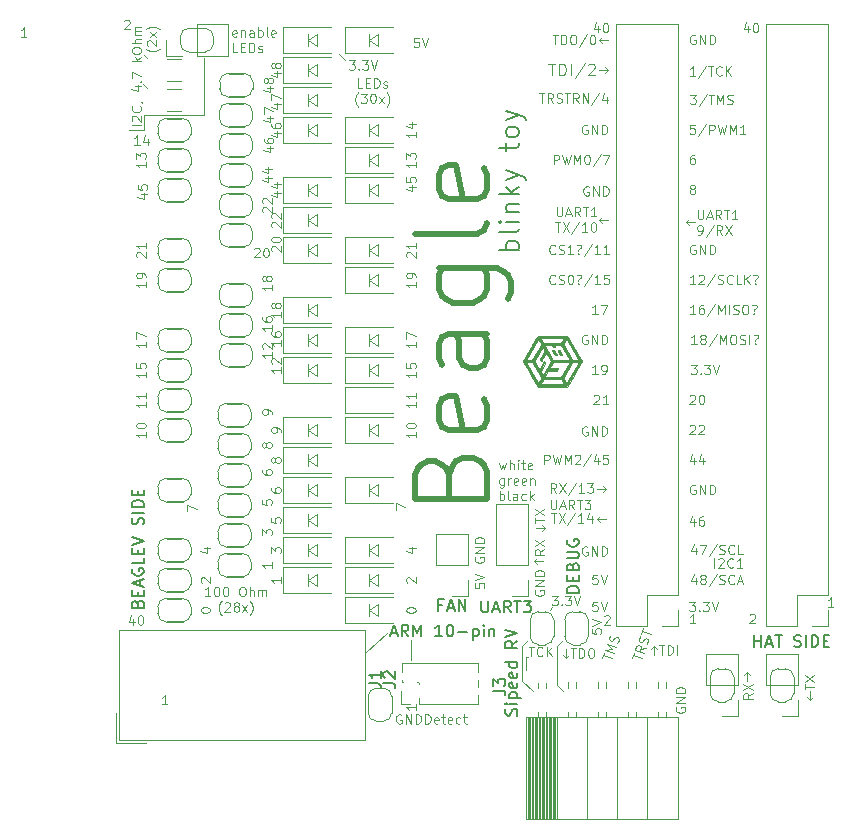
<source format=gto>
G04 #@! TF.GenerationSoftware,KiCad,Pcbnew,(5.1.2)-2*
G04 #@! TF.CreationDate,2021-06-07T01:18:36+02:00*
G04 #@! TF.ProjectId,BeagleV Chew Toy,42656167-6c65-4562-9043-68657720546f,rev?*
G04 #@! TF.SameCoordinates,Original*
G04 #@! TF.FileFunction,Legend,Top*
G04 #@! TF.FilePolarity,Positive*
%FSLAX46Y46*%
G04 Gerber Fmt 4.6, Leading zero omitted, Abs format (unit mm)*
G04 Created by KiCad (PCBNEW (5.1.2)-2) date 2021-06-07 01:18:36*
%MOMM*%
%LPD*%
G04 APERTURE LIST*
%ADD10C,0.120000*%
%ADD11C,0.100000*%
%ADD12C,0.150000*%
%ADD13C,0.516128*%
%ADD14C,0.142240*%
%ADD15C,0.010000*%
G04 APERTURE END LIST*
D10*
X170957000Y-129022000D02*
X171207000Y-128772000D01*
D11*
X166676285Y-116589571D02*
X166828666Y-117122904D01*
X166981047Y-116741952D01*
X167133428Y-117122904D01*
X167285809Y-116589571D01*
X167590571Y-117122904D02*
X167590571Y-116322904D01*
X167933428Y-117122904D02*
X167933428Y-116703857D01*
X167895333Y-116627666D01*
X167819142Y-116589571D01*
X167704857Y-116589571D01*
X167628666Y-116627666D01*
X167590571Y-116665761D01*
X168314380Y-117122904D02*
X168314380Y-116589571D01*
X168314380Y-116322904D02*
X168276285Y-116361000D01*
X168314380Y-116399095D01*
X168352476Y-116361000D01*
X168314380Y-116322904D01*
X168314380Y-116399095D01*
X168581047Y-116589571D02*
X168885809Y-116589571D01*
X168695333Y-116322904D02*
X168695333Y-117008619D01*
X168733428Y-117084809D01*
X168809619Y-117122904D01*
X168885809Y-117122904D01*
X169457238Y-117084809D02*
X169381047Y-117122904D01*
X169228666Y-117122904D01*
X169152476Y-117084809D01*
X169114380Y-117008619D01*
X169114380Y-116703857D01*
X169152476Y-116627666D01*
X169228666Y-116589571D01*
X169381047Y-116589571D01*
X169457238Y-116627666D01*
X169495333Y-116703857D01*
X169495333Y-116780047D01*
X169114380Y-116856238D01*
X167095333Y-117889571D02*
X167095333Y-118537190D01*
X167057238Y-118613380D01*
X167019142Y-118651476D01*
X166942952Y-118689571D01*
X166828666Y-118689571D01*
X166752476Y-118651476D01*
X167095333Y-118384809D02*
X167019142Y-118422904D01*
X166866761Y-118422904D01*
X166790571Y-118384809D01*
X166752476Y-118346714D01*
X166714380Y-118270523D01*
X166714380Y-118041952D01*
X166752476Y-117965761D01*
X166790571Y-117927666D01*
X166866761Y-117889571D01*
X167019142Y-117889571D01*
X167095333Y-117927666D01*
X167476285Y-118422904D02*
X167476285Y-117889571D01*
X167476285Y-118041952D02*
X167514380Y-117965761D01*
X167552476Y-117927666D01*
X167628666Y-117889571D01*
X167704857Y-117889571D01*
X168276285Y-118384809D02*
X168200095Y-118422904D01*
X168047714Y-118422904D01*
X167971523Y-118384809D01*
X167933428Y-118308619D01*
X167933428Y-118003857D01*
X167971523Y-117927666D01*
X168047714Y-117889571D01*
X168200095Y-117889571D01*
X168276285Y-117927666D01*
X168314380Y-118003857D01*
X168314380Y-118080047D01*
X167933428Y-118156238D01*
X168962000Y-118384809D02*
X168885809Y-118422904D01*
X168733428Y-118422904D01*
X168657238Y-118384809D01*
X168619142Y-118308619D01*
X168619142Y-118003857D01*
X168657238Y-117927666D01*
X168733428Y-117889571D01*
X168885809Y-117889571D01*
X168962000Y-117927666D01*
X169000095Y-118003857D01*
X169000095Y-118080047D01*
X168619142Y-118156238D01*
X169342952Y-117889571D02*
X169342952Y-118422904D01*
X169342952Y-117965761D02*
X169381047Y-117927666D01*
X169457238Y-117889571D01*
X169571523Y-117889571D01*
X169647714Y-117927666D01*
X169685809Y-118003857D01*
X169685809Y-118422904D01*
X166752476Y-119722904D02*
X166752476Y-118922904D01*
X166752476Y-119227666D02*
X166828666Y-119189571D01*
X166981047Y-119189571D01*
X167057238Y-119227666D01*
X167095333Y-119265761D01*
X167133428Y-119341952D01*
X167133428Y-119570523D01*
X167095333Y-119646714D01*
X167057238Y-119684809D01*
X166981047Y-119722904D01*
X166828666Y-119722904D01*
X166752476Y-119684809D01*
X167590571Y-119722904D02*
X167514380Y-119684809D01*
X167476285Y-119608619D01*
X167476285Y-118922904D01*
X168238190Y-119722904D02*
X168238190Y-119303857D01*
X168200095Y-119227666D01*
X168123904Y-119189571D01*
X167971523Y-119189571D01*
X167895333Y-119227666D01*
X168238190Y-119684809D02*
X168162000Y-119722904D01*
X167971523Y-119722904D01*
X167895333Y-119684809D01*
X167857238Y-119608619D01*
X167857238Y-119532428D01*
X167895333Y-119456238D01*
X167971523Y-119418142D01*
X168162000Y-119418142D01*
X168238190Y-119380047D01*
X168962000Y-119684809D02*
X168885809Y-119722904D01*
X168733428Y-119722904D01*
X168657238Y-119684809D01*
X168619142Y-119646714D01*
X168581047Y-119570523D01*
X168581047Y-119341952D01*
X168619142Y-119265761D01*
X168657238Y-119227666D01*
X168733428Y-119189571D01*
X168885809Y-119189571D01*
X168962000Y-119227666D01*
X169304857Y-119722904D02*
X169304857Y-118922904D01*
X169381047Y-119418142D02*
X169609619Y-119722904D01*
X169609619Y-119189571D02*
X169304857Y-119494333D01*
D10*
X175133000Y-96012000D02*
X175387000Y-96266000D01*
X175895000Y-96012000D02*
X175133000Y-96012000D01*
X175133000Y-96012000D02*
X175387000Y-95758000D01*
X183261000Y-96139000D02*
X182499000Y-96139000D01*
X182499000Y-96139000D02*
X182753000Y-96393000D01*
X182499000Y-96139000D02*
X182753000Y-95885000D01*
D11*
X171070476Y-119684904D02*
X171070476Y-120332523D01*
X171108571Y-120408714D01*
X171146666Y-120446809D01*
X171222857Y-120484904D01*
X171375238Y-120484904D01*
X171451428Y-120446809D01*
X171489523Y-120408714D01*
X171527619Y-120332523D01*
X171527619Y-119684904D01*
X171870476Y-120256333D02*
X172251428Y-120256333D01*
X171794285Y-120484904D02*
X172060952Y-119684904D01*
X172327619Y-120484904D01*
X173051428Y-120484904D02*
X172784761Y-120103952D01*
X172594285Y-120484904D02*
X172594285Y-119684904D01*
X172899047Y-119684904D01*
X172975238Y-119723000D01*
X173013333Y-119761095D01*
X173051428Y-119837285D01*
X173051428Y-119951571D01*
X173013333Y-120027761D01*
X172975238Y-120065857D01*
X172899047Y-120103952D01*
X172594285Y-120103952D01*
X173280000Y-119684904D02*
X173737142Y-119684904D01*
X173508571Y-120484904D02*
X173508571Y-119684904D01*
X173927619Y-119684904D02*
X174422857Y-119684904D01*
X174156190Y-119989666D01*
X174270476Y-119989666D01*
X174346666Y-120027761D01*
X174384761Y-120065857D01*
X174422857Y-120142047D01*
X174422857Y-120332523D01*
X174384761Y-120408714D01*
X174346666Y-120446809D01*
X174270476Y-120484904D01*
X174041904Y-120484904D01*
X173965714Y-120446809D01*
X173927619Y-120408714D01*
X184913476Y-125437904D02*
X184913476Y-124637904D01*
X185256333Y-124714095D02*
X185294428Y-124676000D01*
X185370619Y-124637904D01*
X185561095Y-124637904D01*
X185637285Y-124676000D01*
X185675380Y-124714095D01*
X185713476Y-124790285D01*
X185713476Y-124866476D01*
X185675380Y-124980761D01*
X185218238Y-125437904D01*
X185713476Y-125437904D01*
X186513476Y-125361714D02*
X186475380Y-125399809D01*
X186361095Y-125437904D01*
X186284904Y-125437904D01*
X186170619Y-125399809D01*
X186094428Y-125323619D01*
X186056333Y-125247428D01*
X186018238Y-125095047D01*
X186018238Y-124980761D01*
X186056333Y-124828380D01*
X186094428Y-124752190D01*
X186170619Y-124676000D01*
X186284904Y-124637904D01*
X186361095Y-124637904D01*
X186475380Y-124676000D01*
X186513476Y-124714095D01*
X187275380Y-125437904D02*
X186818238Y-125437904D01*
X187046809Y-125437904D02*
X187046809Y-124637904D01*
X186970619Y-124752190D01*
X186894428Y-124828380D01*
X186818238Y-124866476D01*
D10*
X172085000Y-131572000D02*
X171577000Y-132080000D01*
X171577000Y-135382000D02*
X172085000Y-135890000D01*
X169164000Y-131572000D02*
X168656000Y-132080000D01*
X171577000Y-132080000D02*
X171577000Y-135382000D01*
D11*
X180227190Y-132003904D02*
X180684333Y-132003904D01*
X180455761Y-132803904D02*
X180455761Y-132003904D01*
X180951000Y-132803904D02*
X180951000Y-132003904D01*
X181141476Y-132003904D01*
X181255761Y-132042000D01*
X181331952Y-132118190D01*
X181370047Y-132194380D01*
X181408142Y-132346761D01*
X181408142Y-132461047D01*
X181370047Y-132613428D01*
X181331952Y-132689619D01*
X181255761Y-132765809D01*
X181141476Y-132803904D01*
X180951000Y-132803904D01*
X181751000Y-132803904D02*
X181751000Y-132003904D01*
D10*
X179832000Y-132842000D02*
X179832000Y-132080000D01*
X179832000Y-132080000D02*
X180086000Y-132334000D01*
X179832000Y-132080000D02*
X179578000Y-132334000D01*
X172339000Y-133096000D02*
X172593000Y-132842000D01*
X172339000Y-132334000D02*
X172339000Y-133096000D01*
X172339000Y-133096000D02*
X172085000Y-132842000D01*
D11*
X138596523Y-137013904D02*
X138139380Y-137013904D01*
X138367952Y-137013904D02*
X138367952Y-136213904D01*
X138291761Y-136328190D01*
X138215571Y-136404380D01*
X138139380Y-136442476D01*
X158408523Y-137884000D02*
X158332333Y-137845904D01*
X158218047Y-137845904D01*
X158103761Y-137884000D01*
X158027571Y-137960190D01*
X157989476Y-138036380D01*
X157951380Y-138188761D01*
X157951380Y-138303047D01*
X157989476Y-138455428D01*
X158027571Y-138531619D01*
X158103761Y-138607809D01*
X158218047Y-138645904D01*
X158294238Y-138645904D01*
X158408523Y-138607809D01*
X158446619Y-138569714D01*
X158446619Y-138303047D01*
X158294238Y-138303047D01*
X158789476Y-138645904D02*
X158789476Y-137845904D01*
X159246619Y-138645904D01*
X159246619Y-137845904D01*
X159627571Y-138645904D02*
X159627571Y-137845904D01*
X159818047Y-137845904D01*
X159932333Y-137884000D01*
X160008523Y-137960190D01*
X160046619Y-138036380D01*
X160084714Y-138188761D01*
X160084714Y-138303047D01*
X160046619Y-138455428D01*
X160008523Y-138531619D01*
X159932333Y-138607809D01*
X159818047Y-138645904D01*
X159627571Y-138645904D01*
X160427571Y-138645904D02*
X160427571Y-137845904D01*
X160618047Y-137845904D01*
X160732333Y-137884000D01*
X160808523Y-137960190D01*
X160846619Y-138036380D01*
X160884714Y-138188761D01*
X160884714Y-138303047D01*
X160846619Y-138455428D01*
X160808523Y-138531619D01*
X160732333Y-138607809D01*
X160618047Y-138645904D01*
X160427571Y-138645904D01*
X161532333Y-138607809D02*
X161456142Y-138645904D01*
X161303761Y-138645904D01*
X161227571Y-138607809D01*
X161189476Y-138531619D01*
X161189476Y-138226857D01*
X161227571Y-138150666D01*
X161303761Y-138112571D01*
X161456142Y-138112571D01*
X161532333Y-138150666D01*
X161570428Y-138226857D01*
X161570428Y-138303047D01*
X161189476Y-138379238D01*
X161799000Y-138112571D02*
X162103761Y-138112571D01*
X161913285Y-137845904D02*
X161913285Y-138531619D01*
X161951380Y-138607809D01*
X162027571Y-138645904D01*
X162103761Y-138645904D01*
X162675190Y-138607809D02*
X162599000Y-138645904D01*
X162446619Y-138645904D01*
X162370428Y-138607809D01*
X162332333Y-138531619D01*
X162332333Y-138226857D01*
X162370428Y-138150666D01*
X162446619Y-138112571D01*
X162599000Y-138112571D01*
X162675190Y-138150666D01*
X162713285Y-138226857D01*
X162713285Y-138303047D01*
X162332333Y-138379238D01*
X163399000Y-138607809D02*
X163322809Y-138645904D01*
X163170428Y-138645904D01*
X163094238Y-138607809D01*
X163056142Y-138569714D01*
X163018047Y-138493523D01*
X163018047Y-138264952D01*
X163056142Y-138188761D01*
X163094238Y-138150666D01*
X163170428Y-138112571D01*
X163322809Y-138112571D01*
X163399000Y-138150666D01*
X163627571Y-138112571D02*
X163932333Y-138112571D01*
X163741857Y-137845904D02*
X163741857Y-138531619D01*
X163779952Y-138607809D01*
X163856142Y-138645904D01*
X163932333Y-138645904D01*
D10*
X157226000Y-130937000D02*
X155448000Y-132588000D01*
X159258000Y-131572000D02*
X159258000Y-133223000D01*
D12*
X157520238Y-130976666D02*
X157996428Y-130976666D01*
X157425000Y-131262380D02*
X157758333Y-130262380D01*
X158091666Y-131262380D01*
X158996428Y-131262380D02*
X158663095Y-130786190D01*
X158425000Y-131262380D02*
X158425000Y-130262380D01*
X158805952Y-130262380D01*
X158901190Y-130310000D01*
X158948809Y-130357619D01*
X158996428Y-130452857D01*
X158996428Y-130595714D01*
X158948809Y-130690952D01*
X158901190Y-130738571D01*
X158805952Y-130786190D01*
X158425000Y-130786190D01*
X159425000Y-131262380D02*
X159425000Y-130262380D01*
X159758333Y-130976666D01*
X160091666Y-130262380D01*
X160091666Y-131262380D01*
X161853571Y-131262380D02*
X161282142Y-131262380D01*
X161567857Y-131262380D02*
X161567857Y-130262380D01*
X161472619Y-130405238D01*
X161377380Y-130500476D01*
X161282142Y-130548095D01*
X162472619Y-130262380D02*
X162567857Y-130262380D01*
X162663095Y-130310000D01*
X162710714Y-130357619D01*
X162758333Y-130452857D01*
X162805952Y-130643333D01*
X162805952Y-130881428D01*
X162758333Y-131071904D01*
X162710714Y-131167142D01*
X162663095Y-131214761D01*
X162567857Y-131262380D01*
X162472619Y-131262380D01*
X162377380Y-131214761D01*
X162329761Y-131167142D01*
X162282142Y-131071904D01*
X162234523Y-130881428D01*
X162234523Y-130643333D01*
X162282142Y-130452857D01*
X162329761Y-130357619D01*
X162377380Y-130310000D01*
X162472619Y-130262380D01*
X163234523Y-130881428D02*
X163996428Y-130881428D01*
X164472619Y-130595714D02*
X164472619Y-131595714D01*
X164472619Y-130643333D02*
X164567857Y-130595714D01*
X164758333Y-130595714D01*
X164853571Y-130643333D01*
X164901190Y-130690952D01*
X164948809Y-130786190D01*
X164948809Y-131071904D01*
X164901190Y-131167142D01*
X164853571Y-131214761D01*
X164758333Y-131262380D01*
X164567857Y-131262380D01*
X164472619Y-131214761D01*
X165377380Y-131262380D02*
X165377380Y-130595714D01*
X165377380Y-130262380D02*
X165329761Y-130310000D01*
X165377380Y-130357619D01*
X165425000Y-130310000D01*
X165377380Y-130262380D01*
X165377380Y-130357619D01*
X165853571Y-130595714D02*
X165853571Y-131262380D01*
X165853571Y-130690952D02*
X165901190Y-130643333D01*
X165996428Y-130595714D01*
X166139285Y-130595714D01*
X166234523Y-130643333D01*
X166282142Y-130738571D01*
X166282142Y-131262380D01*
X168171761Y-137961238D02*
X168219380Y-137818380D01*
X168219380Y-137580285D01*
X168171761Y-137485047D01*
X168124142Y-137437428D01*
X168028904Y-137389809D01*
X167933666Y-137389809D01*
X167838428Y-137437428D01*
X167790809Y-137485047D01*
X167743190Y-137580285D01*
X167695571Y-137770761D01*
X167647952Y-137866000D01*
X167600333Y-137913619D01*
X167505095Y-137961238D01*
X167409857Y-137961238D01*
X167314619Y-137913619D01*
X167267000Y-137866000D01*
X167219380Y-137770761D01*
X167219380Y-137532666D01*
X167267000Y-137389809D01*
X168219380Y-136961238D02*
X167552714Y-136961238D01*
X167219380Y-136961238D02*
X167267000Y-137008857D01*
X167314619Y-136961238D01*
X167267000Y-136913619D01*
X167219380Y-136961238D01*
X167314619Y-136961238D01*
X167552714Y-136485047D02*
X168552714Y-136485047D01*
X167600333Y-136485047D02*
X167552714Y-136389809D01*
X167552714Y-136199333D01*
X167600333Y-136104095D01*
X167647952Y-136056476D01*
X167743190Y-136008857D01*
X168028904Y-136008857D01*
X168124142Y-136056476D01*
X168171761Y-136104095D01*
X168219380Y-136199333D01*
X168219380Y-136389809D01*
X168171761Y-136485047D01*
X168171761Y-135199333D02*
X168219380Y-135294571D01*
X168219380Y-135485047D01*
X168171761Y-135580285D01*
X168076523Y-135627904D01*
X167695571Y-135627904D01*
X167600333Y-135580285D01*
X167552714Y-135485047D01*
X167552714Y-135294571D01*
X167600333Y-135199333D01*
X167695571Y-135151714D01*
X167790809Y-135151714D01*
X167886047Y-135627904D01*
X168171761Y-134342190D02*
X168219380Y-134437428D01*
X168219380Y-134627904D01*
X168171761Y-134723142D01*
X168076523Y-134770761D01*
X167695571Y-134770761D01*
X167600333Y-134723142D01*
X167552714Y-134627904D01*
X167552714Y-134437428D01*
X167600333Y-134342190D01*
X167695571Y-134294571D01*
X167790809Y-134294571D01*
X167886047Y-134770761D01*
X168219380Y-133437428D02*
X167219380Y-133437428D01*
X168171761Y-133437428D02*
X168219380Y-133532666D01*
X168219380Y-133723142D01*
X168171761Y-133818380D01*
X168124142Y-133866000D01*
X168028904Y-133913619D01*
X167743190Y-133913619D01*
X167647952Y-133866000D01*
X167600333Y-133818380D01*
X167552714Y-133723142D01*
X167552714Y-133532666D01*
X167600333Y-133437428D01*
X168219380Y-131627904D02*
X167743190Y-131961238D01*
X168219380Y-132199333D02*
X167219380Y-132199333D01*
X167219380Y-131818380D01*
X167267000Y-131723142D01*
X167314619Y-131675523D01*
X167409857Y-131627904D01*
X167552714Y-131627904D01*
X167647952Y-131675523D01*
X167695571Y-131723142D01*
X167743190Y-131818380D01*
X167743190Y-132199333D01*
X167219380Y-131342190D02*
X168219380Y-131008857D01*
X167219380Y-130675523D01*
D11*
X159619904Y-136993476D02*
X159619904Y-137450619D01*
X159619904Y-137222047D02*
X158819904Y-137222047D01*
X158934190Y-137298238D01*
X159010380Y-137374428D01*
X159048476Y-137450619D01*
X177949738Y-133057678D02*
X178106090Y-132628105D01*
X178779668Y-133116508D02*
X178027914Y-132842892D01*
X179105401Y-132221562D02*
X178656218Y-132341854D01*
X178949049Y-132651136D02*
X178197295Y-132377520D01*
X178301530Y-132091137D01*
X178363386Y-132032571D01*
X178412213Y-132009803D01*
X178496838Y-132000064D01*
X178604232Y-132039152D01*
X178662798Y-132101008D01*
X178685567Y-132149835D01*
X178695306Y-132234460D01*
X178591071Y-132520843D01*
X179173838Y-131922150D02*
X179248724Y-131827786D01*
X179313871Y-131648797D01*
X179304131Y-131564172D01*
X179281363Y-131515345D01*
X179222797Y-131453489D01*
X179151201Y-131427430D01*
X179066576Y-131437169D01*
X179017749Y-131459938D01*
X178955892Y-131518504D01*
X178867977Y-131648666D01*
X178806121Y-131707232D01*
X178757294Y-131730001D01*
X178672669Y-131739740D01*
X178601073Y-131713681D01*
X178542507Y-131651825D01*
X178519738Y-131602997D01*
X178509999Y-131518372D01*
X178575146Y-131339383D01*
X178650032Y-131245019D01*
X178692410Y-131017203D02*
X178848762Y-130587629D01*
X179522340Y-131076032D02*
X178770586Y-130802416D01*
X175409738Y-133057678D02*
X175566090Y-132628105D01*
X176239668Y-133116508D02*
X175487914Y-132842892D01*
X176409049Y-132651136D02*
X175657295Y-132377520D01*
X176285468Y-132322375D01*
X175839706Y-131876351D01*
X176591460Y-132149967D01*
X176672926Y-131814757D02*
X176747812Y-131720393D01*
X176812959Y-131541404D01*
X176803219Y-131456779D01*
X176780451Y-131407952D01*
X176721885Y-131346095D01*
X176650289Y-131320037D01*
X176565664Y-131329776D01*
X176516837Y-131352544D01*
X176454980Y-131411110D01*
X176367065Y-131541272D01*
X176305209Y-131599839D01*
X176256382Y-131622607D01*
X176171757Y-131632346D01*
X176100161Y-131606288D01*
X176041595Y-131544431D01*
X176018826Y-131495604D01*
X176009087Y-131410979D01*
X176074234Y-131231990D01*
X176149120Y-131137626D01*
X172734190Y-132257904D02*
X173191333Y-132257904D01*
X172962761Y-133057904D02*
X172962761Y-132257904D01*
X173458000Y-133057904D02*
X173458000Y-132257904D01*
X173648476Y-132257904D01*
X173762761Y-132296000D01*
X173838952Y-132372190D01*
X173877047Y-132448380D01*
X173915142Y-132600761D01*
X173915142Y-132715047D01*
X173877047Y-132867428D01*
X173838952Y-132943619D01*
X173762761Y-133019809D01*
X173648476Y-133057904D01*
X173458000Y-133057904D01*
X174410380Y-132257904D02*
X174562761Y-132257904D01*
X174638952Y-132296000D01*
X174715142Y-132372190D01*
X174753238Y-132524571D01*
X174753238Y-132791238D01*
X174715142Y-132943619D01*
X174638952Y-133019809D01*
X174562761Y-133057904D01*
X174410380Y-133057904D01*
X174334190Y-133019809D01*
X174258000Y-132943619D01*
X174219904Y-132791238D01*
X174219904Y-132524571D01*
X174258000Y-132372190D01*
X174334190Y-132296000D01*
X174410380Y-132257904D01*
X169178190Y-132130904D02*
X169635333Y-132130904D01*
X169406761Y-132930904D02*
X169406761Y-132130904D01*
X170359142Y-132854714D02*
X170321047Y-132892809D01*
X170206761Y-132930904D01*
X170130571Y-132930904D01*
X170016285Y-132892809D01*
X169940095Y-132816619D01*
X169902000Y-132740428D01*
X169863904Y-132588047D01*
X169863904Y-132473761D01*
X169902000Y-132321380D01*
X169940095Y-132245190D01*
X170016285Y-132169000D01*
X170130571Y-132130904D01*
X170206761Y-132130904D01*
X170321047Y-132169000D01*
X170359142Y-132207095D01*
X170702000Y-132930904D02*
X170702000Y-132130904D01*
X171159142Y-132930904D02*
X170816285Y-132473761D01*
X171159142Y-132130904D02*
X170702000Y-132588047D01*
X181699000Y-137247476D02*
X181660904Y-137323666D01*
X181660904Y-137437952D01*
X181699000Y-137552238D01*
X181775190Y-137628428D01*
X181851380Y-137666523D01*
X182003761Y-137704619D01*
X182118047Y-137704619D01*
X182270428Y-137666523D01*
X182346619Y-137628428D01*
X182422809Y-137552238D01*
X182460904Y-137437952D01*
X182460904Y-137361761D01*
X182422809Y-137247476D01*
X182384714Y-137209380D01*
X182118047Y-137209380D01*
X182118047Y-137361761D01*
X182460904Y-136866523D02*
X181660904Y-136866523D01*
X182460904Y-136409380D01*
X181660904Y-136409380D01*
X182460904Y-136028428D02*
X181660904Y-136028428D01*
X181660904Y-135837952D01*
X181699000Y-135723666D01*
X181775190Y-135647476D01*
X181851380Y-135609380D01*
X182003761Y-135571285D01*
X182118047Y-135571285D01*
X182270428Y-135609380D01*
X182346619Y-135647476D01*
X182422809Y-135723666D01*
X182460904Y-135837952D01*
X182460904Y-136028428D01*
X188175904Y-136066380D02*
X187794952Y-136333047D01*
X188175904Y-136523523D02*
X187375904Y-136523523D01*
X187375904Y-136218761D01*
X187414000Y-136142571D01*
X187452095Y-136104476D01*
X187528285Y-136066380D01*
X187642571Y-136066380D01*
X187718761Y-136104476D01*
X187756857Y-136142571D01*
X187794952Y-136218761D01*
X187794952Y-136523523D01*
X187375904Y-135799714D02*
X188175904Y-135266380D01*
X187375904Y-135266380D02*
X188175904Y-135799714D01*
X192582904Y-135748809D02*
X192582904Y-135291666D01*
X193382904Y-135520238D02*
X192582904Y-135520238D01*
X192582904Y-135101190D02*
X193382904Y-134567857D01*
X192582904Y-134567857D02*
X193382904Y-135101190D01*
D10*
X193040000Y-136652000D02*
X192786000Y-136398000D01*
X193040000Y-135890000D02*
X193040000Y-136652000D01*
X187706000Y-134239000D02*
X187452000Y-134493000D01*
X187706000Y-134239000D02*
X187960000Y-134493000D01*
X193040000Y-136652000D02*
X193294000Y-136398000D01*
X187706000Y-135001000D02*
X187706000Y-134239000D01*
X168656000Y-135001000D02*
X169545000Y-135890000D01*
X168656000Y-132080000D02*
X168656000Y-135001000D01*
D11*
X174518904Y-130608190D02*
X174518904Y-130989142D01*
X174899857Y-131027238D01*
X174861761Y-130989142D01*
X174823666Y-130912952D01*
X174823666Y-130722476D01*
X174861761Y-130646285D01*
X174899857Y-130608190D01*
X174976047Y-130570095D01*
X175166523Y-130570095D01*
X175242714Y-130608190D01*
X175280809Y-130646285D01*
X175318904Y-130722476D01*
X175318904Y-130912952D01*
X175280809Y-130989142D01*
X175242714Y-131027238D01*
X174518904Y-130341523D02*
X175318904Y-130074857D01*
X174518904Y-129808190D01*
X171136285Y-127833904D02*
X171631523Y-127833904D01*
X171364857Y-128138666D01*
X171479142Y-128138666D01*
X171555333Y-128176761D01*
X171593428Y-128214857D01*
X171631523Y-128291047D01*
X171631523Y-128481523D01*
X171593428Y-128557714D01*
X171555333Y-128595809D01*
X171479142Y-128633904D01*
X171250571Y-128633904D01*
X171174380Y-128595809D01*
X171136285Y-128557714D01*
X171974380Y-128557714D02*
X172012476Y-128595809D01*
X171974380Y-128633904D01*
X171936285Y-128595809D01*
X171974380Y-128557714D01*
X171974380Y-128633904D01*
X172279142Y-127833904D02*
X172774380Y-127833904D01*
X172507714Y-128138666D01*
X172622000Y-128138666D01*
X172698190Y-128176761D01*
X172736285Y-128214857D01*
X172774380Y-128291047D01*
X172774380Y-128481523D01*
X172736285Y-128557714D01*
X172698190Y-128595809D01*
X172622000Y-128633904D01*
X172393428Y-128633904D01*
X172317238Y-128595809D01*
X172279142Y-128557714D01*
X173002952Y-127833904D02*
X173269619Y-128633904D01*
X173536285Y-127833904D01*
X169761000Y-127341476D02*
X169722904Y-127417666D01*
X169722904Y-127531952D01*
X169761000Y-127646238D01*
X169837190Y-127722428D01*
X169913380Y-127760523D01*
X170065761Y-127798619D01*
X170180047Y-127798619D01*
X170332428Y-127760523D01*
X170408619Y-127722428D01*
X170484809Y-127646238D01*
X170522904Y-127531952D01*
X170522904Y-127455761D01*
X170484809Y-127341476D01*
X170446714Y-127303380D01*
X170180047Y-127303380D01*
X170180047Y-127455761D01*
X170522904Y-126960523D02*
X169722904Y-126960523D01*
X170522904Y-126503380D01*
X169722904Y-126503380D01*
X170522904Y-126122428D02*
X169722904Y-126122428D01*
X169722904Y-125931952D01*
X169761000Y-125817666D01*
X169837190Y-125741476D01*
X169913380Y-125703380D01*
X170065761Y-125665285D01*
X170180047Y-125665285D01*
X170332428Y-125703380D01*
X170408619Y-125741476D01*
X170484809Y-125817666D01*
X170522904Y-125931952D01*
X170522904Y-126122428D01*
D12*
X165187571Y-128230380D02*
X165187571Y-129039904D01*
X165235190Y-129135142D01*
X165282809Y-129182761D01*
X165378047Y-129230380D01*
X165568523Y-129230380D01*
X165663761Y-129182761D01*
X165711380Y-129135142D01*
X165759000Y-129039904D01*
X165759000Y-128230380D01*
X166187571Y-128944666D02*
X166663761Y-128944666D01*
X166092333Y-129230380D02*
X166425666Y-128230380D01*
X166759000Y-129230380D01*
X167663761Y-129230380D02*
X167330428Y-128754190D01*
X167092333Y-129230380D02*
X167092333Y-128230380D01*
X167473285Y-128230380D01*
X167568523Y-128278000D01*
X167616142Y-128325619D01*
X167663761Y-128420857D01*
X167663761Y-128563714D01*
X167616142Y-128658952D01*
X167568523Y-128706571D01*
X167473285Y-128754190D01*
X167092333Y-128754190D01*
X167949476Y-128230380D02*
X168520904Y-128230380D01*
X168235190Y-129230380D02*
X168235190Y-128230380D01*
X168759000Y-128230380D02*
X169378047Y-128230380D01*
X169044714Y-128611333D01*
X169187571Y-128611333D01*
X169282809Y-128658952D01*
X169330428Y-128706571D01*
X169378047Y-128801809D01*
X169378047Y-129039904D01*
X169330428Y-129135142D01*
X169282809Y-129182761D01*
X169187571Y-129230380D01*
X168901857Y-129230380D01*
X168806619Y-129182761D01*
X168759000Y-129135142D01*
X161877476Y-128579571D02*
X161544142Y-128579571D01*
X161544142Y-129103380D02*
X161544142Y-128103380D01*
X162020333Y-128103380D01*
X162353666Y-128817666D02*
X162829857Y-128817666D01*
X162258428Y-129103380D02*
X162591761Y-128103380D01*
X162925095Y-129103380D01*
X163258428Y-129103380D02*
X163258428Y-128103380D01*
X163829857Y-129103380D01*
X163829857Y-128103380D01*
D10*
X175133000Y-83312000D02*
X175895000Y-83312000D01*
X175895000Y-83312000D02*
X175641000Y-83058000D01*
X175133000Y-80772000D02*
X175387000Y-81026000D01*
X175895000Y-80772000D02*
X175133000Y-80772000D01*
X175133000Y-80772000D02*
X175387000Y-80518000D01*
X175895000Y-83312000D02*
X175641000Y-83566000D01*
X175768000Y-121285000D02*
X175006000Y-121285000D01*
X175006000Y-121285000D02*
X175260000Y-121539000D01*
X175006000Y-121285000D02*
X175260000Y-121031000D01*
X175768000Y-118745000D02*
X175514000Y-118999000D01*
X175006000Y-118745000D02*
X175768000Y-118745000D01*
X175768000Y-118745000D02*
X175514000Y-118491000D01*
X170561000Y-122047000D02*
X170307000Y-121793000D01*
X170561000Y-122047000D02*
X170307000Y-122301000D01*
X169799000Y-122047000D02*
X170561000Y-122047000D01*
X169672000Y-124841000D02*
X169926000Y-125095000D01*
X169672000Y-124841000D02*
X169926000Y-124587000D01*
X170434000Y-124841000D02*
X169672000Y-124841000D01*
D12*
X188295595Y-132151380D02*
X188295595Y-131151380D01*
X188295595Y-131627571D02*
X188867023Y-131627571D01*
X188867023Y-132151380D02*
X188867023Y-131151380D01*
X189295595Y-131865666D02*
X189771785Y-131865666D01*
X189200357Y-132151380D02*
X189533690Y-131151380D01*
X189867023Y-132151380D01*
X190057500Y-131151380D02*
X190628928Y-131151380D01*
X190343214Y-132151380D02*
X190343214Y-131151380D01*
X191676547Y-132103761D02*
X191819404Y-132151380D01*
X192057500Y-132151380D01*
X192152738Y-132103761D01*
X192200357Y-132056142D01*
X192247976Y-131960904D01*
X192247976Y-131865666D01*
X192200357Y-131770428D01*
X192152738Y-131722809D01*
X192057500Y-131675190D01*
X191867023Y-131627571D01*
X191771785Y-131579952D01*
X191724166Y-131532333D01*
X191676547Y-131437095D01*
X191676547Y-131341857D01*
X191724166Y-131246619D01*
X191771785Y-131199000D01*
X191867023Y-131151380D01*
X192105119Y-131151380D01*
X192247976Y-131199000D01*
X192676547Y-132151380D02*
X192676547Y-131151380D01*
X193152738Y-132151380D02*
X193152738Y-131151380D01*
X193390833Y-131151380D01*
X193533690Y-131199000D01*
X193628928Y-131294238D01*
X193676547Y-131389476D01*
X193724166Y-131579952D01*
X193724166Y-131722809D01*
X193676547Y-131913285D01*
X193628928Y-132008523D01*
X193533690Y-132103761D01*
X193390833Y-132151380D01*
X193152738Y-132151380D01*
X194152738Y-131627571D02*
X194486071Y-131627571D01*
X194628928Y-132151380D02*
X194152738Y-132151380D01*
X194152738Y-131151380D01*
X194628928Y-131151380D01*
X173426380Y-127553404D02*
X172426380Y-127553404D01*
X172426380Y-127315309D01*
X172474000Y-127172452D01*
X172569238Y-127077214D01*
X172664476Y-127029595D01*
X172854952Y-126981976D01*
X172997809Y-126981976D01*
X173188285Y-127029595D01*
X173283523Y-127077214D01*
X173378761Y-127172452D01*
X173426380Y-127315309D01*
X173426380Y-127553404D01*
X172902571Y-126553404D02*
X172902571Y-126220071D01*
X173426380Y-126077214D02*
X173426380Y-126553404D01*
X172426380Y-126553404D01*
X172426380Y-126077214D01*
X172902571Y-125315309D02*
X172950190Y-125172452D01*
X172997809Y-125124833D01*
X173093047Y-125077214D01*
X173235904Y-125077214D01*
X173331142Y-125124833D01*
X173378761Y-125172452D01*
X173426380Y-125267690D01*
X173426380Y-125648642D01*
X172426380Y-125648642D01*
X172426380Y-125315309D01*
X172474000Y-125220071D01*
X172521619Y-125172452D01*
X172616857Y-125124833D01*
X172712095Y-125124833D01*
X172807333Y-125172452D01*
X172854952Y-125220071D01*
X172902571Y-125315309D01*
X172902571Y-125648642D01*
X172426380Y-124648642D02*
X173235904Y-124648642D01*
X173331142Y-124601023D01*
X173378761Y-124553404D01*
X173426380Y-124458166D01*
X173426380Y-124267690D01*
X173378761Y-124172452D01*
X173331142Y-124124833D01*
X173235904Y-124077214D01*
X172426380Y-124077214D01*
X172474000Y-123077214D02*
X172426380Y-123172452D01*
X172426380Y-123315309D01*
X172474000Y-123458166D01*
X172569238Y-123553404D01*
X172664476Y-123601023D01*
X172854952Y-123648642D01*
X172997809Y-123648642D01*
X173188285Y-123601023D01*
X173283523Y-123553404D01*
X173378761Y-123458166D01*
X173426380Y-123315309D01*
X173426380Y-123220071D01*
X173378761Y-123077214D01*
X173331142Y-123029595D01*
X172997809Y-123029595D01*
X172997809Y-123220071D01*
X136072571Y-128490071D02*
X136120190Y-128347214D01*
X136167809Y-128299595D01*
X136263047Y-128251976D01*
X136405904Y-128251976D01*
X136501142Y-128299595D01*
X136548761Y-128347214D01*
X136596380Y-128442452D01*
X136596380Y-128823404D01*
X135596380Y-128823404D01*
X135596380Y-128490071D01*
X135644000Y-128394833D01*
X135691619Y-128347214D01*
X135786857Y-128299595D01*
X135882095Y-128299595D01*
X135977333Y-128347214D01*
X136024952Y-128394833D01*
X136072571Y-128490071D01*
X136072571Y-128823404D01*
X136072571Y-127823404D02*
X136072571Y-127490071D01*
X136596380Y-127347214D02*
X136596380Y-127823404D01*
X135596380Y-127823404D01*
X135596380Y-127347214D01*
X136310666Y-126966261D02*
X136310666Y-126490071D01*
X136596380Y-127061500D02*
X135596380Y-126728166D01*
X136596380Y-126394833D01*
X135644000Y-125537690D02*
X135596380Y-125632928D01*
X135596380Y-125775785D01*
X135644000Y-125918642D01*
X135739238Y-126013880D01*
X135834476Y-126061500D01*
X136024952Y-126109119D01*
X136167809Y-126109119D01*
X136358285Y-126061500D01*
X136453523Y-126013880D01*
X136548761Y-125918642D01*
X136596380Y-125775785D01*
X136596380Y-125680547D01*
X136548761Y-125537690D01*
X136501142Y-125490071D01*
X136167809Y-125490071D01*
X136167809Y-125680547D01*
X136596380Y-124585309D02*
X136596380Y-125061500D01*
X135596380Y-125061500D01*
X136072571Y-124251976D02*
X136072571Y-123918642D01*
X136596380Y-123775785D02*
X136596380Y-124251976D01*
X135596380Y-124251976D01*
X135596380Y-123775785D01*
X135596380Y-123490071D02*
X136596380Y-123156738D01*
X135596380Y-122823404D01*
X136548761Y-121775785D02*
X136596380Y-121632928D01*
X136596380Y-121394833D01*
X136548761Y-121299595D01*
X136501142Y-121251976D01*
X136405904Y-121204357D01*
X136310666Y-121204357D01*
X136215428Y-121251976D01*
X136167809Y-121299595D01*
X136120190Y-121394833D01*
X136072571Y-121585309D01*
X136024952Y-121680547D01*
X135977333Y-121728166D01*
X135882095Y-121775785D01*
X135786857Y-121775785D01*
X135691619Y-121728166D01*
X135644000Y-121680547D01*
X135596380Y-121585309D01*
X135596380Y-121347214D01*
X135644000Y-121204357D01*
X136596380Y-120775785D02*
X135596380Y-120775785D01*
X136596380Y-120299595D02*
X135596380Y-120299595D01*
X135596380Y-120061500D01*
X135644000Y-119918642D01*
X135739238Y-119823404D01*
X135834476Y-119775785D01*
X136024952Y-119728166D01*
X136167809Y-119728166D01*
X136358285Y-119775785D01*
X136453523Y-119823404D01*
X136548761Y-119918642D01*
X136596380Y-120061500D01*
X136596380Y-120299595D01*
X136072571Y-119299595D02*
X136072571Y-118966261D01*
X136596380Y-118823404D02*
X136596380Y-119299595D01*
X135596380Y-119299595D01*
X135596380Y-118823404D01*
D11*
X169722904Y-121651809D02*
X169722904Y-121194666D01*
X170522904Y-121423238D02*
X169722904Y-121423238D01*
X169722904Y-121004190D02*
X170522904Y-120470857D01*
X169722904Y-120470857D02*
X170522904Y-121004190D01*
X170522904Y-123874380D02*
X170141952Y-124141047D01*
X170522904Y-124331523D02*
X169722904Y-124331523D01*
X169722904Y-124026761D01*
X169761000Y-123950571D01*
X169799095Y-123912476D01*
X169875285Y-123874380D01*
X169989571Y-123874380D01*
X170065761Y-123912476D01*
X170103857Y-123950571D01*
X170141952Y-124026761D01*
X170141952Y-124331523D01*
X169722904Y-123607714D02*
X170522904Y-123074380D01*
X169722904Y-123074380D02*
X170522904Y-123607714D01*
D10*
X151257000Y-121920000D02*
X150495000Y-121412000D01*
X150495000Y-120904000D02*
X150495000Y-121920000D01*
X151257000Y-120904000D02*
X151257000Y-121920000D01*
X150495000Y-121412000D02*
X151257000Y-120904000D01*
X155702000Y-80264000D02*
X155702000Y-81280000D01*
X156464000Y-81280000D02*
X155702000Y-80772000D01*
X156464000Y-80264000D02*
X156464000Y-81280000D01*
X155702000Y-80772000D02*
X156464000Y-80264000D01*
X151257000Y-81280000D02*
X150495000Y-80772000D01*
X151257000Y-80264000D02*
X151257000Y-81280000D01*
X150495000Y-80264000D02*
X150495000Y-81280000D01*
X150495000Y-80772000D02*
X151257000Y-80264000D01*
X151257000Y-82804000D02*
X151257000Y-83820000D01*
X151257000Y-83820000D02*
X150495000Y-83312000D01*
X150495000Y-82804000D02*
X150495000Y-83820000D01*
X150495000Y-83312000D02*
X151257000Y-82804000D01*
X150495000Y-85344000D02*
X150495000Y-86360000D01*
X151257000Y-85344000D02*
X151257000Y-86360000D01*
X150495000Y-85852000D02*
X151257000Y-85344000D01*
X151257000Y-86360000D02*
X150495000Y-85852000D01*
X151257000Y-88900000D02*
X150495000Y-88392000D01*
X150495000Y-87884000D02*
X150495000Y-88900000D01*
X151257000Y-87884000D02*
X151257000Y-88900000D01*
X150495000Y-88392000D02*
X151257000Y-87884000D01*
X156464000Y-88900000D02*
X155702000Y-88392000D01*
X155702000Y-88392000D02*
X156464000Y-87884000D01*
X156464000Y-87884000D02*
X156464000Y-88900000D01*
X155702000Y-87884000D02*
X155702000Y-88900000D01*
X156464000Y-90424000D02*
X156464000Y-91440000D01*
X156464000Y-91440000D02*
X155702000Y-90932000D01*
X155702000Y-90424000D02*
X155702000Y-91440000D01*
X155702000Y-90932000D02*
X156464000Y-90424000D01*
X156464000Y-92964000D02*
X156464000Y-93980000D01*
X156464000Y-93980000D02*
X155702000Y-93472000D01*
X155702000Y-92964000D02*
X155702000Y-93980000D01*
X155702000Y-93472000D02*
X156464000Y-92964000D01*
X151257000Y-93980000D02*
X150495000Y-93472000D01*
X150495000Y-92964000D02*
X150495000Y-93980000D01*
X150495000Y-93472000D02*
X151257000Y-92964000D01*
X151257000Y-92964000D02*
X151257000Y-93980000D01*
X150495000Y-95504000D02*
X150495000Y-96520000D01*
X151257000Y-96520000D02*
X150495000Y-96012000D01*
X150495000Y-96012000D02*
X151257000Y-95504000D01*
X151257000Y-95504000D02*
X151257000Y-96520000D01*
X150495000Y-98552000D02*
X151257000Y-98044000D01*
X151257000Y-98044000D02*
X151257000Y-99060000D01*
X150495000Y-98044000D02*
X150495000Y-99060000D01*
X151257000Y-99060000D02*
X150495000Y-98552000D01*
X155702000Y-98552000D02*
X156464000Y-98044000D01*
X156464000Y-98044000D02*
X156464000Y-99060000D01*
X155702000Y-98044000D02*
X155702000Y-99060000D01*
X156464000Y-99060000D02*
X155702000Y-98552000D01*
X155702000Y-100584000D02*
X155702000Y-101600000D01*
X156464000Y-100584000D02*
X156464000Y-101600000D01*
X155702000Y-101092000D02*
X156464000Y-100584000D01*
X156464000Y-101600000D02*
X155702000Y-101092000D01*
X150495000Y-103124000D02*
X150495000Y-104140000D01*
X151257000Y-103124000D02*
X151257000Y-104140000D01*
X150495000Y-103632000D02*
X151257000Y-103124000D01*
X151257000Y-104140000D02*
X150495000Y-103632000D01*
X151257000Y-105664000D02*
X151257000Y-106680000D01*
X150495000Y-106172000D02*
X151257000Y-105664000D01*
X151257000Y-106680000D02*
X150495000Y-106172000D01*
X150495000Y-105664000D02*
X150495000Y-106680000D01*
X155702000Y-105664000D02*
X155702000Y-106680000D01*
X156464000Y-106680000D02*
X155702000Y-106172000D01*
X156464000Y-105664000D02*
X156464000Y-106680000D01*
X155702000Y-106172000D02*
X156464000Y-105664000D01*
X156464000Y-109220000D02*
X155702000Y-108712000D01*
X156464000Y-108204000D02*
X156464000Y-109220000D01*
X155702000Y-108712000D02*
X156464000Y-108204000D01*
X155702000Y-108204000D02*
X155702000Y-109220000D01*
X151257000Y-109220000D02*
X150495000Y-108712000D01*
X151257000Y-108204000D02*
X151257000Y-109220000D01*
X150495000Y-108204000D02*
X150495000Y-109220000D01*
X150495000Y-108712000D02*
X151257000Y-108204000D01*
X151257000Y-113284000D02*
X151257000Y-114300000D01*
X151257000Y-114300000D02*
X150495000Y-113792000D01*
X150495000Y-113284000D02*
X150495000Y-114300000D01*
X150495000Y-113792000D02*
X151257000Y-113284000D01*
X155702000Y-113792000D02*
X156464000Y-113284000D01*
X155702000Y-113284000D02*
X155702000Y-114300000D01*
X156464000Y-114300000D02*
X155702000Y-113792000D01*
X156464000Y-113284000D02*
X156464000Y-114300000D01*
X151257000Y-115824000D02*
X151257000Y-116840000D01*
X151257000Y-116840000D02*
X150495000Y-116332000D01*
X150495000Y-115824000D02*
X150495000Y-116840000D01*
X150495000Y-116332000D02*
X151257000Y-115824000D01*
X150495000Y-118872000D02*
X151257000Y-118364000D01*
X150495000Y-118364000D02*
X150495000Y-119380000D01*
X151257000Y-118364000D02*
X151257000Y-119380000D01*
X151257000Y-119380000D02*
X150495000Y-118872000D01*
X155702000Y-118364000D02*
X155702000Y-119380000D01*
X156464000Y-118364000D02*
X156464000Y-119380000D01*
X155702000Y-118872000D02*
X156464000Y-118364000D01*
X156464000Y-119380000D02*
X155702000Y-118872000D01*
X156464000Y-124460000D02*
X155702000Y-123952000D01*
X155702000Y-123444000D02*
X155702000Y-124460000D01*
X156464000Y-123444000D02*
X156464000Y-124460000D01*
X155702000Y-123952000D02*
X156464000Y-123444000D01*
X150495000Y-123952000D02*
X151257000Y-123444000D01*
X150495000Y-123444000D02*
X150495000Y-124460000D01*
X151257000Y-124460000D02*
X150495000Y-123952000D01*
X151257000Y-123444000D02*
X151257000Y-124460000D01*
X151257000Y-127000000D02*
X150495000Y-126492000D01*
X150495000Y-125984000D02*
X150495000Y-127000000D01*
X150495000Y-126492000D02*
X151257000Y-125984000D01*
X151257000Y-125984000D02*
X151257000Y-127000000D01*
X156464000Y-127000000D02*
X155702000Y-126492000D01*
X155702000Y-125984000D02*
X155702000Y-127000000D01*
X156464000Y-125984000D02*
X156464000Y-127000000D01*
X155702000Y-126492000D02*
X156464000Y-125984000D01*
X155702000Y-128524000D02*
X155702000Y-129540000D01*
X155702000Y-129032000D02*
X156464000Y-128524000D01*
X156464000Y-129540000D02*
X155702000Y-129032000D01*
X156464000Y-128524000D02*
X156464000Y-129540000D01*
D11*
X187793523Y-79584571D02*
X187793523Y-80117904D01*
X187603047Y-79279809D02*
X187412571Y-79851238D01*
X187907809Y-79851238D01*
X188364952Y-79317904D02*
X188441142Y-79317904D01*
X188517333Y-79356000D01*
X188555428Y-79394095D01*
X188593523Y-79470285D01*
X188631619Y-79622666D01*
X188631619Y-79813142D01*
X188593523Y-79965523D01*
X188555428Y-80041714D01*
X188517333Y-80079809D01*
X188441142Y-80117904D01*
X188364952Y-80117904D01*
X188288761Y-80079809D01*
X188250666Y-80041714D01*
X188212571Y-79965523D01*
X188174476Y-79813142D01*
X188174476Y-79622666D01*
X188212571Y-79470285D01*
X188250666Y-79394095D01*
X188288761Y-79356000D01*
X188364952Y-79317904D01*
X175093523Y-79584571D02*
X175093523Y-80117904D01*
X174903047Y-79279809D02*
X174712571Y-79851238D01*
X175207809Y-79851238D01*
X175664952Y-79317904D02*
X175741142Y-79317904D01*
X175817333Y-79356000D01*
X175855428Y-79394095D01*
X175893523Y-79470285D01*
X175931619Y-79622666D01*
X175931619Y-79813142D01*
X175893523Y-79965523D01*
X175855428Y-80041714D01*
X175817333Y-80079809D01*
X175741142Y-80117904D01*
X175664952Y-80117904D01*
X175588761Y-80079809D01*
X175550666Y-80041714D01*
X175512571Y-79965523D01*
X175474476Y-79813142D01*
X175474476Y-79622666D01*
X175512571Y-79470285D01*
X175550666Y-79394095D01*
X175588761Y-79356000D01*
X175664952Y-79317904D01*
X135723523Y-129749571D02*
X135723523Y-130282904D01*
X135533047Y-129444809D02*
X135342571Y-130016238D01*
X135837809Y-130016238D01*
X136294952Y-129482904D02*
X136371142Y-129482904D01*
X136447333Y-129521000D01*
X136485428Y-129559095D01*
X136523523Y-129635285D01*
X136561619Y-129787666D01*
X136561619Y-129978142D01*
X136523523Y-130130523D01*
X136485428Y-130206714D01*
X136447333Y-130244809D01*
X136371142Y-130282904D01*
X136294952Y-130282904D01*
X136218761Y-130244809D01*
X136180666Y-130206714D01*
X136142571Y-130130523D01*
X136104476Y-129978142D01*
X136104476Y-129787666D01*
X136142571Y-129635285D01*
X136180666Y-129559095D01*
X136218761Y-129521000D01*
X136294952Y-129482904D01*
X194984523Y-128758904D02*
X194527380Y-128758904D01*
X194755952Y-128758904D02*
X194755952Y-127958904D01*
X194679761Y-128073190D01*
X194603571Y-128149380D01*
X194527380Y-128187476D01*
X187923380Y-129432095D02*
X187961476Y-129394000D01*
X188037666Y-129355904D01*
X188228142Y-129355904D01*
X188304333Y-129394000D01*
X188342428Y-129432095D01*
X188380523Y-129508285D01*
X188380523Y-129584476D01*
X188342428Y-129698761D01*
X187885285Y-130155904D01*
X188380523Y-130155904D01*
X175604380Y-129559095D02*
X175642476Y-129521000D01*
X175718666Y-129482904D01*
X175909142Y-129482904D01*
X175985333Y-129521000D01*
X176023428Y-129559095D01*
X176061523Y-129635285D01*
X176061523Y-129711476D01*
X176023428Y-129825761D01*
X175566285Y-130282904D01*
X176061523Y-130282904D01*
X183300523Y-130155904D02*
X182843380Y-130155904D01*
X183071952Y-130155904D02*
X183071952Y-129355904D01*
X182995761Y-129470190D01*
X182919571Y-129546380D01*
X182843380Y-129584476D01*
X134964380Y-79140095D02*
X135002476Y-79102000D01*
X135078666Y-79063904D01*
X135269142Y-79063904D01*
X135345333Y-79102000D01*
X135383428Y-79140095D01*
X135421523Y-79216285D01*
X135421523Y-79292476D01*
X135383428Y-79406761D01*
X134926285Y-79863904D01*
X135421523Y-79863904D01*
X126658523Y-80498904D02*
X126201380Y-80498904D01*
X126429952Y-80498904D02*
X126429952Y-79698904D01*
X126353761Y-79813190D01*
X126277571Y-79889380D01*
X126201380Y-79927476D01*
X147021571Y-89890571D02*
X147554904Y-89890571D01*
X146716809Y-90081047D02*
X147288238Y-90271523D01*
X147288238Y-89776285D01*
X146754904Y-89128666D02*
X146754904Y-89281047D01*
X146793000Y-89357238D01*
X146831095Y-89395333D01*
X146945380Y-89471523D01*
X147097761Y-89509619D01*
X147402523Y-89509619D01*
X147478714Y-89471523D01*
X147516809Y-89433428D01*
X147554904Y-89357238D01*
X147554904Y-89204857D01*
X147516809Y-89128666D01*
X147478714Y-89090571D01*
X147402523Y-89052476D01*
X147212047Y-89052476D01*
X147135857Y-89090571D01*
X147097761Y-89128666D01*
X147059666Y-89204857D01*
X147059666Y-89357238D01*
X147097761Y-89433428D01*
X147135857Y-89471523D01*
X147212047Y-89509619D01*
X147021571Y-87350571D02*
X147554904Y-87350571D01*
X146716809Y-87541047D02*
X147288238Y-87731523D01*
X147288238Y-87236285D01*
X146754904Y-87007714D02*
X146754904Y-86474380D01*
X147554904Y-86817238D01*
X147021571Y-84810571D02*
X147554904Y-84810571D01*
X146716809Y-85001047D02*
X147288238Y-85191523D01*
X147288238Y-84696285D01*
X147097761Y-84277238D02*
X147059666Y-84353428D01*
X147021571Y-84391523D01*
X146945380Y-84429619D01*
X146907285Y-84429619D01*
X146831095Y-84391523D01*
X146793000Y-84353428D01*
X146754904Y-84277238D01*
X146754904Y-84124857D01*
X146793000Y-84048666D01*
X146831095Y-84010571D01*
X146907285Y-83972476D01*
X146945380Y-83972476D01*
X147021571Y-84010571D01*
X147059666Y-84048666D01*
X147097761Y-84124857D01*
X147097761Y-84277238D01*
X147135857Y-84353428D01*
X147173952Y-84391523D01*
X147250142Y-84429619D01*
X147402523Y-84429619D01*
X147478714Y-84391523D01*
X147516809Y-84353428D01*
X147554904Y-84277238D01*
X147554904Y-84124857D01*
X147516809Y-84048666D01*
X147478714Y-84010571D01*
X147402523Y-83972476D01*
X147250142Y-83972476D01*
X147173952Y-84010571D01*
X147135857Y-84048666D01*
X147097761Y-84124857D01*
X145948476Y-98444095D02*
X145986571Y-98406000D01*
X146062761Y-98367904D01*
X146253238Y-98367904D01*
X146329428Y-98406000D01*
X146367523Y-98444095D01*
X146405619Y-98520285D01*
X146405619Y-98596476D01*
X146367523Y-98710761D01*
X145910380Y-99167904D01*
X146405619Y-99167904D01*
X146900857Y-98367904D02*
X146977047Y-98367904D01*
X147053238Y-98406000D01*
X147091333Y-98444095D01*
X147129428Y-98520285D01*
X147167523Y-98672666D01*
X147167523Y-98863142D01*
X147129428Y-99015523D01*
X147091333Y-99091714D01*
X147053238Y-99129809D01*
X146977047Y-99167904D01*
X146900857Y-99167904D01*
X146824666Y-99129809D01*
X146786571Y-99091714D01*
X146748476Y-99015523D01*
X146710380Y-98863142D01*
X146710380Y-98672666D01*
X146748476Y-98520285D01*
X146786571Y-98444095D01*
X146824666Y-98406000D01*
X146900857Y-98367904D01*
X146704095Y-95351523D02*
X146666000Y-95313428D01*
X146627904Y-95237238D01*
X146627904Y-95046761D01*
X146666000Y-94970571D01*
X146704095Y-94932476D01*
X146780285Y-94894380D01*
X146856476Y-94894380D01*
X146970761Y-94932476D01*
X147427904Y-95389619D01*
X147427904Y-94894380D01*
X146704095Y-94589619D02*
X146666000Y-94551523D01*
X146627904Y-94475333D01*
X146627904Y-94284857D01*
X146666000Y-94208666D01*
X146704095Y-94170571D01*
X146780285Y-94132476D01*
X146856476Y-94132476D01*
X146970761Y-94170571D01*
X147427904Y-94627714D01*
X147427904Y-94132476D01*
X146894571Y-92430571D02*
X147427904Y-92430571D01*
X146589809Y-92621047D02*
X147161238Y-92811523D01*
X147161238Y-92316285D01*
X146894571Y-91668666D02*
X147427904Y-91668666D01*
X146589809Y-91859142D02*
X147161238Y-92049619D01*
X147161238Y-91554380D01*
X147427904Y-107213380D02*
X147427904Y-107670523D01*
X147427904Y-107441952D02*
X146627904Y-107441952D01*
X146742190Y-107518142D01*
X146818380Y-107594333D01*
X146856476Y-107670523D01*
X146704095Y-106908619D02*
X146666000Y-106870523D01*
X146627904Y-106794333D01*
X146627904Y-106603857D01*
X146666000Y-106527666D01*
X146704095Y-106489571D01*
X146780285Y-106451476D01*
X146856476Y-106451476D01*
X146970761Y-106489571D01*
X147427904Y-106946714D01*
X147427904Y-106451476D01*
X147427904Y-101498380D02*
X147427904Y-101955523D01*
X147427904Y-101726952D02*
X146627904Y-101726952D01*
X146742190Y-101803142D01*
X146818380Y-101879333D01*
X146856476Y-101955523D01*
X146970761Y-101041238D02*
X146932666Y-101117428D01*
X146894571Y-101155523D01*
X146818380Y-101193619D01*
X146780285Y-101193619D01*
X146704095Y-101155523D01*
X146666000Y-101117428D01*
X146627904Y-101041238D01*
X146627904Y-100888857D01*
X146666000Y-100812666D01*
X146704095Y-100774571D01*
X146780285Y-100736476D01*
X146818380Y-100736476D01*
X146894571Y-100774571D01*
X146932666Y-100812666D01*
X146970761Y-100888857D01*
X146970761Y-101041238D01*
X147008857Y-101117428D01*
X147046952Y-101155523D01*
X147123142Y-101193619D01*
X147275523Y-101193619D01*
X147351714Y-101155523D01*
X147389809Y-101117428D01*
X147427904Y-101041238D01*
X147427904Y-100888857D01*
X147389809Y-100812666D01*
X147351714Y-100774571D01*
X147275523Y-100736476D01*
X147123142Y-100736476D01*
X147046952Y-100774571D01*
X147008857Y-100812666D01*
X146970761Y-100888857D01*
X147427904Y-104927380D02*
X147427904Y-105384523D01*
X147427904Y-105155952D02*
X146627904Y-105155952D01*
X146742190Y-105232142D01*
X146818380Y-105308333D01*
X146856476Y-105384523D01*
X146627904Y-104241666D02*
X146627904Y-104394047D01*
X146666000Y-104470238D01*
X146704095Y-104508333D01*
X146818380Y-104584523D01*
X146970761Y-104622619D01*
X147275523Y-104622619D01*
X147351714Y-104584523D01*
X147389809Y-104546428D01*
X147427904Y-104470238D01*
X147427904Y-104317857D01*
X147389809Y-104241666D01*
X147351714Y-104203571D01*
X147275523Y-104165476D01*
X147085047Y-104165476D01*
X147008857Y-104203571D01*
X146970761Y-104241666D01*
X146932666Y-104317857D01*
X146932666Y-104470238D01*
X146970761Y-104546428D01*
X147008857Y-104584523D01*
X147085047Y-104622619D01*
X147427904Y-124993428D02*
X147427904Y-125450571D01*
X147427904Y-125222000D02*
X146627904Y-125222000D01*
X146742190Y-125298190D01*
X146818380Y-125374380D01*
X146856476Y-125450571D01*
X146627904Y-122694666D02*
X146627904Y-122199428D01*
X146932666Y-122466095D01*
X146932666Y-122351809D01*
X146970761Y-122275619D01*
X147008857Y-122237523D01*
X147085047Y-122199428D01*
X147275523Y-122199428D01*
X147351714Y-122237523D01*
X147389809Y-122275619D01*
X147427904Y-122351809D01*
X147427904Y-122580380D01*
X147389809Y-122656571D01*
X147351714Y-122694666D01*
X146627904Y-117195619D02*
X146627904Y-117348000D01*
X146666000Y-117424190D01*
X146704095Y-117462285D01*
X146818380Y-117538476D01*
X146970761Y-117576571D01*
X147275523Y-117576571D01*
X147351714Y-117538476D01*
X147389809Y-117500380D01*
X147427904Y-117424190D01*
X147427904Y-117271809D01*
X147389809Y-117195619D01*
X147351714Y-117157523D01*
X147275523Y-117119428D01*
X147085047Y-117119428D01*
X147008857Y-117157523D01*
X146970761Y-117195619D01*
X146932666Y-117271809D01*
X146932666Y-117424190D01*
X146970761Y-117500380D01*
X147008857Y-117538476D01*
X147085047Y-117576571D01*
X147427904Y-112420380D02*
X147427904Y-112268000D01*
X147389809Y-112191809D01*
X147351714Y-112153714D01*
X147237428Y-112077523D01*
X147085047Y-112039428D01*
X146780285Y-112039428D01*
X146704095Y-112077523D01*
X146666000Y-112115619D01*
X146627904Y-112191809D01*
X146627904Y-112344190D01*
X146666000Y-112420380D01*
X146704095Y-112458476D01*
X146780285Y-112496571D01*
X146970761Y-112496571D01*
X147046952Y-112458476D01*
X147085047Y-112420380D01*
X147123142Y-112344190D01*
X147123142Y-112191809D01*
X147085047Y-112115619D01*
X147046952Y-112077523D01*
X146970761Y-112039428D01*
X146627904Y-119697523D02*
X146627904Y-120078476D01*
X147008857Y-120116571D01*
X146970761Y-120078476D01*
X146932666Y-120002285D01*
X146932666Y-119811809D01*
X146970761Y-119735619D01*
X147008857Y-119697523D01*
X147085047Y-119659428D01*
X147275523Y-119659428D01*
X147351714Y-119697523D01*
X147389809Y-119735619D01*
X147427904Y-119811809D01*
X147427904Y-120002285D01*
X147389809Y-120078476D01*
X147351714Y-120116571D01*
X146970761Y-115138190D02*
X146932666Y-115214380D01*
X146894571Y-115252476D01*
X146818380Y-115290571D01*
X146780285Y-115290571D01*
X146704095Y-115252476D01*
X146666000Y-115214380D01*
X146627904Y-115138190D01*
X146627904Y-114985809D01*
X146666000Y-114909619D01*
X146704095Y-114871523D01*
X146780285Y-114833428D01*
X146818380Y-114833428D01*
X146894571Y-114871523D01*
X146932666Y-114909619D01*
X146970761Y-114985809D01*
X146970761Y-115138190D01*
X147008857Y-115214380D01*
X147046952Y-115252476D01*
X147123142Y-115290571D01*
X147275523Y-115290571D01*
X147351714Y-115252476D01*
X147389809Y-115214380D01*
X147427904Y-115138190D01*
X147427904Y-114985809D01*
X147389809Y-114909619D01*
X147351714Y-114871523D01*
X147275523Y-114833428D01*
X147123142Y-114833428D01*
X147046952Y-114871523D01*
X147008857Y-114909619D01*
X146970761Y-114985809D01*
X136759904Y-106324380D02*
X136759904Y-106781523D01*
X136759904Y-106552952D02*
X135959904Y-106552952D01*
X136074190Y-106629142D01*
X136150380Y-106705333D01*
X136188476Y-106781523D01*
X135959904Y-106057714D02*
X135959904Y-105524380D01*
X136759904Y-105867238D01*
X136759904Y-113944380D02*
X136759904Y-114401523D01*
X136759904Y-114172952D02*
X135959904Y-114172952D01*
X136074190Y-114249142D01*
X136150380Y-114325333D01*
X136188476Y-114401523D01*
X135959904Y-113449142D02*
X135959904Y-113372952D01*
X135998000Y-113296761D01*
X136036095Y-113258666D01*
X136112285Y-113220571D01*
X136264666Y-113182476D01*
X136455142Y-113182476D01*
X136607523Y-113220571D01*
X136683714Y-113258666D01*
X136721809Y-113296761D01*
X136759904Y-113372952D01*
X136759904Y-113449142D01*
X136721809Y-113525333D01*
X136683714Y-113563428D01*
X136607523Y-113601523D01*
X136455142Y-113639619D01*
X136264666Y-113639619D01*
X136112285Y-113601523D01*
X136036095Y-113563428D01*
X135998000Y-113525333D01*
X135959904Y-113449142D01*
X141687571Y-123799619D02*
X142220904Y-123799619D01*
X141382809Y-123990095D02*
X141954238Y-124180571D01*
X141954238Y-123685333D01*
X136353571Y-93827571D02*
X136886904Y-93827571D01*
X136048809Y-94018047D02*
X136620238Y-94208523D01*
X136620238Y-93713285D01*
X136086904Y-93027571D02*
X136086904Y-93408523D01*
X136467857Y-93446619D01*
X136429761Y-93408523D01*
X136391666Y-93332333D01*
X136391666Y-93141857D01*
X136429761Y-93065666D01*
X136467857Y-93027571D01*
X136544047Y-92989476D01*
X136734523Y-92989476D01*
X136810714Y-93027571D01*
X136848809Y-93065666D01*
X136886904Y-93141857D01*
X136886904Y-93332333D01*
X136848809Y-93408523D01*
X136810714Y-93446619D01*
X136036095Y-99161523D02*
X135998000Y-99123428D01*
X135959904Y-99047238D01*
X135959904Y-98856761D01*
X135998000Y-98780571D01*
X136036095Y-98742476D01*
X136112285Y-98704380D01*
X136188476Y-98704380D01*
X136302761Y-98742476D01*
X136759904Y-99199619D01*
X136759904Y-98704380D01*
X136759904Y-97942476D02*
X136759904Y-98399619D01*
X136759904Y-98171047D02*
X135959904Y-98171047D01*
X136074190Y-98247238D01*
X136150380Y-98323428D01*
X136188476Y-98399619D01*
X141420904Y-129070095D02*
X141420904Y-128993904D01*
X141459000Y-128917714D01*
X141497095Y-128879619D01*
X141573285Y-128841523D01*
X141725666Y-128803428D01*
X141916142Y-128803428D01*
X142068523Y-128841523D01*
X142144714Y-128879619D01*
X142182809Y-128917714D01*
X142220904Y-128993904D01*
X142220904Y-129070095D01*
X142182809Y-129146285D01*
X142144714Y-129184380D01*
X142068523Y-129222476D01*
X141916142Y-129260571D01*
X141725666Y-129260571D01*
X141573285Y-129222476D01*
X141497095Y-129184380D01*
X141459000Y-129146285D01*
X141420904Y-129070095D01*
X136759904Y-111404380D02*
X136759904Y-111861523D01*
X136759904Y-111632952D02*
X135959904Y-111632952D01*
X136074190Y-111709142D01*
X136150380Y-111785333D01*
X136188476Y-111861523D01*
X136759904Y-110642476D02*
X136759904Y-111099619D01*
X136759904Y-110871047D02*
X135959904Y-110871047D01*
X136074190Y-110947238D01*
X136150380Y-111023428D01*
X136188476Y-111099619D01*
X136759904Y-108864380D02*
X136759904Y-109321523D01*
X136759904Y-109092952D02*
X135959904Y-109092952D01*
X136074190Y-109169142D01*
X136150380Y-109245333D01*
X136188476Y-109321523D01*
X135959904Y-108140571D02*
X135959904Y-108521523D01*
X136340857Y-108559619D01*
X136302761Y-108521523D01*
X136264666Y-108445333D01*
X136264666Y-108254857D01*
X136302761Y-108178666D01*
X136340857Y-108140571D01*
X136417047Y-108102476D01*
X136607523Y-108102476D01*
X136683714Y-108140571D01*
X136721809Y-108178666D01*
X136759904Y-108254857D01*
X136759904Y-108445333D01*
X136721809Y-108521523D01*
X136683714Y-108559619D01*
X140277904Y-120662666D02*
X140277904Y-120129333D01*
X141077904Y-120472190D01*
X136759904Y-101244380D02*
X136759904Y-101701523D01*
X136759904Y-101472952D02*
X135959904Y-101472952D01*
X136074190Y-101549142D01*
X136150380Y-101625333D01*
X136188476Y-101701523D01*
X136759904Y-100863428D02*
X136759904Y-100711047D01*
X136721809Y-100634857D01*
X136683714Y-100596761D01*
X136569428Y-100520571D01*
X136417047Y-100482476D01*
X136112285Y-100482476D01*
X136036095Y-100520571D01*
X135998000Y-100558666D01*
X135959904Y-100634857D01*
X135959904Y-100787238D01*
X135998000Y-100863428D01*
X136036095Y-100901523D01*
X136112285Y-100939619D01*
X136302761Y-100939619D01*
X136378952Y-100901523D01*
X136417047Y-100863428D01*
X136455142Y-100787238D01*
X136455142Y-100634857D01*
X136417047Y-100558666D01*
X136378952Y-100520571D01*
X136302761Y-100482476D01*
X141497095Y-126720571D02*
X141459000Y-126682476D01*
X141420904Y-126606285D01*
X141420904Y-126415809D01*
X141459000Y-126339619D01*
X141497095Y-126301523D01*
X141573285Y-126263428D01*
X141649476Y-126263428D01*
X141763761Y-126301523D01*
X142220904Y-126758666D01*
X142220904Y-126263428D01*
X136245619Y-89642904D02*
X135788476Y-89642904D01*
X136017047Y-89642904D02*
X136017047Y-88842904D01*
X135940857Y-88957190D01*
X135864666Y-89033380D01*
X135788476Y-89071476D01*
X136931333Y-89109571D02*
X136931333Y-89642904D01*
X136740857Y-88804809D02*
X136550380Y-89376238D01*
X137045619Y-89376238D01*
X136759904Y-91084380D02*
X136759904Y-91541523D01*
X136759904Y-91312952D02*
X135959904Y-91312952D01*
X136074190Y-91389142D01*
X136150380Y-91465333D01*
X136188476Y-91541523D01*
X135959904Y-90817714D02*
X135959904Y-90322476D01*
X136264666Y-90589142D01*
X136264666Y-90474857D01*
X136302761Y-90398666D01*
X136340857Y-90360571D01*
X136417047Y-90322476D01*
X136607523Y-90322476D01*
X136683714Y-90360571D01*
X136721809Y-90398666D01*
X136759904Y-90474857D01*
X136759904Y-90703428D01*
X136721809Y-90779619D01*
X136683714Y-90817714D01*
X159619904Y-88544380D02*
X159619904Y-89001523D01*
X159619904Y-88772952D02*
X158819904Y-88772952D01*
X158934190Y-88849142D01*
X159010380Y-88925333D01*
X159048476Y-89001523D01*
X159086571Y-87858666D02*
X159619904Y-87858666D01*
X158781809Y-88049142D02*
X159353238Y-88239619D01*
X159353238Y-87744380D01*
X159619904Y-91084380D02*
X159619904Y-91541523D01*
X159619904Y-91312952D02*
X158819904Y-91312952D01*
X158934190Y-91389142D01*
X159010380Y-91465333D01*
X159048476Y-91541523D01*
X158819904Y-90817714D02*
X158819904Y-90322476D01*
X159124666Y-90589142D01*
X159124666Y-90474857D01*
X159162761Y-90398666D01*
X159200857Y-90360571D01*
X159277047Y-90322476D01*
X159467523Y-90322476D01*
X159543714Y-90360571D01*
X159581809Y-90398666D01*
X159619904Y-90474857D01*
X159619904Y-90703428D01*
X159581809Y-90779619D01*
X159543714Y-90817714D01*
X159086571Y-93192571D02*
X159619904Y-93192571D01*
X158781809Y-93383047D02*
X159353238Y-93573523D01*
X159353238Y-93078285D01*
X158819904Y-92392571D02*
X158819904Y-92773523D01*
X159200857Y-92811619D01*
X159162761Y-92773523D01*
X159124666Y-92697333D01*
X159124666Y-92506857D01*
X159162761Y-92430666D01*
X159200857Y-92392571D01*
X159277047Y-92354476D01*
X159467523Y-92354476D01*
X159543714Y-92392571D01*
X159581809Y-92430666D01*
X159619904Y-92506857D01*
X159619904Y-92697333D01*
X159581809Y-92773523D01*
X159543714Y-92811619D01*
X158896095Y-99161523D02*
X158858000Y-99123428D01*
X158819904Y-99047238D01*
X158819904Y-98856761D01*
X158858000Y-98780571D01*
X158896095Y-98742476D01*
X158972285Y-98704380D01*
X159048476Y-98704380D01*
X159162761Y-98742476D01*
X159619904Y-99199619D01*
X159619904Y-98704380D01*
X159619904Y-97942476D02*
X159619904Y-98399619D01*
X159619904Y-98171047D02*
X158819904Y-98171047D01*
X158934190Y-98247238D01*
X159010380Y-98323428D01*
X159048476Y-98399619D01*
X159619904Y-101244380D02*
X159619904Y-101701523D01*
X159619904Y-101472952D02*
X158819904Y-101472952D01*
X158934190Y-101549142D01*
X159010380Y-101625333D01*
X159048476Y-101701523D01*
X159619904Y-100863428D02*
X159619904Y-100711047D01*
X159581809Y-100634857D01*
X159543714Y-100596761D01*
X159429428Y-100520571D01*
X159277047Y-100482476D01*
X158972285Y-100482476D01*
X158896095Y-100520571D01*
X158858000Y-100558666D01*
X158819904Y-100634857D01*
X158819904Y-100787238D01*
X158858000Y-100863428D01*
X158896095Y-100901523D01*
X158972285Y-100939619D01*
X159162761Y-100939619D01*
X159238952Y-100901523D01*
X159277047Y-100863428D01*
X159315142Y-100787238D01*
X159315142Y-100634857D01*
X159277047Y-100558666D01*
X159238952Y-100520571D01*
X159162761Y-100482476D01*
X159619904Y-106324380D02*
X159619904Y-106781523D01*
X159619904Y-106552952D02*
X158819904Y-106552952D01*
X158934190Y-106629142D01*
X159010380Y-106705333D01*
X159048476Y-106781523D01*
X158819904Y-106057714D02*
X158819904Y-105524380D01*
X159619904Y-105867238D01*
X159619904Y-108864380D02*
X159619904Y-109321523D01*
X159619904Y-109092952D02*
X158819904Y-109092952D01*
X158934190Y-109169142D01*
X159010380Y-109245333D01*
X159048476Y-109321523D01*
X158819904Y-108140571D02*
X158819904Y-108521523D01*
X159200857Y-108559619D01*
X159162761Y-108521523D01*
X159124666Y-108445333D01*
X159124666Y-108254857D01*
X159162761Y-108178666D01*
X159200857Y-108140571D01*
X159277047Y-108102476D01*
X159467523Y-108102476D01*
X159543714Y-108140571D01*
X159581809Y-108178666D01*
X159619904Y-108254857D01*
X159619904Y-108445333D01*
X159581809Y-108521523D01*
X159543714Y-108559619D01*
X159619904Y-111404380D02*
X159619904Y-111861523D01*
X159619904Y-111632952D02*
X158819904Y-111632952D01*
X158934190Y-111709142D01*
X159010380Y-111785333D01*
X159048476Y-111861523D01*
X159619904Y-110642476D02*
X159619904Y-111099619D01*
X159619904Y-110871047D02*
X158819904Y-110871047D01*
X158934190Y-110947238D01*
X159010380Y-111023428D01*
X159048476Y-111099619D01*
X159619904Y-113944380D02*
X159619904Y-114401523D01*
X159619904Y-114172952D02*
X158819904Y-114172952D01*
X158934190Y-114249142D01*
X159010380Y-114325333D01*
X159048476Y-114401523D01*
X158819904Y-113449142D02*
X158819904Y-113372952D01*
X158858000Y-113296761D01*
X158896095Y-113258666D01*
X158972285Y-113220571D01*
X159124666Y-113182476D01*
X159315142Y-113182476D01*
X159467523Y-113220571D01*
X159543714Y-113258666D01*
X159581809Y-113296761D01*
X159619904Y-113372952D01*
X159619904Y-113449142D01*
X159581809Y-113525333D01*
X159543714Y-113563428D01*
X159467523Y-113601523D01*
X159315142Y-113639619D01*
X159124666Y-113639619D01*
X158972285Y-113601523D01*
X158896095Y-113563428D01*
X158858000Y-113525333D01*
X158819904Y-113449142D01*
X157930904Y-120535666D02*
X157930904Y-120002333D01*
X158730904Y-120345190D01*
X159086571Y-123799619D02*
X159619904Y-123799619D01*
X158781809Y-123990095D02*
X159353238Y-124180571D01*
X159353238Y-123685333D01*
X158896095Y-126720571D02*
X158858000Y-126682476D01*
X158819904Y-126606285D01*
X158819904Y-126415809D01*
X158858000Y-126339619D01*
X158896095Y-126301523D01*
X158972285Y-126263428D01*
X159048476Y-126263428D01*
X159162761Y-126301523D01*
X159619904Y-126758666D01*
X159619904Y-126263428D01*
X158819904Y-129070095D02*
X158819904Y-128993904D01*
X158858000Y-128917714D01*
X158896095Y-128879619D01*
X158972285Y-128841523D01*
X159124666Y-128803428D01*
X159315142Y-128803428D01*
X159467523Y-128841523D01*
X159543714Y-128879619D01*
X159581809Y-128917714D01*
X159619904Y-128993904D01*
X159619904Y-129070095D01*
X159581809Y-129146285D01*
X159543714Y-129184380D01*
X159467523Y-129222476D01*
X159315142Y-129260571D01*
X159124666Y-129260571D01*
X158972285Y-129222476D01*
X158896095Y-129184380D01*
X158858000Y-129146285D01*
X158819904Y-129070095D01*
X148189904Y-126263428D02*
X148189904Y-126720571D01*
X148189904Y-126492000D02*
X147389904Y-126492000D01*
X147504190Y-126568190D01*
X147580380Y-126644380D01*
X147618476Y-126720571D01*
X147389904Y-124218666D02*
X147389904Y-123723428D01*
X147694666Y-123990095D01*
X147694666Y-123875809D01*
X147732761Y-123799619D01*
X147770857Y-123761523D01*
X147847047Y-123723428D01*
X148037523Y-123723428D01*
X148113714Y-123761523D01*
X148151809Y-123799619D01*
X148189904Y-123875809D01*
X148189904Y-124104380D01*
X148151809Y-124180571D01*
X148113714Y-124218666D01*
X147389904Y-121221523D02*
X147389904Y-121602476D01*
X147770857Y-121640571D01*
X147732761Y-121602476D01*
X147694666Y-121526285D01*
X147694666Y-121335809D01*
X147732761Y-121259619D01*
X147770857Y-121221523D01*
X147847047Y-121183428D01*
X148037523Y-121183428D01*
X148113714Y-121221523D01*
X148151809Y-121259619D01*
X148189904Y-121335809D01*
X148189904Y-121526285D01*
X148151809Y-121602476D01*
X148113714Y-121640571D01*
X147389904Y-118719619D02*
X147389904Y-118872000D01*
X147428000Y-118948190D01*
X147466095Y-118986285D01*
X147580380Y-119062476D01*
X147732761Y-119100571D01*
X148037523Y-119100571D01*
X148113714Y-119062476D01*
X148151809Y-119024380D01*
X148189904Y-118948190D01*
X148189904Y-118795809D01*
X148151809Y-118719619D01*
X148113714Y-118681523D01*
X148037523Y-118643428D01*
X147847047Y-118643428D01*
X147770857Y-118681523D01*
X147732761Y-118719619D01*
X147694666Y-118795809D01*
X147694666Y-118948190D01*
X147732761Y-119024380D01*
X147770857Y-119062476D01*
X147847047Y-119100571D01*
X147732761Y-116408190D02*
X147694666Y-116484380D01*
X147656571Y-116522476D01*
X147580380Y-116560571D01*
X147542285Y-116560571D01*
X147466095Y-116522476D01*
X147428000Y-116484380D01*
X147389904Y-116408190D01*
X147389904Y-116255809D01*
X147428000Y-116179619D01*
X147466095Y-116141523D01*
X147542285Y-116103428D01*
X147580380Y-116103428D01*
X147656571Y-116141523D01*
X147694666Y-116179619D01*
X147732761Y-116255809D01*
X147732761Y-116408190D01*
X147770857Y-116484380D01*
X147808952Y-116522476D01*
X147885142Y-116560571D01*
X148037523Y-116560571D01*
X148113714Y-116522476D01*
X148151809Y-116484380D01*
X148189904Y-116408190D01*
X148189904Y-116255809D01*
X148151809Y-116179619D01*
X148113714Y-116141523D01*
X148037523Y-116103428D01*
X147885142Y-116103428D01*
X147808952Y-116141523D01*
X147770857Y-116179619D01*
X147732761Y-116255809D01*
X148189904Y-113944380D02*
X148189904Y-113792000D01*
X148151809Y-113715809D01*
X148113714Y-113677714D01*
X147999428Y-113601523D01*
X147847047Y-113563428D01*
X147542285Y-113563428D01*
X147466095Y-113601523D01*
X147428000Y-113639619D01*
X147389904Y-113715809D01*
X147389904Y-113868190D01*
X147428000Y-113944380D01*
X147466095Y-113982476D01*
X147542285Y-114020571D01*
X147732761Y-114020571D01*
X147808952Y-113982476D01*
X147847047Y-113944380D01*
X147885142Y-113868190D01*
X147885142Y-113715809D01*
X147847047Y-113639619D01*
X147808952Y-113601523D01*
X147732761Y-113563428D01*
X148189904Y-108483380D02*
X148189904Y-108940523D01*
X148189904Y-108711952D02*
X147389904Y-108711952D01*
X147504190Y-108788142D01*
X147580380Y-108864333D01*
X147618476Y-108940523D01*
X147466095Y-108178619D02*
X147428000Y-108140523D01*
X147389904Y-108064333D01*
X147389904Y-107873857D01*
X147428000Y-107797666D01*
X147466095Y-107759571D01*
X147542285Y-107721476D01*
X147618476Y-107721476D01*
X147732761Y-107759571D01*
X148189904Y-108216714D01*
X148189904Y-107721476D01*
X148189904Y-106197380D02*
X148189904Y-106654523D01*
X148189904Y-106425952D02*
X147389904Y-106425952D01*
X147504190Y-106502142D01*
X147580380Y-106578333D01*
X147618476Y-106654523D01*
X147389904Y-105511666D02*
X147389904Y-105664047D01*
X147428000Y-105740238D01*
X147466095Y-105778333D01*
X147580380Y-105854523D01*
X147732761Y-105892619D01*
X148037523Y-105892619D01*
X148113714Y-105854523D01*
X148151809Y-105816428D01*
X148189904Y-105740238D01*
X148189904Y-105587857D01*
X148151809Y-105511666D01*
X148113714Y-105473571D01*
X148037523Y-105435476D01*
X147847047Y-105435476D01*
X147770857Y-105473571D01*
X147732761Y-105511666D01*
X147694666Y-105587857D01*
X147694666Y-105740238D01*
X147732761Y-105816428D01*
X147770857Y-105854523D01*
X147847047Y-105892619D01*
X148189904Y-103784380D02*
X148189904Y-104241523D01*
X148189904Y-104012952D02*
X147389904Y-104012952D01*
X147504190Y-104089142D01*
X147580380Y-104165333D01*
X147618476Y-104241523D01*
X147732761Y-103327238D02*
X147694666Y-103403428D01*
X147656571Y-103441523D01*
X147580380Y-103479619D01*
X147542285Y-103479619D01*
X147466095Y-103441523D01*
X147428000Y-103403428D01*
X147389904Y-103327238D01*
X147389904Y-103174857D01*
X147428000Y-103098666D01*
X147466095Y-103060571D01*
X147542285Y-103022476D01*
X147580380Y-103022476D01*
X147656571Y-103060571D01*
X147694666Y-103098666D01*
X147732761Y-103174857D01*
X147732761Y-103327238D01*
X147770857Y-103403428D01*
X147808952Y-103441523D01*
X147885142Y-103479619D01*
X148037523Y-103479619D01*
X148113714Y-103441523D01*
X148151809Y-103403428D01*
X148189904Y-103327238D01*
X148189904Y-103174857D01*
X148151809Y-103098666D01*
X148113714Y-103060571D01*
X148037523Y-103022476D01*
X147885142Y-103022476D01*
X147808952Y-103060571D01*
X147770857Y-103098666D01*
X147732761Y-103174857D01*
X147466095Y-98653523D02*
X147428000Y-98615428D01*
X147389904Y-98539238D01*
X147389904Y-98348761D01*
X147428000Y-98272571D01*
X147466095Y-98234476D01*
X147542285Y-98196380D01*
X147618476Y-98196380D01*
X147732761Y-98234476D01*
X148189904Y-98691619D01*
X148189904Y-98196380D01*
X147389904Y-97701142D02*
X147389904Y-97624952D01*
X147428000Y-97548761D01*
X147466095Y-97510666D01*
X147542285Y-97472571D01*
X147694666Y-97434476D01*
X147885142Y-97434476D01*
X148037523Y-97472571D01*
X148113714Y-97510666D01*
X148151809Y-97548761D01*
X148189904Y-97624952D01*
X148189904Y-97701142D01*
X148151809Y-97777333D01*
X148113714Y-97815428D01*
X148037523Y-97853523D01*
X147885142Y-97891619D01*
X147694666Y-97891619D01*
X147542285Y-97853523D01*
X147466095Y-97815428D01*
X147428000Y-97777333D01*
X147389904Y-97701142D01*
X147466095Y-96621523D02*
X147428000Y-96583428D01*
X147389904Y-96507238D01*
X147389904Y-96316761D01*
X147428000Y-96240571D01*
X147466095Y-96202476D01*
X147542285Y-96164380D01*
X147618476Y-96164380D01*
X147732761Y-96202476D01*
X148189904Y-96659619D01*
X148189904Y-96164380D01*
X147466095Y-95859619D02*
X147428000Y-95821523D01*
X147389904Y-95745333D01*
X147389904Y-95554857D01*
X147428000Y-95478666D01*
X147466095Y-95440571D01*
X147542285Y-95402476D01*
X147618476Y-95402476D01*
X147732761Y-95440571D01*
X148189904Y-95897714D01*
X148189904Y-95402476D01*
X147656571Y-93700571D02*
X148189904Y-93700571D01*
X147351809Y-93891047D02*
X147923238Y-94081523D01*
X147923238Y-93586285D01*
X147656571Y-92938666D02*
X148189904Y-92938666D01*
X147351809Y-93129142D02*
X147923238Y-93319619D01*
X147923238Y-92824380D01*
X147656571Y-88620571D02*
X148189904Y-88620571D01*
X147351809Y-88811047D02*
X147923238Y-89001523D01*
X147923238Y-88506285D01*
X147389904Y-87858666D02*
X147389904Y-88011047D01*
X147428000Y-88087238D01*
X147466095Y-88125333D01*
X147580380Y-88201523D01*
X147732761Y-88239619D01*
X148037523Y-88239619D01*
X148113714Y-88201523D01*
X148151809Y-88163428D01*
X148189904Y-88087238D01*
X148189904Y-87934857D01*
X148151809Y-87858666D01*
X148113714Y-87820571D01*
X148037523Y-87782476D01*
X147847047Y-87782476D01*
X147770857Y-87820571D01*
X147732761Y-87858666D01*
X147694666Y-87934857D01*
X147694666Y-88087238D01*
X147732761Y-88163428D01*
X147770857Y-88201523D01*
X147847047Y-88239619D01*
X147656571Y-86207571D02*
X148189904Y-86207571D01*
X147351809Y-86398047D02*
X147923238Y-86588523D01*
X147923238Y-86093285D01*
X147389904Y-85864714D02*
X147389904Y-85331380D01*
X148189904Y-85674238D01*
X147656571Y-83540571D02*
X148189904Y-83540571D01*
X147351809Y-83731047D02*
X147923238Y-83921523D01*
X147923238Y-83426285D01*
X147732761Y-83007238D02*
X147694666Y-83083428D01*
X147656571Y-83121523D01*
X147580380Y-83159619D01*
X147542285Y-83159619D01*
X147466095Y-83121523D01*
X147428000Y-83083428D01*
X147389904Y-83007238D01*
X147389904Y-82854857D01*
X147428000Y-82778666D01*
X147466095Y-82740571D01*
X147542285Y-82702476D01*
X147580380Y-82702476D01*
X147656571Y-82740571D01*
X147694666Y-82778666D01*
X147732761Y-82854857D01*
X147732761Y-83007238D01*
X147770857Y-83083428D01*
X147808952Y-83121523D01*
X147885142Y-83159619D01*
X148037523Y-83159619D01*
X148113714Y-83121523D01*
X148151809Y-83083428D01*
X148189904Y-83007238D01*
X148189904Y-82854857D01*
X148151809Y-82778666D01*
X148113714Y-82740571D01*
X148037523Y-82702476D01*
X147885142Y-82702476D01*
X147808952Y-82740571D01*
X147770857Y-82778666D01*
X147732761Y-82854857D01*
X159894428Y-80587904D02*
X159513476Y-80587904D01*
X159475380Y-80968857D01*
X159513476Y-80930761D01*
X159589666Y-80892666D01*
X159780142Y-80892666D01*
X159856333Y-80930761D01*
X159894428Y-80968857D01*
X159932523Y-81045047D01*
X159932523Y-81235523D01*
X159894428Y-81311714D01*
X159856333Y-81349809D01*
X159780142Y-81387904D01*
X159589666Y-81387904D01*
X159513476Y-81349809D01*
X159475380Y-81311714D01*
X160161095Y-80587904D02*
X160427761Y-81387904D01*
X160694428Y-80587904D01*
D10*
X153670000Y-82423000D02*
X153162000Y-81915000D01*
D11*
X153976285Y-82492904D02*
X154471523Y-82492904D01*
X154204857Y-82797666D01*
X154319142Y-82797666D01*
X154395333Y-82835761D01*
X154433428Y-82873857D01*
X154471523Y-82950047D01*
X154471523Y-83140523D01*
X154433428Y-83216714D01*
X154395333Y-83254809D01*
X154319142Y-83292904D01*
X154090571Y-83292904D01*
X154014380Y-83254809D01*
X153976285Y-83216714D01*
X154814380Y-83216714D02*
X154852476Y-83254809D01*
X154814380Y-83292904D01*
X154776285Y-83254809D01*
X154814380Y-83216714D01*
X154814380Y-83292904D01*
X155119142Y-82492904D02*
X155614380Y-82492904D01*
X155347714Y-82797666D01*
X155462000Y-82797666D01*
X155538190Y-82835761D01*
X155576285Y-82873857D01*
X155614380Y-82950047D01*
X155614380Y-83140523D01*
X155576285Y-83216714D01*
X155538190Y-83254809D01*
X155462000Y-83292904D01*
X155233428Y-83292904D01*
X155157238Y-83254809D01*
X155119142Y-83216714D01*
X155842952Y-82492904D02*
X156109619Y-83292904D01*
X156376285Y-82492904D01*
D10*
X136652000Y-88392000D02*
X135382000Y-88392000D01*
X136652000Y-87122000D02*
X136652000Y-88392000D01*
D11*
X144451238Y-80445809D02*
X144375047Y-80483904D01*
X144222666Y-80483904D01*
X144146476Y-80445809D01*
X144108380Y-80369619D01*
X144108380Y-80064857D01*
X144146476Y-79988666D01*
X144222666Y-79950571D01*
X144375047Y-79950571D01*
X144451238Y-79988666D01*
X144489333Y-80064857D01*
X144489333Y-80141047D01*
X144108380Y-80217238D01*
X144832190Y-79950571D02*
X144832190Y-80483904D01*
X144832190Y-80026761D02*
X144870285Y-79988666D01*
X144946476Y-79950571D01*
X145060761Y-79950571D01*
X145136952Y-79988666D01*
X145175047Y-80064857D01*
X145175047Y-80483904D01*
X145898857Y-80483904D02*
X145898857Y-80064857D01*
X145860761Y-79988666D01*
X145784571Y-79950571D01*
X145632190Y-79950571D01*
X145556000Y-79988666D01*
X145898857Y-80445809D02*
X145822666Y-80483904D01*
X145632190Y-80483904D01*
X145556000Y-80445809D01*
X145517904Y-80369619D01*
X145517904Y-80293428D01*
X145556000Y-80217238D01*
X145632190Y-80179142D01*
X145822666Y-80179142D01*
X145898857Y-80141047D01*
X146279809Y-80483904D02*
X146279809Y-79683904D01*
X146279809Y-79988666D02*
X146356000Y-79950571D01*
X146508380Y-79950571D01*
X146584571Y-79988666D01*
X146622666Y-80026761D01*
X146660761Y-80102952D01*
X146660761Y-80331523D01*
X146622666Y-80407714D01*
X146584571Y-80445809D01*
X146508380Y-80483904D01*
X146356000Y-80483904D01*
X146279809Y-80445809D01*
X147117904Y-80483904D02*
X147041714Y-80445809D01*
X147003619Y-80369619D01*
X147003619Y-79683904D01*
X147727428Y-80445809D02*
X147651238Y-80483904D01*
X147498857Y-80483904D01*
X147422666Y-80445809D01*
X147384571Y-80369619D01*
X147384571Y-80064857D01*
X147422666Y-79988666D01*
X147498857Y-79950571D01*
X147651238Y-79950571D01*
X147727428Y-79988666D01*
X147765523Y-80064857D01*
X147765523Y-80141047D01*
X147384571Y-80217238D01*
X144527428Y-81783904D02*
X144146476Y-81783904D01*
X144146476Y-80983904D01*
X144794095Y-81364857D02*
X145060761Y-81364857D01*
X145175047Y-81783904D02*
X144794095Y-81783904D01*
X144794095Y-80983904D01*
X145175047Y-80983904D01*
X145517904Y-81783904D02*
X145517904Y-80983904D01*
X145708380Y-80983904D01*
X145822666Y-81022000D01*
X145898857Y-81098190D01*
X145936952Y-81174380D01*
X145975047Y-81326761D01*
X145975047Y-81441047D01*
X145936952Y-81593428D01*
X145898857Y-81669619D01*
X145822666Y-81745809D01*
X145708380Y-81783904D01*
X145517904Y-81783904D01*
X146279809Y-81745809D02*
X146356000Y-81783904D01*
X146508380Y-81783904D01*
X146584571Y-81745809D01*
X146622666Y-81669619D01*
X146622666Y-81631523D01*
X146584571Y-81555333D01*
X146508380Y-81517238D01*
X146394095Y-81517238D01*
X146317904Y-81479142D01*
X146279809Y-81402952D01*
X146279809Y-81364857D01*
X146317904Y-81288666D01*
X146394095Y-81250571D01*
X146508380Y-81250571D01*
X146584571Y-81288666D01*
X155117904Y-84801904D02*
X154736952Y-84801904D01*
X154736952Y-84001904D01*
X155384571Y-84382857D02*
X155651238Y-84382857D01*
X155765523Y-84801904D02*
X155384571Y-84801904D01*
X155384571Y-84001904D01*
X155765523Y-84001904D01*
X156108380Y-84801904D02*
X156108380Y-84001904D01*
X156298857Y-84001904D01*
X156413142Y-84040000D01*
X156489333Y-84116190D01*
X156527428Y-84192380D01*
X156565523Y-84344761D01*
X156565523Y-84459047D01*
X156527428Y-84611428D01*
X156489333Y-84687619D01*
X156413142Y-84763809D01*
X156298857Y-84801904D01*
X156108380Y-84801904D01*
X156870285Y-84763809D02*
X156946476Y-84801904D01*
X157098857Y-84801904D01*
X157175047Y-84763809D01*
X157213142Y-84687619D01*
X157213142Y-84649523D01*
X157175047Y-84573333D01*
X157098857Y-84535238D01*
X156984571Y-84535238D01*
X156908380Y-84497142D01*
X156870285Y-84420952D01*
X156870285Y-84382857D01*
X156908380Y-84306666D01*
X156984571Y-84268571D01*
X157098857Y-84268571D01*
X157175047Y-84306666D01*
X154756000Y-86406666D02*
X154717904Y-86368571D01*
X154641714Y-86254285D01*
X154603619Y-86178095D01*
X154565523Y-86063809D01*
X154527428Y-85873333D01*
X154527428Y-85720952D01*
X154565523Y-85530476D01*
X154603619Y-85416190D01*
X154641714Y-85340000D01*
X154717904Y-85225714D01*
X154756000Y-85187619D01*
X154984571Y-85301904D02*
X155479809Y-85301904D01*
X155213142Y-85606666D01*
X155327428Y-85606666D01*
X155403619Y-85644761D01*
X155441714Y-85682857D01*
X155479809Y-85759047D01*
X155479809Y-85949523D01*
X155441714Y-86025714D01*
X155403619Y-86063809D01*
X155327428Y-86101904D01*
X155098857Y-86101904D01*
X155022666Y-86063809D01*
X154984571Y-86025714D01*
X155975047Y-85301904D02*
X156051238Y-85301904D01*
X156127428Y-85340000D01*
X156165523Y-85378095D01*
X156203619Y-85454285D01*
X156241714Y-85606666D01*
X156241714Y-85797142D01*
X156203619Y-85949523D01*
X156165523Y-86025714D01*
X156127428Y-86063809D01*
X156051238Y-86101904D01*
X155975047Y-86101904D01*
X155898857Y-86063809D01*
X155860761Y-86025714D01*
X155822666Y-85949523D01*
X155784571Y-85797142D01*
X155784571Y-85606666D01*
X155822666Y-85454285D01*
X155860761Y-85378095D01*
X155898857Y-85340000D01*
X155975047Y-85301904D01*
X156508380Y-86101904D02*
X156927428Y-85568571D01*
X156508380Y-85568571D02*
X156927428Y-86101904D01*
X157156000Y-86406666D02*
X157194095Y-86368571D01*
X157270285Y-86254285D01*
X157308380Y-86178095D01*
X157346476Y-86063809D01*
X157384571Y-85873333D01*
X157384571Y-85720952D01*
X157346476Y-85530476D01*
X157308380Y-85416190D01*
X157270285Y-85340000D01*
X157194095Y-85225714D01*
X157156000Y-85187619D01*
D10*
X141732000Y-87122000D02*
X141732000Y-82296000D01*
X136652000Y-87122000D02*
X141732000Y-87122000D01*
X136906000Y-84836000D02*
X136525000Y-84455000D01*
X136906000Y-82296000D02*
X136652000Y-82042000D01*
D11*
X136363904Y-87973333D02*
X135563904Y-87973333D01*
X135640095Y-87630476D02*
X135602000Y-87592380D01*
X135563904Y-87516190D01*
X135563904Y-87325714D01*
X135602000Y-87249523D01*
X135640095Y-87211428D01*
X135716285Y-87173333D01*
X135792476Y-87173333D01*
X135906761Y-87211428D01*
X136363904Y-87668571D01*
X136363904Y-87173333D01*
X136287714Y-86373333D02*
X136325809Y-86411428D01*
X136363904Y-86525714D01*
X136363904Y-86601904D01*
X136325809Y-86716190D01*
X136249619Y-86792380D01*
X136173428Y-86830476D01*
X136021047Y-86868571D01*
X135906761Y-86868571D01*
X135754380Y-86830476D01*
X135678190Y-86792380D01*
X135602000Y-86716190D01*
X135563904Y-86601904D01*
X135563904Y-86525714D01*
X135602000Y-86411428D01*
X135640095Y-86373333D01*
X136325809Y-85992380D02*
X136363904Y-85992380D01*
X136440095Y-86030476D01*
X136478190Y-86068571D01*
X135830571Y-84697142D02*
X136363904Y-84697142D01*
X135525809Y-84887619D02*
X136097238Y-85078095D01*
X136097238Y-84582857D01*
X136287714Y-84278095D02*
X136325809Y-84240000D01*
X136363904Y-84278095D01*
X136325809Y-84316190D01*
X136287714Y-84278095D01*
X136363904Y-84278095D01*
X135563904Y-83973333D02*
X135563904Y-83440000D01*
X136363904Y-83782857D01*
X136363904Y-82525714D02*
X135563904Y-82525714D01*
X136059142Y-82449523D02*
X136363904Y-82220952D01*
X135830571Y-82220952D02*
X136135333Y-82525714D01*
X135563904Y-81725714D02*
X135563904Y-81573333D01*
X135602000Y-81497142D01*
X135678190Y-81420952D01*
X135830571Y-81382857D01*
X136097238Y-81382857D01*
X136249619Y-81420952D01*
X136325809Y-81497142D01*
X136363904Y-81573333D01*
X136363904Y-81725714D01*
X136325809Y-81801904D01*
X136249619Y-81878095D01*
X136097238Y-81916190D01*
X135830571Y-81916190D01*
X135678190Y-81878095D01*
X135602000Y-81801904D01*
X135563904Y-81725714D01*
X136363904Y-81040000D02*
X135563904Y-81040000D01*
X136363904Y-80697142D02*
X135944857Y-80697142D01*
X135868666Y-80735238D01*
X135830571Y-80811428D01*
X135830571Y-80925714D01*
X135868666Y-81001904D01*
X135906761Y-81040000D01*
X136363904Y-80316190D02*
X135830571Y-80316190D01*
X135906761Y-80316190D02*
X135868666Y-80278095D01*
X135830571Y-80201904D01*
X135830571Y-80087619D01*
X135868666Y-80011428D01*
X135944857Y-79973333D01*
X136363904Y-79973333D01*
X135944857Y-79973333D02*
X135868666Y-79935238D01*
X135830571Y-79859047D01*
X135830571Y-79744761D01*
X135868666Y-79668571D01*
X135944857Y-79630476D01*
X136363904Y-79630476D01*
X137968666Y-81497142D02*
X137930571Y-81535238D01*
X137816285Y-81611428D01*
X137740095Y-81649523D01*
X137625809Y-81687619D01*
X137435333Y-81725714D01*
X137282952Y-81725714D01*
X137092476Y-81687619D01*
X136978190Y-81649523D01*
X136902000Y-81611428D01*
X136787714Y-81535238D01*
X136749619Y-81497142D01*
X136940095Y-81230476D02*
X136902000Y-81192380D01*
X136863904Y-81116190D01*
X136863904Y-80925714D01*
X136902000Y-80849523D01*
X136940095Y-80811428D01*
X137016285Y-80773333D01*
X137092476Y-80773333D01*
X137206761Y-80811428D01*
X137663904Y-81268571D01*
X137663904Y-80773333D01*
X137663904Y-80506666D02*
X137130571Y-80087619D01*
X137130571Y-80506666D02*
X137663904Y-80087619D01*
X137968666Y-79859047D02*
X137930571Y-79820952D01*
X137816285Y-79744761D01*
X137740095Y-79706666D01*
X137625809Y-79668571D01*
X137435333Y-79630476D01*
X137282952Y-79630476D01*
X137092476Y-79668571D01*
X136978190Y-79706666D01*
X136902000Y-79744761D01*
X136787714Y-79820952D01*
X136749619Y-79859047D01*
X142246619Y-127854904D02*
X141789476Y-127854904D01*
X142018047Y-127854904D02*
X142018047Y-127054904D01*
X141941857Y-127169190D01*
X141865666Y-127245380D01*
X141789476Y-127283476D01*
X142741857Y-127054904D02*
X142818047Y-127054904D01*
X142894238Y-127093000D01*
X142932333Y-127131095D01*
X142970428Y-127207285D01*
X143008523Y-127359666D01*
X143008523Y-127550142D01*
X142970428Y-127702523D01*
X142932333Y-127778714D01*
X142894238Y-127816809D01*
X142818047Y-127854904D01*
X142741857Y-127854904D01*
X142665666Y-127816809D01*
X142627571Y-127778714D01*
X142589476Y-127702523D01*
X142551380Y-127550142D01*
X142551380Y-127359666D01*
X142589476Y-127207285D01*
X142627571Y-127131095D01*
X142665666Y-127093000D01*
X142741857Y-127054904D01*
X143503761Y-127054904D02*
X143579952Y-127054904D01*
X143656142Y-127093000D01*
X143694238Y-127131095D01*
X143732333Y-127207285D01*
X143770428Y-127359666D01*
X143770428Y-127550142D01*
X143732333Y-127702523D01*
X143694238Y-127778714D01*
X143656142Y-127816809D01*
X143579952Y-127854904D01*
X143503761Y-127854904D01*
X143427571Y-127816809D01*
X143389476Y-127778714D01*
X143351380Y-127702523D01*
X143313285Y-127550142D01*
X143313285Y-127359666D01*
X143351380Y-127207285D01*
X143389476Y-127131095D01*
X143427571Y-127093000D01*
X143503761Y-127054904D01*
X144875190Y-127054904D02*
X145027571Y-127054904D01*
X145103761Y-127093000D01*
X145179952Y-127169190D01*
X145218047Y-127321571D01*
X145218047Y-127588238D01*
X145179952Y-127740619D01*
X145103761Y-127816809D01*
X145027571Y-127854904D01*
X144875190Y-127854904D01*
X144799000Y-127816809D01*
X144722809Y-127740619D01*
X144684714Y-127588238D01*
X144684714Y-127321571D01*
X144722809Y-127169190D01*
X144799000Y-127093000D01*
X144875190Y-127054904D01*
X145560904Y-127854904D02*
X145560904Y-127054904D01*
X145903761Y-127854904D02*
X145903761Y-127435857D01*
X145865666Y-127359666D01*
X145789476Y-127321571D01*
X145675190Y-127321571D01*
X145599000Y-127359666D01*
X145560904Y-127397761D01*
X146284714Y-127854904D02*
X146284714Y-127321571D01*
X146284714Y-127397761D02*
X146322809Y-127359666D01*
X146399000Y-127321571D01*
X146513285Y-127321571D01*
X146589476Y-127359666D01*
X146627571Y-127435857D01*
X146627571Y-127854904D01*
X146627571Y-127435857D02*
X146665666Y-127359666D01*
X146741857Y-127321571D01*
X146856142Y-127321571D01*
X146932333Y-127359666D01*
X146970428Y-127435857D01*
X146970428Y-127854904D01*
X143199000Y-129459666D02*
X143160904Y-129421571D01*
X143084714Y-129307285D01*
X143046619Y-129231095D01*
X143008523Y-129116809D01*
X142970428Y-128926333D01*
X142970428Y-128773952D01*
X143008523Y-128583476D01*
X143046619Y-128469190D01*
X143084714Y-128393000D01*
X143160904Y-128278714D01*
X143199000Y-128240619D01*
X143465666Y-128431095D02*
X143503761Y-128393000D01*
X143579952Y-128354904D01*
X143770428Y-128354904D01*
X143846619Y-128393000D01*
X143884714Y-128431095D01*
X143922809Y-128507285D01*
X143922809Y-128583476D01*
X143884714Y-128697761D01*
X143427571Y-129154904D01*
X143922809Y-129154904D01*
X144379952Y-128697761D02*
X144303761Y-128659666D01*
X144265666Y-128621571D01*
X144227571Y-128545380D01*
X144227571Y-128507285D01*
X144265666Y-128431095D01*
X144303761Y-128393000D01*
X144379952Y-128354904D01*
X144532333Y-128354904D01*
X144608523Y-128393000D01*
X144646619Y-128431095D01*
X144684714Y-128507285D01*
X144684714Y-128545380D01*
X144646619Y-128621571D01*
X144608523Y-128659666D01*
X144532333Y-128697761D01*
X144379952Y-128697761D01*
X144303761Y-128735857D01*
X144265666Y-128773952D01*
X144227571Y-128850142D01*
X144227571Y-129002523D01*
X144265666Y-129078714D01*
X144303761Y-129116809D01*
X144379952Y-129154904D01*
X144532333Y-129154904D01*
X144608523Y-129116809D01*
X144646619Y-129078714D01*
X144684714Y-129002523D01*
X144684714Y-128850142D01*
X144646619Y-128773952D01*
X144608523Y-128735857D01*
X144532333Y-128697761D01*
X144951380Y-129154904D02*
X145370428Y-128621571D01*
X144951380Y-128621571D02*
X145370428Y-129154904D01*
X145599000Y-129459666D02*
X145637095Y-129421571D01*
X145713285Y-129307285D01*
X145751380Y-129231095D01*
X145789476Y-129116809D01*
X145827571Y-128926333D01*
X145827571Y-128773952D01*
X145789476Y-128583476D01*
X145751380Y-128469190D01*
X145713285Y-128393000D01*
X145637095Y-128278714D01*
X145599000Y-128240619D01*
X164681000Y-124547476D02*
X164642904Y-124623666D01*
X164642904Y-124737952D01*
X164681000Y-124852238D01*
X164757190Y-124928428D01*
X164833380Y-124966523D01*
X164985761Y-125004619D01*
X165100047Y-125004619D01*
X165252428Y-124966523D01*
X165328619Y-124928428D01*
X165404809Y-124852238D01*
X165442904Y-124737952D01*
X165442904Y-124661761D01*
X165404809Y-124547476D01*
X165366714Y-124509380D01*
X165100047Y-124509380D01*
X165100047Y-124661761D01*
X165442904Y-124166523D02*
X164642904Y-124166523D01*
X165442904Y-123709380D01*
X164642904Y-123709380D01*
X165442904Y-123328428D02*
X164642904Y-123328428D01*
X164642904Y-123137952D01*
X164681000Y-123023666D01*
X164757190Y-122947476D01*
X164833380Y-122909380D01*
X164985761Y-122871285D01*
X165100047Y-122871285D01*
X165252428Y-122909380D01*
X165328619Y-122947476D01*
X165404809Y-123023666D01*
X165442904Y-123137952D01*
X165442904Y-123328428D01*
X171210190Y-80333904D02*
X171667333Y-80333904D01*
X171438761Y-81133904D02*
X171438761Y-80333904D01*
X171934000Y-81133904D02*
X171934000Y-80333904D01*
X172124476Y-80333904D01*
X172238761Y-80372000D01*
X172314952Y-80448190D01*
X172353047Y-80524380D01*
X172391142Y-80676761D01*
X172391142Y-80791047D01*
X172353047Y-80943428D01*
X172314952Y-81019619D01*
X172238761Y-81095809D01*
X172124476Y-81133904D01*
X171934000Y-81133904D01*
X172886380Y-80333904D02*
X173038761Y-80333904D01*
X173114952Y-80372000D01*
X173191142Y-80448190D01*
X173229238Y-80600571D01*
X173229238Y-80867238D01*
X173191142Y-81019619D01*
X173114952Y-81095809D01*
X173038761Y-81133904D01*
X172886380Y-81133904D01*
X172810190Y-81095809D01*
X172734000Y-81019619D01*
X172695904Y-80867238D01*
X172695904Y-80600571D01*
X172734000Y-80448190D01*
X172810190Y-80372000D01*
X172886380Y-80333904D01*
X174143523Y-80295809D02*
X173457809Y-81324380D01*
X174562571Y-80333904D02*
X174638761Y-80333904D01*
X174714952Y-80372000D01*
X174753047Y-80410095D01*
X174791142Y-80486285D01*
X174829238Y-80638666D01*
X174829238Y-80829142D01*
X174791142Y-80981523D01*
X174753047Y-81057714D01*
X174714952Y-81095809D01*
X174638761Y-81133904D01*
X174562571Y-81133904D01*
X174486380Y-81095809D01*
X174448285Y-81057714D01*
X174410190Y-80981523D01*
X174372095Y-80829142D01*
X174372095Y-80638666D01*
X174410190Y-80486285D01*
X174448285Y-80410095D01*
X174486380Y-80372000D01*
X174562571Y-80333904D01*
X170848238Y-82764380D02*
X171419666Y-82764380D01*
X171133952Y-83764380D02*
X171133952Y-82764380D01*
X171753000Y-83764380D02*
X171753000Y-82764380D01*
X171991095Y-82764380D01*
X172133952Y-82812000D01*
X172229190Y-82907238D01*
X172276809Y-83002476D01*
X172324428Y-83192952D01*
X172324428Y-83335809D01*
X172276809Y-83526285D01*
X172229190Y-83621523D01*
X172133952Y-83716761D01*
X171991095Y-83764380D01*
X171753000Y-83764380D01*
X172753000Y-83764380D02*
X172753000Y-82764380D01*
X173943476Y-82716761D02*
X173086333Y-84002476D01*
X174229190Y-82859619D02*
X174276809Y-82812000D01*
X174372047Y-82764380D01*
X174610142Y-82764380D01*
X174705380Y-82812000D01*
X174753000Y-82859619D01*
X174800619Y-82954857D01*
X174800619Y-83050095D01*
X174753000Y-83192952D01*
X174181571Y-83764380D01*
X174800619Y-83764380D01*
X170067190Y-85286904D02*
X170524333Y-85286904D01*
X170295761Y-86086904D02*
X170295761Y-85286904D01*
X171248142Y-86086904D02*
X170981476Y-85705952D01*
X170791000Y-86086904D02*
X170791000Y-85286904D01*
X171095761Y-85286904D01*
X171171952Y-85325000D01*
X171210047Y-85363095D01*
X171248142Y-85439285D01*
X171248142Y-85553571D01*
X171210047Y-85629761D01*
X171171952Y-85667857D01*
X171095761Y-85705952D01*
X170791000Y-85705952D01*
X171552904Y-86048809D02*
X171667190Y-86086904D01*
X171857666Y-86086904D01*
X171933857Y-86048809D01*
X171971952Y-86010714D01*
X172010047Y-85934523D01*
X172010047Y-85858333D01*
X171971952Y-85782142D01*
X171933857Y-85744047D01*
X171857666Y-85705952D01*
X171705285Y-85667857D01*
X171629095Y-85629761D01*
X171591000Y-85591666D01*
X171552904Y-85515476D01*
X171552904Y-85439285D01*
X171591000Y-85363095D01*
X171629095Y-85325000D01*
X171705285Y-85286904D01*
X171895761Y-85286904D01*
X172010047Y-85325000D01*
X172238619Y-85286904D02*
X172695761Y-85286904D01*
X172467190Y-86086904D02*
X172467190Y-85286904D01*
X173419571Y-86086904D02*
X173152904Y-85705952D01*
X172962428Y-86086904D02*
X172962428Y-85286904D01*
X173267190Y-85286904D01*
X173343380Y-85325000D01*
X173381476Y-85363095D01*
X173419571Y-85439285D01*
X173419571Y-85553571D01*
X173381476Y-85629761D01*
X173343380Y-85667857D01*
X173267190Y-85705952D01*
X172962428Y-85705952D01*
X173762428Y-86086904D02*
X173762428Y-85286904D01*
X174219571Y-86086904D01*
X174219571Y-85286904D01*
X175171952Y-85248809D02*
X174486238Y-86277380D01*
X175781476Y-85553571D02*
X175781476Y-86086904D01*
X175591000Y-85248809D02*
X175400523Y-85820238D01*
X175895761Y-85820238D01*
D13*
X162448602Y-117599619D02*
X162740460Y-116724045D01*
X163032319Y-116432187D01*
X163616035Y-116140329D01*
X164491609Y-116140329D01*
X165075325Y-116432187D01*
X165367183Y-116724045D01*
X165659041Y-117307761D01*
X165659041Y-119642626D01*
X159530021Y-119642626D01*
X159530021Y-117599619D01*
X159821880Y-117015903D01*
X160113738Y-116724045D01*
X160697454Y-116432187D01*
X161281170Y-116432187D01*
X161864886Y-116724045D01*
X162156744Y-117015903D01*
X162448602Y-117599619D01*
X162448602Y-119642626D01*
X165367183Y-111178741D02*
X165659041Y-111762457D01*
X165659041Y-112929890D01*
X165367183Y-113513606D01*
X164783467Y-113805464D01*
X162448602Y-113805464D01*
X161864886Y-113513606D01*
X161573028Y-112929890D01*
X161573028Y-111762457D01*
X161864886Y-111178741D01*
X162448602Y-110886883D01*
X163032319Y-110886883D01*
X163616035Y-113805464D01*
X165659041Y-105633437D02*
X162448602Y-105633437D01*
X161864886Y-105925295D01*
X161573028Y-106509012D01*
X161573028Y-107676444D01*
X161864886Y-108260160D01*
X165367183Y-105633437D02*
X165659041Y-106217153D01*
X165659041Y-107676444D01*
X165367183Y-108260160D01*
X164783467Y-108552018D01*
X164199751Y-108552018D01*
X163616035Y-108260160D01*
X163324177Y-107676444D01*
X163324177Y-106217153D01*
X163032319Y-105633437D01*
X161573028Y-100088133D02*
X166534616Y-100088133D01*
X167118332Y-100379992D01*
X167410190Y-100671850D01*
X167702048Y-101255566D01*
X167702048Y-102131140D01*
X167410190Y-102714856D01*
X165367183Y-100088133D02*
X165659041Y-100671850D01*
X165659041Y-101839282D01*
X165367183Y-102422998D01*
X165075325Y-102714856D01*
X164491609Y-103006714D01*
X162740460Y-103006714D01*
X162156744Y-102714856D01*
X161864886Y-102422998D01*
X161573028Y-101839282D01*
X161573028Y-100671850D01*
X161864886Y-100088133D01*
X165659041Y-96293978D02*
X165367183Y-96877694D01*
X164783467Y-97169553D01*
X159530021Y-97169553D01*
X165367183Y-91624249D02*
X165659041Y-92207965D01*
X165659041Y-93375397D01*
X165367183Y-93959113D01*
X164783467Y-94250972D01*
X162448602Y-94250972D01*
X161864886Y-93959113D01*
X161573028Y-93375397D01*
X161573028Y-92207965D01*
X161864886Y-91624249D01*
X162448602Y-91332391D01*
X163032319Y-91332391D01*
X163616035Y-94250972D01*
D14*
X168359666Y-98565377D02*
X166670566Y-98565377D01*
X167314033Y-98565377D02*
X167233600Y-98404510D01*
X167233600Y-98082777D01*
X167314033Y-97921910D01*
X167394466Y-97841477D01*
X167555333Y-97761044D01*
X168037933Y-97761044D01*
X168198800Y-97841477D01*
X168279233Y-97921910D01*
X168359666Y-98082777D01*
X168359666Y-98404510D01*
X168279233Y-98565377D01*
X168359666Y-96795844D02*
X168279233Y-96956710D01*
X168118366Y-97037144D01*
X166670566Y-97037144D01*
X168359666Y-96152377D02*
X167233600Y-96152377D01*
X166670566Y-96152377D02*
X166751000Y-96232810D01*
X166831433Y-96152377D01*
X166751000Y-96071944D01*
X166670566Y-96152377D01*
X166831433Y-96152377D01*
X167233600Y-95348044D02*
X168359666Y-95348044D01*
X167394466Y-95348044D02*
X167314033Y-95267610D01*
X167233600Y-95106744D01*
X167233600Y-94865444D01*
X167314033Y-94704577D01*
X167474900Y-94624144D01*
X168359666Y-94624144D01*
X168359666Y-93819810D02*
X166670566Y-93819810D01*
X167716200Y-93658944D02*
X168359666Y-93176344D01*
X167233600Y-93176344D02*
X167877066Y-93819810D01*
X167233600Y-92613310D02*
X168359666Y-92211144D01*
X167233600Y-91808977D02*
X168359666Y-92211144D01*
X168761833Y-92372010D01*
X168842266Y-92452444D01*
X168922700Y-92613310D01*
X167233600Y-90119877D02*
X167233600Y-89476410D01*
X166670566Y-89878577D02*
X168118366Y-89878577D01*
X168279233Y-89798144D01*
X168359666Y-89637277D01*
X168359666Y-89476410D01*
X168359666Y-88672077D02*
X168279233Y-88832944D01*
X168198800Y-88913377D01*
X168037933Y-88993810D01*
X167555333Y-88993810D01*
X167394466Y-88913377D01*
X167314033Y-88832944D01*
X167233600Y-88672077D01*
X167233600Y-88430777D01*
X167314033Y-88269910D01*
X167394466Y-88189477D01*
X167555333Y-88109044D01*
X168037933Y-88109044D01*
X168198800Y-88189477D01*
X168279233Y-88269910D01*
X168359666Y-88430777D01*
X168359666Y-88672077D01*
X167233600Y-87546010D02*
X168359666Y-87143844D01*
X167233600Y-86741677D02*
X168359666Y-87143844D01*
X168761833Y-87304710D01*
X168842266Y-87385144D01*
X168922700Y-87546010D01*
D11*
X175007428Y-128320904D02*
X174626476Y-128320904D01*
X174588380Y-128701857D01*
X174626476Y-128663761D01*
X174702666Y-128625666D01*
X174893142Y-128625666D01*
X174969333Y-128663761D01*
X175007428Y-128701857D01*
X175045523Y-128778047D01*
X175045523Y-128968523D01*
X175007428Y-129044714D01*
X174969333Y-129082809D01*
X174893142Y-129120904D01*
X174702666Y-129120904D01*
X174626476Y-129082809D01*
X174588380Y-129044714D01*
X175274095Y-128320904D02*
X175540761Y-129120904D01*
X175807428Y-128320904D01*
X182805285Y-128320904D02*
X183300523Y-128320904D01*
X183033857Y-128625666D01*
X183148142Y-128625666D01*
X183224333Y-128663761D01*
X183262428Y-128701857D01*
X183300523Y-128778047D01*
X183300523Y-128968523D01*
X183262428Y-129044714D01*
X183224333Y-129082809D01*
X183148142Y-129120904D01*
X182919571Y-129120904D01*
X182843380Y-129082809D01*
X182805285Y-129044714D01*
X183643380Y-129044714D02*
X183681476Y-129082809D01*
X183643380Y-129120904D01*
X183605285Y-129082809D01*
X183643380Y-129044714D01*
X183643380Y-129120904D01*
X183948142Y-128320904D02*
X184443380Y-128320904D01*
X184176714Y-128625666D01*
X184291000Y-128625666D01*
X184367190Y-128663761D01*
X184405285Y-128701857D01*
X184443380Y-128778047D01*
X184443380Y-128968523D01*
X184405285Y-129044714D01*
X184367190Y-129082809D01*
X184291000Y-129120904D01*
X184062428Y-129120904D01*
X183986238Y-129082809D01*
X183948142Y-129044714D01*
X184671952Y-128320904D02*
X184938619Y-129120904D01*
X185205285Y-128320904D01*
X183351333Y-126301571D02*
X183351333Y-126834904D01*
X183160857Y-125996809D02*
X182970380Y-126568238D01*
X183465619Y-126568238D01*
X183884666Y-126377761D02*
X183808476Y-126339666D01*
X183770380Y-126301571D01*
X183732285Y-126225380D01*
X183732285Y-126187285D01*
X183770380Y-126111095D01*
X183808476Y-126073000D01*
X183884666Y-126034904D01*
X184037047Y-126034904D01*
X184113238Y-126073000D01*
X184151333Y-126111095D01*
X184189428Y-126187285D01*
X184189428Y-126225380D01*
X184151333Y-126301571D01*
X184113238Y-126339666D01*
X184037047Y-126377761D01*
X183884666Y-126377761D01*
X183808476Y-126415857D01*
X183770380Y-126453952D01*
X183732285Y-126530142D01*
X183732285Y-126682523D01*
X183770380Y-126758714D01*
X183808476Y-126796809D01*
X183884666Y-126834904D01*
X184037047Y-126834904D01*
X184113238Y-126796809D01*
X184151333Y-126758714D01*
X184189428Y-126682523D01*
X184189428Y-126530142D01*
X184151333Y-126453952D01*
X184113238Y-126415857D01*
X184037047Y-126377761D01*
X185103714Y-125996809D02*
X184418000Y-127025380D01*
X185332285Y-126796809D02*
X185446571Y-126834904D01*
X185637047Y-126834904D01*
X185713238Y-126796809D01*
X185751333Y-126758714D01*
X185789428Y-126682523D01*
X185789428Y-126606333D01*
X185751333Y-126530142D01*
X185713238Y-126492047D01*
X185637047Y-126453952D01*
X185484666Y-126415857D01*
X185408476Y-126377761D01*
X185370380Y-126339666D01*
X185332285Y-126263476D01*
X185332285Y-126187285D01*
X185370380Y-126111095D01*
X185408476Y-126073000D01*
X185484666Y-126034904D01*
X185675142Y-126034904D01*
X185789428Y-126073000D01*
X186589428Y-126758714D02*
X186551333Y-126796809D01*
X186437047Y-126834904D01*
X186360857Y-126834904D01*
X186246571Y-126796809D01*
X186170380Y-126720619D01*
X186132285Y-126644428D01*
X186094190Y-126492047D01*
X186094190Y-126377761D01*
X186132285Y-126225380D01*
X186170380Y-126149190D01*
X186246571Y-126073000D01*
X186360857Y-126034904D01*
X186437047Y-126034904D01*
X186551333Y-126073000D01*
X186589428Y-126111095D01*
X186894190Y-126606333D02*
X187275142Y-126606333D01*
X186818000Y-126834904D02*
X187084666Y-126034904D01*
X187351333Y-126834904D01*
X175007428Y-126034904D02*
X174626476Y-126034904D01*
X174588380Y-126415857D01*
X174626476Y-126377761D01*
X174702666Y-126339666D01*
X174893142Y-126339666D01*
X174969333Y-126377761D01*
X175007428Y-126415857D01*
X175045523Y-126492047D01*
X175045523Y-126682523D01*
X175007428Y-126758714D01*
X174969333Y-126796809D01*
X174893142Y-126834904D01*
X174702666Y-126834904D01*
X174626476Y-126796809D01*
X174588380Y-126758714D01*
X175274095Y-126034904D02*
X175540761Y-126834904D01*
X175807428Y-126034904D01*
X183300523Y-118453000D02*
X183224333Y-118414904D01*
X183110047Y-118414904D01*
X182995761Y-118453000D01*
X182919571Y-118529190D01*
X182881476Y-118605380D01*
X182843380Y-118757761D01*
X182843380Y-118872047D01*
X182881476Y-119024428D01*
X182919571Y-119100619D01*
X182995761Y-119176809D01*
X183110047Y-119214904D01*
X183186238Y-119214904D01*
X183300523Y-119176809D01*
X183338619Y-119138714D01*
X183338619Y-118872047D01*
X183186238Y-118872047D01*
X183681476Y-119214904D02*
X183681476Y-118414904D01*
X184138619Y-119214904D01*
X184138619Y-118414904D01*
X184519571Y-119214904D02*
X184519571Y-118414904D01*
X184710047Y-118414904D01*
X184824333Y-118453000D01*
X184900523Y-118529190D01*
X184938619Y-118605380D01*
X184976714Y-118757761D01*
X184976714Y-118872047D01*
X184938619Y-119024428D01*
X184900523Y-119100619D01*
X184824333Y-119176809D01*
X184710047Y-119214904D01*
X184519571Y-119214904D01*
X174156523Y-123660000D02*
X174080333Y-123621904D01*
X173966047Y-123621904D01*
X173851761Y-123660000D01*
X173775571Y-123736190D01*
X173737476Y-123812380D01*
X173699380Y-123964761D01*
X173699380Y-124079047D01*
X173737476Y-124231428D01*
X173775571Y-124307619D01*
X173851761Y-124383809D01*
X173966047Y-124421904D01*
X174042238Y-124421904D01*
X174156523Y-124383809D01*
X174194619Y-124345714D01*
X174194619Y-124079047D01*
X174042238Y-124079047D01*
X174537476Y-124421904D02*
X174537476Y-123621904D01*
X174994619Y-124421904D01*
X174994619Y-123621904D01*
X175375571Y-124421904D02*
X175375571Y-123621904D01*
X175566047Y-123621904D01*
X175680333Y-123660000D01*
X175756523Y-123736190D01*
X175794619Y-123812380D01*
X175832714Y-123964761D01*
X175832714Y-124079047D01*
X175794619Y-124231428D01*
X175756523Y-124307619D01*
X175680333Y-124383809D01*
X175566047Y-124421904D01*
X175375571Y-124421904D01*
X183351333Y-123761571D02*
X183351333Y-124294904D01*
X183160857Y-123456809D02*
X182970380Y-124028238D01*
X183465619Y-124028238D01*
X183694190Y-123494904D02*
X184227523Y-123494904D01*
X183884666Y-124294904D01*
X185103714Y-123456809D02*
X184418000Y-124485380D01*
X185332285Y-124256809D02*
X185446571Y-124294904D01*
X185637047Y-124294904D01*
X185713238Y-124256809D01*
X185751333Y-124218714D01*
X185789428Y-124142523D01*
X185789428Y-124066333D01*
X185751333Y-123990142D01*
X185713238Y-123952047D01*
X185637047Y-123913952D01*
X185484666Y-123875857D01*
X185408476Y-123837761D01*
X185370380Y-123799666D01*
X185332285Y-123723476D01*
X185332285Y-123647285D01*
X185370380Y-123571095D01*
X185408476Y-123533000D01*
X185484666Y-123494904D01*
X185675142Y-123494904D01*
X185789428Y-123533000D01*
X186589428Y-124218714D02*
X186551333Y-124256809D01*
X186437047Y-124294904D01*
X186360857Y-124294904D01*
X186246571Y-124256809D01*
X186170380Y-124180619D01*
X186132285Y-124104428D01*
X186094190Y-123952047D01*
X186094190Y-123837761D01*
X186132285Y-123685380D01*
X186170380Y-123609190D01*
X186246571Y-123533000D01*
X186360857Y-123494904D01*
X186437047Y-123494904D01*
X186551333Y-123533000D01*
X186589428Y-123571095D01*
X187313238Y-124294904D02*
X186932285Y-124294904D01*
X186932285Y-123494904D01*
X183224333Y-121348571D02*
X183224333Y-121881904D01*
X183033857Y-121043809D02*
X182843380Y-121615238D01*
X183338619Y-121615238D01*
X183986238Y-121081904D02*
X183833857Y-121081904D01*
X183757666Y-121120000D01*
X183719571Y-121158095D01*
X183643380Y-121272380D01*
X183605285Y-121424761D01*
X183605285Y-121729523D01*
X183643380Y-121805714D01*
X183681476Y-121843809D01*
X183757666Y-121881904D01*
X183910047Y-121881904D01*
X183986238Y-121843809D01*
X184024333Y-121805714D01*
X184062428Y-121729523D01*
X184062428Y-121539047D01*
X184024333Y-121462857D01*
X183986238Y-121424761D01*
X183910047Y-121386666D01*
X183757666Y-121386666D01*
X183681476Y-121424761D01*
X183643380Y-121462857D01*
X183605285Y-121539047D01*
X183224333Y-116141571D02*
X183224333Y-116674904D01*
X183033857Y-115836809D02*
X182843380Y-116408238D01*
X183338619Y-116408238D01*
X183986238Y-116141571D02*
X183986238Y-116674904D01*
X183795761Y-115836809D02*
X183605285Y-116408238D01*
X184100523Y-116408238D01*
X182843380Y-113411095D02*
X182881476Y-113373000D01*
X182957666Y-113334904D01*
X183148142Y-113334904D01*
X183224333Y-113373000D01*
X183262428Y-113411095D01*
X183300523Y-113487285D01*
X183300523Y-113563476D01*
X183262428Y-113677761D01*
X182805285Y-114134904D01*
X183300523Y-114134904D01*
X183605285Y-113411095D02*
X183643380Y-113373000D01*
X183719571Y-113334904D01*
X183910047Y-113334904D01*
X183986238Y-113373000D01*
X184024333Y-113411095D01*
X184062428Y-113487285D01*
X184062428Y-113563476D01*
X184024333Y-113677761D01*
X183567190Y-114134904D01*
X184062428Y-114134904D01*
X182843380Y-110871095D02*
X182881476Y-110833000D01*
X182957666Y-110794904D01*
X183148142Y-110794904D01*
X183224333Y-110833000D01*
X183262428Y-110871095D01*
X183300523Y-110947285D01*
X183300523Y-111023476D01*
X183262428Y-111137761D01*
X182805285Y-111594904D01*
X183300523Y-111594904D01*
X183795761Y-110794904D02*
X183871952Y-110794904D01*
X183948142Y-110833000D01*
X183986238Y-110871095D01*
X184024333Y-110947285D01*
X184062428Y-111099666D01*
X184062428Y-111290142D01*
X184024333Y-111442523D01*
X183986238Y-111518714D01*
X183948142Y-111556809D01*
X183871952Y-111594904D01*
X183795761Y-111594904D01*
X183719571Y-111556809D01*
X183681476Y-111518714D01*
X183643380Y-111442523D01*
X183605285Y-111290142D01*
X183605285Y-111099666D01*
X183643380Y-110947285D01*
X183681476Y-110871095D01*
X183719571Y-110833000D01*
X183795761Y-110794904D01*
X182932285Y-108254904D02*
X183427523Y-108254904D01*
X183160857Y-108559666D01*
X183275142Y-108559666D01*
X183351333Y-108597761D01*
X183389428Y-108635857D01*
X183427523Y-108712047D01*
X183427523Y-108902523D01*
X183389428Y-108978714D01*
X183351333Y-109016809D01*
X183275142Y-109054904D01*
X183046571Y-109054904D01*
X182970380Y-109016809D01*
X182932285Y-108978714D01*
X183770380Y-108978714D02*
X183808476Y-109016809D01*
X183770380Y-109054904D01*
X183732285Y-109016809D01*
X183770380Y-108978714D01*
X183770380Y-109054904D01*
X184075142Y-108254904D02*
X184570380Y-108254904D01*
X184303714Y-108559666D01*
X184418000Y-108559666D01*
X184494190Y-108597761D01*
X184532285Y-108635857D01*
X184570380Y-108712047D01*
X184570380Y-108902523D01*
X184532285Y-108978714D01*
X184494190Y-109016809D01*
X184418000Y-109054904D01*
X184189428Y-109054904D01*
X184113238Y-109016809D01*
X184075142Y-108978714D01*
X184798952Y-108254904D02*
X185065619Y-109054904D01*
X185332285Y-108254904D01*
X183427523Y-106514904D02*
X182970380Y-106514904D01*
X183198952Y-106514904D02*
X183198952Y-105714904D01*
X183122761Y-105829190D01*
X183046571Y-105905380D01*
X182970380Y-105943476D01*
X183884666Y-106057761D02*
X183808476Y-106019666D01*
X183770380Y-105981571D01*
X183732285Y-105905380D01*
X183732285Y-105867285D01*
X183770380Y-105791095D01*
X183808476Y-105753000D01*
X183884666Y-105714904D01*
X184037047Y-105714904D01*
X184113238Y-105753000D01*
X184151333Y-105791095D01*
X184189428Y-105867285D01*
X184189428Y-105905380D01*
X184151333Y-105981571D01*
X184113238Y-106019666D01*
X184037047Y-106057761D01*
X183884666Y-106057761D01*
X183808476Y-106095857D01*
X183770380Y-106133952D01*
X183732285Y-106210142D01*
X183732285Y-106362523D01*
X183770380Y-106438714D01*
X183808476Y-106476809D01*
X183884666Y-106514904D01*
X184037047Y-106514904D01*
X184113238Y-106476809D01*
X184151333Y-106438714D01*
X184189428Y-106362523D01*
X184189428Y-106210142D01*
X184151333Y-106133952D01*
X184113238Y-106095857D01*
X184037047Y-106057761D01*
X185103714Y-105676809D02*
X184418000Y-106705380D01*
X185370380Y-106514904D02*
X185370380Y-105714904D01*
X185637047Y-106286333D01*
X185903714Y-105714904D01*
X185903714Y-106514904D01*
X186437047Y-105714904D02*
X186589428Y-105714904D01*
X186665619Y-105753000D01*
X186741809Y-105829190D01*
X186779904Y-105981571D01*
X186779904Y-106248238D01*
X186741809Y-106400619D01*
X186665619Y-106476809D01*
X186589428Y-106514904D01*
X186437047Y-106514904D01*
X186360857Y-106476809D01*
X186284666Y-106400619D01*
X186246571Y-106248238D01*
X186246571Y-105981571D01*
X186284666Y-105829190D01*
X186360857Y-105753000D01*
X186437047Y-105714904D01*
X187084666Y-106476809D02*
X187198952Y-106514904D01*
X187389428Y-106514904D01*
X187465619Y-106476809D01*
X187503714Y-106438714D01*
X187541809Y-106362523D01*
X187541809Y-106286333D01*
X187503714Y-106210142D01*
X187465619Y-106172047D01*
X187389428Y-106133952D01*
X187237047Y-106095857D01*
X187160857Y-106057761D01*
X187122761Y-106019666D01*
X187084666Y-105943476D01*
X187084666Y-105867285D01*
X187122761Y-105791095D01*
X187160857Y-105753000D01*
X187237047Y-105714904D01*
X187427523Y-105714904D01*
X187541809Y-105753000D01*
X187884666Y-106514904D02*
X187884666Y-105714904D01*
X188379904Y-106438714D02*
X188418000Y-106476809D01*
X188379904Y-106514904D01*
X188341809Y-106476809D01*
X188379904Y-106438714D01*
X188379904Y-106514904D01*
X188227523Y-105753000D02*
X188303714Y-105714904D01*
X188494190Y-105714904D01*
X188570380Y-105753000D01*
X188608476Y-105829190D01*
X188608476Y-105905380D01*
X188570380Y-105981571D01*
X188532285Y-106019666D01*
X188456095Y-106057761D01*
X188418000Y-106095857D01*
X188379904Y-106172047D01*
X188379904Y-106210142D01*
X183300523Y-103974904D02*
X182843380Y-103974904D01*
X183071952Y-103974904D02*
X183071952Y-103174904D01*
X182995761Y-103289190D01*
X182919571Y-103365380D01*
X182843380Y-103403476D01*
X183986238Y-103174904D02*
X183833857Y-103174904D01*
X183757666Y-103213000D01*
X183719571Y-103251095D01*
X183643380Y-103365380D01*
X183605285Y-103517761D01*
X183605285Y-103822523D01*
X183643380Y-103898714D01*
X183681476Y-103936809D01*
X183757666Y-103974904D01*
X183910047Y-103974904D01*
X183986238Y-103936809D01*
X184024333Y-103898714D01*
X184062428Y-103822523D01*
X184062428Y-103632047D01*
X184024333Y-103555857D01*
X183986238Y-103517761D01*
X183910047Y-103479666D01*
X183757666Y-103479666D01*
X183681476Y-103517761D01*
X183643380Y-103555857D01*
X183605285Y-103632047D01*
X184976714Y-103136809D02*
X184291000Y-104165380D01*
X185243380Y-103974904D02*
X185243380Y-103174904D01*
X185510047Y-103746333D01*
X185776714Y-103174904D01*
X185776714Y-103974904D01*
X186157666Y-103974904D02*
X186157666Y-103174904D01*
X186500523Y-103936809D02*
X186614809Y-103974904D01*
X186805285Y-103974904D01*
X186881476Y-103936809D01*
X186919571Y-103898714D01*
X186957666Y-103822523D01*
X186957666Y-103746333D01*
X186919571Y-103670142D01*
X186881476Y-103632047D01*
X186805285Y-103593952D01*
X186652904Y-103555857D01*
X186576714Y-103517761D01*
X186538619Y-103479666D01*
X186500523Y-103403476D01*
X186500523Y-103327285D01*
X186538619Y-103251095D01*
X186576714Y-103213000D01*
X186652904Y-103174904D01*
X186843380Y-103174904D01*
X186957666Y-103213000D01*
X187452904Y-103174904D02*
X187605285Y-103174904D01*
X187681476Y-103213000D01*
X187757666Y-103289190D01*
X187795761Y-103441571D01*
X187795761Y-103708238D01*
X187757666Y-103860619D01*
X187681476Y-103936809D01*
X187605285Y-103974904D01*
X187452904Y-103974904D01*
X187376714Y-103936809D01*
X187300523Y-103860619D01*
X187262428Y-103708238D01*
X187262428Y-103441571D01*
X187300523Y-103289190D01*
X187376714Y-103213000D01*
X187452904Y-103174904D01*
X188252904Y-103898714D02*
X188291000Y-103936809D01*
X188252904Y-103974904D01*
X188214809Y-103936809D01*
X188252904Y-103898714D01*
X188252904Y-103974904D01*
X188100523Y-103213000D02*
X188176714Y-103174904D01*
X188367190Y-103174904D01*
X188443380Y-103213000D01*
X188481476Y-103289190D01*
X188481476Y-103365380D01*
X188443380Y-103441571D01*
X188405285Y-103479666D01*
X188329095Y-103517761D01*
X188291000Y-103555857D01*
X188252904Y-103632047D01*
X188252904Y-103670142D01*
X183300523Y-101434904D02*
X182843380Y-101434904D01*
X183071952Y-101434904D02*
X183071952Y-100634904D01*
X182995761Y-100749190D01*
X182919571Y-100825380D01*
X182843380Y-100863476D01*
X183605285Y-100711095D02*
X183643380Y-100673000D01*
X183719571Y-100634904D01*
X183910047Y-100634904D01*
X183986238Y-100673000D01*
X184024333Y-100711095D01*
X184062428Y-100787285D01*
X184062428Y-100863476D01*
X184024333Y-100977761D01*
X183567190Y-101434904D01*
X184062428Y-101434904D01*
X184976714Y-100596809D02*
X184291000Y-101625380D01*
X185205285Y-101396809D02*
X185319571Y-101434904D01*
X185510047Y-101434904D01*
X185586238Y-101396809D01*
X185624333Y-101358714D01*
X185662428Y-101282523D01*
X185662428Y-101206333D01*
X185624333Y-101130142D01*
X185586238Y-101092047D01*
X185510047Y-101053952D01*
X185357666Y-101015857D01*
X185281476Y-100977761D01*
X185243380Y-100939666D01*
X185205285Y-100863476D01*
X185205285Y-100787285D01*
X185243380Y-100711095D01*
X185281476Y-100673000D01*
X185357666Y-100634904D01*
X185548142Y-100634904D01*
X185662428Y-100673000D01*
X186462428Y-101358714D02*
X186424333Y-101396809D01*
X186310047Y-101434904D01*
X186233857Y-101434904D01*
X186119571Y-101396809D01*
X186043380Y-101320619D01*
X186005285Y-101244428D01*
X185967190Y-101092047D01*
X185967190Y-100977761D01*
X186005285Y-100825380D01*
X186043380Y-100749190D01*
X186119571Y-100673000D01*
X186233857Y-100634904D01*
X186310047Y-100634904D01*
X186424333Y-100673000D01*
X186462428Y-100711095D01*
X187186238Y-101434904D02*
X186805285Y-101434904D01*
X186805285Y-100634904D01*
X187452904Y-101434904D02*
X187452904Y-100634904D01*
X187910047Y-101434904D02*
X187567190Y-100977761D01*
X187910047Y-100634904D02*
X187452904Y-101092047D01*
X188367190Y-101358714D02*
X188405285Y-101396809D01*
X188367190Y-101434904D01*
X188329095Y-101396809D01*
X188367190Y-101358714D01*
X188367190Y-101434904D01*
X188214809Y-100673000D02*
X188291000Y-100634904D01*
X188481476Y-100634904D01*
X188557666Y-100673000D01*
X188595761Y-100749190D01*
X188595761Y-100825380D01*
X188557666Y-100901571D01*
X188519571Y-100939666D01*
X188443380Y-100977761D01*
X188405285Y-101015857D01*
X188367190Y-101092047D01*
X188367190Y-101130142D01*
X183300523Y-98133000D02*
X183224333Y-98094904D01*
X183110047Y-98094904D01*
X182995761Y-98133000D01*
X182919571Y-98209190D01*
X182881476Y-98285380D01*
X182843380Y-98437761D01*
X182843380Y-98552047D01*
X182881476Y-98704428D01*
X182919571Y-98780619D01*
X182995761Y-98856809D01*
X183110047Y-98894904D01*
X183186238Y-98894904D01*
X183300523Y-98856809D01*
X183338619Y-98818714D01*
X183338619Y-98552047D01*
X183186238Y-98552047D01*
X183681476Y-98894904D02*
X183681476Y-98094904D01*
X184138619Y-98894904D01*
X184138619Y-98094904D01*
X184519571Y-98894904D02*
X184519571Y-98094904D01*
X184710047Y-98094904D01*
X184824333Y-98133000D01*
X184900523Y-98209190D01*
X184938619Y-98285380D01*
X184976714Y-98437761D01*
X184976714Y-98552047D01*
X184938619Y-98704428D01*
X184900523Y-98780619D01*
X184824333Y-98856809D01*
X184710047Y-98894904D01*
X184519571Y-98894904D01*
X183516476Y-95143904D02*
X183516476Y-95791523D01*
X183554571Y-95867714D01*
X183592666Y-95905809D01*
X183668857Y-95943904D01*
X183821238Y-95943904D01*
X183897428Y-95905809D01*
X183935523Y-95867714D01*
X183973619Y-95791523D01*
X183973619Y-95143904D01*
X184316476Y-95715333D02*
X184697428Y-95715333D01*
X184240285Y-95943904D02*
X184506952Y-95143904D01*
X184773619Y-95943904D01*
X185497428Y-95943904D02*
X185230761Y-95562952D01*
X185040285Y-95943904D02*
X185040285Y-95143904D01*
X185345047Y-95143904D01*
X185421238Y-95182000D01*
X185459333Y-95220095D01*
X185497428Y-95296285D01*
X185497428Y-95410571D01*
X185459333Y-95486761D01*
X185421238Y-95524857D01*
X185345047Y-95562952D01*
X185040285Y-95562952D01*
X185726000Y-95143904D02*
X186183142Y-95143904D01*
X185954571Y-95943904D02*
X185954571Y-95143904D01*
X186868857Y-95943904D02*
X186411714Y-95943904D01*
X186640285Y-95943904D02*
X186640285Y-95143904D01*
X186564095Y-95258190D01*
X186487904Y-95334380D01*
X186411714Y-95372476D01*
X183554571Y-97243904D02*
X183706952Y-97243904D01*
X183783142Y-97205809D01*
X183821238Y-97167714D01*
X183897428Y-97053428D01*
X183935523Y-96901047D01*
X183935523Y-96596285D01*
X183897428Y-96520095D01*
X183859333Y-96482000D01*
X183783142Y-96443904D01*
X183630761Y-96443904D01*
X183554571Y-96482000D01*
X183516476Y-96520095D01*
X183478380Y-96596285D01*
X183478380Y-96786761D01*
X183516476Y-96862952D01*
X183554571Y-96901047D01*
X183630761Y-96939142D01*
X183783142Y-96939142D01*
X183859333Y-96901047D01*
X183897428Y-96862952D01*
X183935523Y-96786761D01*
X184849809Y-96405809D02*
X184164095Y-97434380D01*
X185573619Y-97243904D02*
X185306952Y-96862952D01*
X185116476Y-97243904D02*
X185116476Y-96443904D01*
X185421238Y-96443904D01*
X185497428Y-96482000D01*
X185535523Y-96520095D01*
X185573619Y-96596285D01*
X185573619Y-96710571D01*
X185535523Y-96786761D01*
X185497428Y-96824857D01*
X185421238Y-96862952D01*
X185116476Y-96862952D01*
X185840285Y-96443904D02*
X186373619Y-97243904D01*
X186373619Y-96443904D02*
X185840285Y-97243904D01*
X182995761Y-93357761D02*
X182919571Y-93319666D01*
X182881476Y-93281571D01*
X182843380Y-93205380D01*
X182843380Y-93167285D01*
X182881476Y-93091095D01*
X182919571Y-93053000D01*
X182995761Y-93014904D01*
X183148142Y-93014904D01*
X183224333Y-93053000D01*
X183262428Y-93091095D01*
X183300523Y-93167285D01*
X183300523Y-93205380D01*
X183262428Y-93281571D01*
X183224333Y-93319666D01*
X183148142Y-93357761D01*
X182995761Y-93357761D01*
X182919571Y-93395857D01*
X182881476Y-93433952D01*
X182843380Y-93510142D01*
X182843380Y-93662523D01*
X182881476Y-93738714D01*
X182919571Y-93776809D01*
X182995761Y-93814904D01*
X183148142Y-93814904D01*
X183224333Y-93776809D01*
X183262428Y-93738714D01*
X183300523Y-93662523D01*
X183300523Y-93510142D01*
X183262428Y-93433952D01*
X183224333Y-93395857D01*
X183148142Y-93357761D01*
X183224333Y-90474904D02*
X183071952Y-90474904D01*
X182995761Y-90513000D01*
X182957666Y-90551095D01*
X182881476Y-90665380D01*
X182843380Y-90817761D01*
X182843380Y-91122523D01*
X182881476Y-91198714D01*
X182919571Y-91236809D01*
X182995761Y-91274904D01*
X183148142Y-91274904D01*
X183224333Y-91236809D01*
X183262428Y-91198714D01*
X183300523Y-91122523D01*
X183300523Y-90932047D01*
X183262428Y-90855857D01*
X183224333Y-90817761D01*
X183148142Y-90779666D01*
X182995761Y-90779666D01*
X182919571Y-90817761D01*
X182881476Y-90855857D01*
X182843380Y-90932047D01*
X183262428Y-87934904D02*
X182881476Y-87934904D01*
X182843380Y-88315857D01*
X182881476Y-88277761D01*
X182957666Y-88239666D01*
X183148142Y-88239666D01*
X183224333Y-88277761D01*
X183262428Y-88315857D01*
X183300523Y-88392047D01*
X183300523Y-88582523D01*
X183262428Y-88658714D01*
X183224333Y-88696809D01*
X183148142Y-88734904D01*
X182957666Y-88734904D01*
X182881476Y-88696809D01*
X182843380Y-88658714D01*
X184214809Y-87896809D02*
X183529095Y-88925380D01*
X184481476Y-88734904D02*
X184481476Y-87934904D01*
X184786238Y-87934904D01*
X184862428Y-87973000D01*
X184900523Y-88011095D01*
X184938619Y-88087285D01*
X184938619Y-88201571D01*
X184900523Y-88277761D01*
X184862428Y-88315857D01*
X184786238Y-88353952D01*
X184481476Y-88353952D01*
X185205285Y-87934904D02*
X185395761Y-88734904D01*
X185548142Y-88163476D01*
X185700523Y-88734904D01*
X185891000Y-87934904D01*
X186195761Y-88734904D02*
X186195761Y-87934904D01*
X186462428Y-88506333D01*
X186729095Y-87934904D01*
X186729095Y-88734904D01*
X187529095Y-88734904D02*
X187071952Y-88734904D01*
X187300523Y-88734904D02*
X187300523Y-87934904D01*
X187224333Y-88049190D01*
X187148142Y-88125380D01*
X187071952Y-88163476D01*
X182853571Y-85394904D02*
X183348809Y-85394904D01*
X183082142Y-85699666D01*
X183196428Y-85699666D01*
X183272619Y-85737761D01*
X183310714Y-85775857D01*
X183348809Y-85852047D01*
X183348809Y-86042523D01*
X183310714Y-86118714D01*
X183272619Y-86156809D01*
X183196428Y-86194904D01*
X182967857Y-86194904D01*
X182891666Y-86156809D01*
X182853571Y-86118714D01*
X184263095Y-85356809D02*
X183577380Y-86385380D01*
X184415476Y-85394904D02*
X184872619Y-85394904D01*
X184644047Y-86194904D02*
X184644047Y-85394904D01*
X185139285Y-86194904D02*
X185139285Y-85394904D01*
X185405952Y-85966333D01*
X185672619Y-85394904D01*
X185672619Y-86194904D01*
X186015476Y-86156809D02*
X186129761Y-86194904D01*
X186320238Y-86194904D01*
X186396428Y-86156809D01*
X186434523Y-86118714D01*
X186472619Y-86042523D01*
X186472619Y-85966333D01*
X186434523Y-85890142D01*
X186396428Y-85852047D01*
X186320238Y-85813952D01*
X186167857Y-85775857D01*
X186091666Y-85737761D01*
X186053571Y-85699666D01*
X186015476Y-85623476D01*
X186015476Y-85547285D01*
X186053571Y-85471095D01*
X186091666Y-85433000D01*
X186167857Y-85394904D01*
X186358333Y-85394904D01*
X186472619Y-85433000D01*
X183298000Y-83781904D02*
X182840857Y-83781904D01*
X183069428Y-83781904D02*
X183069428Y-82981904D01*
X182993238Y-83096190D01*
X182917047Y-83172380D01*
X182840857Y-83210476D01*
X184212285Y-82943809D02*
X183526571Y-83972380D01*
X184364666Y-82981904D02*
X184821809Y-82981904D01*
X184593238Y-83781904D02*
X184593238Y-82981904D01*
X185545619Y-83705714D02*
X185507523Y-83743809D01*
X185393238Y-83781904D01*
X185317047Y-83781904D01*
X185202761Y-83743809D01*
X185126571Y-83667619D01*
X185088476Y-83591428D01*
X185050380Y-83439047D01*
X185050380Y-83324761D01*
X185088476Y-83172380D01*
X185126571Y-83096190D01*
X185202761Y-83020000D01*
X185317047Y-82981904D01*
X185393238Y-82981904D01*
X185507523Y-83020000D01*
X185545619Y-83058095D01*
X185888476Y-83781904D02*
X185888476Y-82981904D01*
X186345619Y-83781904D02*
X186002761Y-83324761D01*
X186345619Y-82981904D02*
X185888476Y-83439047D01*
X183300523Y-80353000D02*
X183224333Y-80314904D01*
X183110047Y-80314904D01*
X182995761Y-80353000D01*
X182919571Y-80429190D01*
X182881476Y-80505380D01*
X182843380Y-80657761D01*
X182843380Y-80772047D01*
X182881476Y-80924428D01*
X182919571Y-81000619D01*
X182995761Y-81076809D01*
X183110047Y-81114904D01*
X183186238Y-81114904D01*
X183300523Y-81076809D01*
X183338619Y-81038714D01*
X183338619Y-80772047D01*
X183186238Y-80772047D01*
X183681476Y-81114904D02*
X183681476Y-80314904D01*
X184138619Y-81114904D01*
X184138619Y-80314904D01*
X184519571Y-81114904D02*
X184519571Y-80314904D01*
X184710047Y-80314904D01*
X184824333Y-80353000D01*
X184900523Y-80429190D01*
X184938619Y-80505380D01*
X184976714Y-80657761D01*
X184976714Y-80772047D01*
X184938619Y-80924428D01*
X184900523Y-81000619D01*
X184824333Y-81076809D01*
X184710047Y-81114904D01*
X184519571Y-81114904D01*
X171083190Y-120827904D02*
X171540333Y-120827904D01*
X171311761Y-121627904D02*
X171311761Y-120827904D01*
X171730809Y-120827904D02*
X172264142Y-121627904D01*
X172264142Y-120827904D02*
X171730809Y-121627904D01*
X173140333Y-120789809D02*
X172454619Y-121818380D01*
X173826047Y-121627904D02*
X173368904Y-121627904D01*
X173597476Y-121627904D02*
X173597476Y-120827904D01*
X173521285Y-120942190D01*
X173445095Y-121018380D01*
X173368904Y-121056476D01*
X174511761Y-121094571D02*
X174511761Y-121627904D01*
X174321285Y-120789809D02*
X174130809Y-121361238D01*
X174626047Y-121361238D01*
X171527619Y-119087904D02*
X171260952Y-118706952D01*
X171070476Y-119087904D02*
X171070476Y-118287904D01*
X171375238Y-118287904D01*
X171451428Y-118326000D01*
X171489523Y-118364095D01*
X171527619Y-118440285D01*
X171527619Y-118554571D01*
X171489523Y-118630761D01*
X171451428Y-118668857D01*
X171375238Y-118706952D01*
X171070476Y-118706952D01*
X171794285Y-118287904D02*
X172327619Y-119087904D01*
X172327619Y-118287904D02*
X171794285Y-119087904D01*
X173203809Y-118249809D02*
X172518095Y-119278380D01*
X173889523Y-119087904D02*
X173432380Y-119087904D01*
X173660952Y-119087904D02*
X173660952Y-118287904D01*
X173584761Y-118402190D01*
X173508571Y-118478380D01*
X173432380Y-118516476D01*
X174156190Y-118287904D02*
X174651428Y-118287904D01*
X174384761Y-118592666D01*
X174499047Y-118592666D01*
X174575238Y-118630761D01*
X174613333Y-118668857D01*
X174651428Y-118745047D01*
X174651428Y-118935523D01*
X174613333Y-119011714D01*
X174575238Y-119049809D01*
X174499047Y-119087904D01*
X174270476Y-119087904D01*
X174194285Y-119049809D01*
X174156190Y-119011714D01*
X170522095Y-116674904D02*
X170522095Y-115874904D01*
X170826857Y-115874904D01*
X170903047Y-115913000D01*
X170941142Y-115951095D01*
X170979238Y-116027285D01*
X170979238Y-116141571D01*
X170941142Y-116217761D01*
X170903047Y-116255857D01*
X170826857Y-116293952D01*
X170522095Y-116293952D01*
X171245904Y-115874904D02*
X171436380Y-116674904D01*
X171588761Y-116103476D01*
X171741142Y-116674904D01*
X171931619Y-115874904D01*
X172236380Y-116674904D02*
X172236380Y-115874904D01*
X172503047Y-116446333D01*
X172769714Y-115874904D01*
X172769714Y-116674904D01*
X173112571Y-115951095D02*
X173150666Y-115913000D01*
X173226857Y-115874904D01*
X173417333Y-115874904D01*
X173493523Y-115913000D01*
X173531619Y-115951095D01*
X173569714Y-116027285D01*
X173569714Y-116103476D01*
X173531619Y-116217761D01*
X173074476Y-116674904D01*
X173569714Y-116674904D01*
X174484000Y-115836809D02*
X173798285Y-116865380D01*
X175093523Y-116141571D02*
X175093523Y-116674904D01*
X174903047Y-115836809D02*
X174712571Y-116408238D01*
X175207809Y-116408238D01*
X175893523Y-115874904D02*
X175512571Y-115874904D01*
X175474476Y-116255857D01*
X175512571Y-116217761D01*
X175588761Y-116179666D01*
X175779238Y-116179666D01*
X175855428Y-116217761D01*
X175893523Y-116255857D01*
X175931619Y-116332047D01*
X175931619Y-116522523D01*
X175893523Y-116598714D01*
X175855428Y-116636809D01*
X175779238Y-116674904D01*
X175588761Y-116674904D01*
X175512571Y-116636809D01*
X175474476Y-116598714D01*
X174156523Y-113500000D02*
X174080333Y-113461904D01*
X173966047Y-113461904D01*
X173851761Y-113500000D01*
X173775571Y-113576190D01*
X173737476Y-113652380D01*
X173699380Y-113804761D01*
X173699380Y-113919047D01*
X173737476Y-114071428D01*
X173775571Y-114147619D01*
X173851761Y-114223809D01*
X173966047Y-114261904D01*
X174042238Y-114261904D01*
X174156523Y-114223809D01*
X174194619Y-114185714D01*
X174194619Y-113919047D01*
X174042238Y-113919047D01*
X174537476Y-114261904D02*
X174537476Y-113461904D01*
X174994619Y-114261904D01*
X174994619Y-113461904D01*
X175375571Y-114261904D02*
X175375571Y-113461904D01*
X175566047Y-113461904D01*
X175680333Y-113500000D01*
X175756523Y-113576190D01*
X175794619Y-113652380D01*
X175832714Y-113804761D01*
X175832714Y-113919047D01*
X175794619Y-114071428D01*
X175756523Y-114147619D01*
X175680333Y-114223809D01*
X175566047Y-114261904D01*
X175375571Y-114261904D01*
X174715380Y-110871095D02*
X174753476Y-110833000D01*
X174829666Y-110794904D01*
X175020142Y-110794904D01*
X175096333Y-110833000D01*
X175134428Y-110871095D01*
X175172523Y-110947285D01*
X175172523Y-111023476D01*
X175134428Y-111137761D01*
X174677285Y-111594904D01*
X175172523Y-111594904D01*
X175934428Y-111594904D02*
X175477285Y-111594904D01*
X175705857Y-111594904D02*
X175705857Y-110794904D01*
X175629666Y-110909190D01*
X175553476Y-110985380D01*
X175477285Y-111023476D01*
X175045523Y-109054904D02*
X174588380Y-109054904D01*
X174816952Y-109054904D02*
X174816952Y-108254904D01*
X174740761Y-108369190D01*
X174664571Y-108445380D01*
X174588380Y-108483476D01*
X175426476Y-109054904D02*
X175578857Y-109054904D01*
X175655047Y-109016809D01*
X175693142Y-108978714D01*
X175769333Y-108864428D01*
X175807428Y-108712047D01*
X175807428Y-108407285D01*
X175769333Y-108331095D01*
X175731238Y-108293000D01*
X175655047Y-108254904D01*
X175502666Y-108254904D01*
X175426476Y-108293000D01*
X175388380Y-108331095D01*
X175350285Y-108407285D01*
X175350285Y-108597761D01*
X175388380Y-108673952D01*
X175426476Y-108712047D01*
X175502666Y-108750142D01*
X175655047Y-108750142D01*
X175731238Y-108712047D01*
X175769333Y-108673952D01*
X175807428Y-108597761D01*
X174156523Y-105753000D02*
X174080333Y-105714904D01*
X173966047Y-105714904D01*
X173851761Y-105753000D01*
X173775571Y-105829190D01*
X173737476Y-105905380D01*
X173699380Y-106057761D01*
X173699380Y-106172047D01*
X173737476Y-106324428D01*
X173775571Y-106400619D01*
X173851761Y-106476809D01*
X173966047Y-106514904D01*
X174042238Y-106514904D01*
X174156523Y-106476809D01*
X174194619Y-106438714D01*
X174194619Y-106172047D01*
X174042238Y-106172047D01*
X174537476Y-106514904D02*
X174537476Y-105714904D01*
X174994619Y-106514904D01*
X174994619Y-105714904D01*
X175375571Y-106514904D02*
X175375571Y-105714904D01*
X175566047Y-105714904D01*
X175680333Y-105753000D01*
X175756523Y-105829190D01*
X175794619Y-105905380D01*
X175832714Y-106057761D01*
X175832714Y-106172047D01*
X175794619Y-106324428D01*
X175756523Y-106400619D01*
X175680333Y-106476809D01*
X175566047Y-106514904D01*
X175375571Y-106514904D01*
X175045523Y-103974904D02*
X174588380Y-103974904D01*
X174816952Y-103974904D02*
X174816952Y-103174904D01*
X174740761Y-103289190D01*
X174664571Y-103365380D01*
X174588380Y-103403476D01*
X175312190Y-103174904D02*
X175845523Y-103174904D01*
X175502666Y-103974904D01*
X171419619Y-101358714D02*
X171381523Y-101396809D01*
X171267238Y-101434904D01*
X171191047Y-101434904D01*
X171076761Y-101396809D01*
X171000571Y-101320619D01*
X170962476Y-101244428D01*
X170924380Y-101092047D01*
X170924380Y-100977761D01*
X170962476Y-100825380D01*
X171000571Y-100749190D01*
X171076761Y-100673000D01*
X171191047Y-100634904D01*
X171267238Y-100634904D01*
X171381523Y-100673000D01*
X171419619Y-100711095D01*
X171724380Y-101396809D02*
X171838666Y-101434904D01*
X172029142Y-101434904D01*
X172105333Y-101396809D01*
X172143428Y-101358714D01*
X172181523Y-101282523D01*
X172181523Y-101206333D01*
X172143428Y-101130142D01*
X172105333Y-101092047D01*
X172029142Y-101053952D01*
X171876761Y-101015857D01*
X171800571Y-100977761D01*
X171762476Y-100939666D01*
X171724380Y-100863476D01*
X171724380Y-100787285D01*
X171762476Y-100711095D01*
X171800571Y-100673000D01*
X171876761Y-100634904D01*
X172067238Y-100634904D01*
X172181523Y-100673000D01*
X172676761Y-100634904D02*
X172752952Y-100634904D01*
X172829142Y-100673000D01*
X172867238Y-100711095D01*
X172905333Y-100787285D01*
X172943428Y-100939666D01*
X172943428Y-101130142D01*
X172905333Y-101282523D01*
X172867238Y-101358714D01*
X172829142Y-101396809D01*
X172752952Y-101434904D01*
X172676761Y-101434904D01*
X172600571Y-101396809D01*
X172562476Y-101358714D01*
X172524380Y-101282523D01*
X172486285Y-101130142D01*
X172486285Y-100939666D01*
X172524380Y-100787285D01*
X172562476Y-100711095D01*
X172600571Y-100673000D01*
X172676761Y-100634904D01*
X173400571Y-101358714D02*
X173438666Y-101396809D01*
X173400571Y-101434904D01*
X173362476Y-101396809D01*
X173400571Y-101358714D01*
X173400571Y-101434904D01*
X173248190Y-100673000D02*
X173324380Y-100634904D01*
X173514857Y-100634904D01*
X173591047Y-100673000D01*
X173629142Y-100749190D01*
X173629142Y-100825380D01*
X173591047Y-100901571D01*
X173552952Y-100939666D01*
X173476761Y-100977761D01*
X173438666Y-101015857D01*
X173400571Y-101092047D01*
X173400571Y-101130142D01*
X174543428Y-100596809D02*
X173857714Y-101625380D01*
X175229142Y-101434904D02*
X174772000Y-101434904D01*
X175000571Y-101434904D02*
X175000571Y-100634904D01*
X174924380Y-100749190D01*
X174848190Y-100825380D01*
X174772000Y-100863476D01*
X175952952Y-100634904D02*
X175572000Y-100634904D01*
X175533904Y-101015857D01*
X175572000Y-100977761D01*
X175648190Y-100939666D01*
X175838666Y-100939666D01*
X175914857Y-100977761D01*
X175952952Y-101015857D01*
X175991047Y-101092047D01*
X175991047Y-101282523D01*
X175952952Y-101358714D01*
X175914857Y-101396809D01*
X175838666Y-101434904D01*
X175648190Y-101434904D01*
X175572000Y-101396809D01*
X175533904Y-101358714D01*
X171419619Y-98818714D02*
X171381523Y-98856809D01*
X171267238Y-98894904D01*
X171191047Y-98894904D01*
X171076761Y-98856809D01*
X171000571Y-98780619D01*
X170962476Y-98704428D01*
X170924380Y-98552047D01*
X170924380Y-98437761D01*
X170962476Y-98285380D01*
X171000571Y-98209190D01*
X171076761Y-98133000D01*
X171191047Y-98094904D01*
X171267238Y-98094904D01*
X171381523Y-98133000D01*
X171419619Y-98171095D01*
X171724380Y-98856809D02*
X171838666Y-98894904D01*
X172029142Y-98894904D01*
X172105333Y-98856809D01*
X172143428Y-98818714D01*
X172181523Y-98742523D01*
X172181523Y-98666333D01*
X172143428Y-98590142D01*
X172105333Y-98552047D01*
X172029142Y-98513952D01*
X171876761Y-98475857D01*
X171800571Y-98437761D01*
X171762476Y-98399666D01*
X171724380Y-98323476D01*
X171724380Y-98247285D01*
X171762476Y-98171095D01*
X171800571Y-98133000D01*
X171876761Y-98094904D01*
X172067238Y-98094904D01*
X172181523Y-98133000D01*
X172943428Y-98894904D02*
X172486285Y-98894904D01*
X172714857Y-98894904D02*
X172714857Y-98094904D01*
X172638666Y-98209190D01*
X172562476Y-98285380D01*
X172486285Y-98323476D01*
X173400571Y-98818714D02*
X173438666Y-98856809D01*
X173400571Y-98894904D01*
X173362476Y-98856809D01*
X173400571Y-98818714D01*
X173400571Y-98894904D01*
X173248190Y-98133000D02*
X173324380Y-98094904D01*
X173514857Y-98094904D01*
X173591047Y-98133000D01*
X173629142Y-98209190D01*
X173629142Y-98285380D01*
X173591047Y-98361571D01*
X173552952Y-98399666D01*
X173476761Y-98437761D01*
X173438666Y-98475857D01*
X173400571Y-98552047D01*
X173400571Y-98590142D01*
X174543428Y-98056809D02*
X173857714Y-99085380D01*
X175229142Y-98894904D02*
X174772000Y-98894904D01*
X175000571Y-98894904D02*
X175000571Y-98094904D01*
X174924380Y-98209190D01*
X174848190Y-98285380D01*
X174772000Y-98323476D01*
X175991047Y-98894904D02*
X175533904Y-98894904D01*
X175762476Y-98894904D02*
X175762476Y-98094904D01*
X175686285Y-98209190D01*
X175610095Y-98285380D01*
X175533904Y-98323476D01*
X171563238Y-94889904D02*
X171563238Y-95537523D01*
X171601333Y-95613714D01*
X171639428Y-95651809D01*
X171715619Y-95689904D01*
X171868000Y-95689904D01*
X171944190Y-95651809D01*
X171982285Y-95613714D01*
X172020380Y-95537523D01*
X172020380Y-94889904D01*
X172363238Y-95461333D02*
X172744190Y-95461333D01*
X172287047Y-95689904D02*
X172553714Y-94889904D01*
X172820380Y-95689904D01*
X173544190Y-95689904D02*
X173277523Y-95308952D01*
X173087047Y-95689904D02*
X173087047Y-94889904D01*
X173391809Y-94889904D01*
X173468000Y-94928000D01*
X173506095Y-94966095D01*
X173544190Y-95042285D01*
X173544190Y-95156571D01*
X173506095Y-95232761D01*
X173468000Y-95270857D01*
X173391809Y-95308952D01*
X173087047Y-95308952D01*
X173772761Y-94889904D02*
X174229904Y-94889904D01*
X174001333Y-95689904D02*
X174001333Y-94889904D01*
X174915619Y-95689904D02*
X174458476Y-95689904D01*
X174687047Y-95689904D02*
X174687047Y-94889904D01*
X174610857Y-95004190D01*
X174534666Y-95080380D01*
X174458476Y-95118476D01*
X171410857Y-96189904D02*
X171868000Y-96189904D01*
X171639428Y-96989904D02*
X171639428Y-96189904D01*
X172058476Y-96189904D02*
X172591809Y-96989904D01*
X172591809Y-96189904D02*
X172058476Y-96989904D01*
X173468000Y-96151809D02*
X172782285Y-97180380D01*
X174153714Y-96989904D02*
X173696571Y-96989904D01*
X173925142Y-96989904D02*
X173925142Y-96189904D01*
X173848952Y-96304190D01*
X173772761Y-96380380D01*
X173696571Y-96418476D01*
X174648952Y-96189904D02*
X174725142Y-96189904D01*
X174801333Y-96228000D01*
X174839428Y-96266095D01*
X174877523Y-96342285D01*
X174915619Y-96494666D01*
X174915619Y-96685142D01*
X174877523Y-96837523D01*
X174839428Y-96913714D01*
X174801333Y-96951809D01*
X174725142Y-96989904D01*
X174648952Y-96989904D01*
X174572761Y-96951809D01*
X174534666Y-96913714D01*
X174496571Y-96837523D01*
X174458476Y-96685142D01*
X174458476Y-96494666D01*
X174496571Y-96342285D01*
X174534666Y-96266095D01*
X174572761Y-96228000D01*
X174648952Y-96189904D01*
X174283523Y-93180000D02*
X174207333Y-93141904D01*
X174093047Y-93141904D01*
X173978761Y-93180000D01*
X173902571Y-93256190D01*
X173864476Y-93332380D01*
X173826380Y-93484761D01*
X173826380Y-93599047D01*
X173864476Y-93751428D01*
X173902571Y-93827619D01*
X173978761Y-93903809D01*
X174093047Y-93941904D01*
X174169238Y-93941904D01*
X174283523Y-93903809D01*
X174321619Y-93865714D01*
X174321619Y-93599047D01*
X174169238Y-93599047D01*
X174664476Y-93941904D02*
X174664476Y-93141904D01*
X175121619Y-93941904D01*
X175121619Y-93141904D01*
X175502571Y-93941904D02*
X175502571Y-93141904D01*
X175693047Y-93141904D01*
X175807333Y-93180000D01*
X175883523Y-93256190D01*
X175921619Y-93332380D01*
X175959714Y-93484761D01*
X175959714Y-93599047D01*
X175921619Y-93751428D01*
X175883523Y-93827619D01*
X175807333Y-93903809D01*
X175693047Y-93941904D01*
X175502571Y-93941904D01*
X171324476Y-91274904D02*
X171324476Y-90474904D01*
X171629238Y-90474904D01*
X171705428Y-90513000D01*
X171743523Y-90551095D01*
X171781619Y-90627285D01*
X171781619Y-90741571D01*
X171743523Y-90817761D01*
X171705428Y-90855857D01*
X171629238Y-90893952D01*
X171324476Y-90893952D01*
X172048285Y-90474904D02*
X172238761Y-91274904D01*
X172391142Y-90703476D01*
X172543523Y-91274904D01*
X172734000Y-90474904D01*
X173038761Y-91274904D02*
X173038761Y-90474904D01*
X173305428Y-91046333D01*
X173572095Y-90474904D01*
X173572095Y-91274904D01*
X174105428Y-90474904D02*
X174181619Y-90474904D01*
X174257809Y-90513000D01*
X174295904Y-90551095D01*
X174334000Y-90627285D01*
X174372095Y-90779666D01*
X174372095Y-90970142D01*
X174334000Y-91122523D01*
X174295904Y-91198714D01*
X174257809Y-91236809D01*
X174181619Y-91274904D01*
X174105428Y-91274904D01*
X174029238Y-91236809D01*
X173991142Y-91198714D01*
X173953047Y-91122523D01*
X173914952Y-90970142D01*
X173914952Y-90779666D01*
X173953047Y-90627285D01*
X173991142Y-90551095D01*
X174029238Y-90513000D01*
X174105428Y-90474904D01*
X175286380Y-90436809D02*
X174600666Y-91465380D01*
X175476857Y-90474904D02*
X176010190Y-90474904D01*
X175667333Y-91274904D01*
X174156523Y-87973000D02*
X174080333Y-87934904D01*
X173966047Y-87934904D01*
X173851761Y-87973000D01*
X173775571Y-88049190D01*
X173737476Y-88125380D01*
X173699380Y-88277761D01*
X173699380Y-88392047D01*
X173737476Y-88544428D01*
X173775571Y-88620619D01*
X173851761Y-88696809D01*
X173966047Y-88734904D01*
X174042238Y-88734904D01*
X174156523Y-88696809D01*
X174194619Y-88658714D01*
X174194619Y-88392047D01*
X174042238Y-88392047D01*
X174537476Y-88734904D02*
X174537476Y-87934904D01*
X174994619Y-88734904D01*
X174994619Y-87934904D01*
X175375571Y-88734904D02*
X175375571Y-87934904D01*
X175566047Y-87934904D01*
X175680333Y-87973000D01*
X175756523Y-88049190D01*
X175794619Y-88125380D01*
X175832714Y-88277761D01*
X175832714Y-88392047D01*
X175794619Y-88544428D01*
X175756523Y-88620619D01*
X175680333Y-88696809D01*
X175566047Y-88734904D01*
X175375571Y-88734904D01*
X164642904Y-126744571D02*
X164642904Y-127125523D01*
X165023857Y-127163619D01*
X164985761Y-127125523D01*
X164947666Y-127049333D01*
X164947666Y-126858857D01*
X164985761Y-126782666D01*
X165023857Y-126744571D01*
X165100047Y-126706476D01*
X165290523Y-126706476D01*
X165366714Y-126744571D01*
X165404809Y-126782666D01*
X165442904Y-126858857D01*
X165442904Y-127049333D01*
X165404809Y-127125523D01*
X165366714Y-127163619D01*
X164642904Y-126477904D02*
X165442904Y-126211238D01*
X164642904Y-125944571D01*
D10*
X168977000Y-134112000D02*
X168977000Y-133002000D01*
X168977000Y-133002000D02*
X169164000Y-133002000D01*
X168977000Y-146742000D02*
X181797000Y-146742000D01*
X181797000Y-146742000D02*
X181797000Y-138112000D01*
X168977000Y-138112000D02*
X181797000Y-138112000D01*
X168977000Y-146742000D02*
X168977000Y-138112000D01*
X179197000Y-146742000D02*
X179197000Y-138112000D01*
X176657000Y-146742000D02*
X176657000Y-138112000D01*
X174117000Y-146742000D02*
X174117000Y-138112000D01*
X171577000Y-146742000D02*
X171577000Y-138112000D01*
X180827000Y-135602000D02*
X180827000Y-135162000D01*
X180827000Y-138112000D02*
X180827000Y-137702000D01*
X180107000Y-135602000D02*
X180107000Y-135162000D01*
X180107000Y-138112000D02*
X180107000Y-137702000D01*
X178287000Y-135602000D02*
X178287000Y-135162000D01*
X178287000Y-138112000D02*
X178287000Y-137702000D01*
X177567000Y-135602000D02*
X177567000Y-135162000D01*
X177567000Y-138112000D02*
X177567000Y-137702000D01*
X175747000Y-135602000D02*
X175747000Y-135162000D01*
X175747000Y-138112000D02*
X175747000Y-137702000D01*
X175027000Y-135602000D02*
X175027000Y-135162000D01*
X175027000Y-138112000D02*
X175027000Y-137702000D01*
X173207000Y-135602000D02*
X173207000Y-135162000D01*
X173207000Y-138112000D02*
X173207000Y-137702000D01*
X172487000Y-135602000D02*
X172487000Y-135162000D01*
X172487000Y-138112000D02*
X172487000Y-137702000D01*
X170667000Y-135602000D02*
X170667000Y-135222000D01*
X170667000Y-138112000D02*
X170667000Y-137702000D01*
X169947000Y-135602000D02*
X169947000Y-135222000D01*
X169947000Y-138112000D02*
X169947000Y-137702000D01*
X171458900Y-146742000D02*
X171458900Y-138112000D01*
X171340805Y-146742000D02*
X171340805Y-138112000D01*
X171222710Y-146742000D02*
X171222710Y-138112000D01*
X171104615Y-146742000D02*
X171104615Y-138112000D01*
X170986520Y-146742000D02*
X170986520Y-138112000D01*
X170868425Y-146742000D02*
X170868425Y-138112000D01*
X170750330Y-146742000D02*
X170750330Y-138112000D01*
X170632235Y-146742000D02*
X170632235Y-138112000D01*
X170514140Y-146742000D02*
X170514140Y-138112000D01*
X170396045Y-146742000D02*
X170396045Y-138112000D01*
X170277950Y-146742000D02*
X170277950Y-138112000D01*
X170159855Y-146742000D02*
X170159855Y-138112000D01*
X170041760Y-146742000D02*
X170041760Y-138112000D01*
X169923665Y-146742000D02*
X169923665Y-138112000D01*
X169805570Y-146742000D02*
X169805570Y-138112000D01*
X169687475Y-146742000D02*
X169687475Y-138112000D01*
X169569380Y-146742000D02*
X169569380Y-138112000D01*
X169451285Y-146742000D02*
X169451285Y-138112000D01*
X169333190Y-146742000D02*
X169333190Y-138112000D01*
X169215095Y-146742000D02*
X169215095Y-138112000D01*
X169097000Y-146742000D02*
X169097000Y-138112000D01*
D15*
G36*
X168702424Y-107944451D02*
G01*
X168707529Y-107935235D01*
X168715834Y-107920490D01*
X168727174Y-107900503D01*
X168741383Y-107875564D01*
X168758296Y-107845961D01*
X168777746Y-107811983D01*
X168799568Y-107773920D01*
X168823596Y-107732059D01*
X168849664Y-107686690D01*
X168877607Y-107638102D01*
X168907259Y-107586583D01*
X168938453Y-107532423D01*
X168971025Y-107475909D01*
X169004809Y-107417332D01*
X169039638Y-107356980D01*
X169060029Y-107321662D01*
X169122610Y-107213295D01*
X169181786Y-107110821D01*
X169237683Y-107014026D01*
X169290425Y-106922694D01*
X169340136Y-106836609D01*
X169386942Y-106755555D01*
X169430966Y-106679318D01*
X169472333Y-106607682D01*
X169511167Y-106540430D01*
X169547594Y-106477347D01*
X169581737Y-106418217D01*
X169613722Y-106362826D01*
X169643672Y-106310956D01*
X169671712Y-106262394D01*
X169697967Y-106216922D01*
X169722561Y-106174325D01*
X169745619Y-106134389D01*
X169767265Y-106096896D01*
X169787624Y-106061631D01*
X169806820Y-106028380D01*
X169824977Y-105996925D01*
X169842221Y-105967052D01*
X169845591Y-105961215D01*
X169947916Y-105783944D01*
X172447612Y-105783944D01*
X172549937Y-105961215D01*
X172568736Y-105993783D01*
X172590512Y-106031503D01*
X172614710Y-106073419D01*
X172640779Y-106118575D01*
X172668166Y-106166011D01*
X172696319Y-106214773D01*
X172724684Y-106263902D01*
X172752710Y-106312441D01*
X172779843Y-106359434D01*
X172801984Y-106397777D01*
X172871752Y-106518603D01*
X172938065Y-106633448D01*
X173000997Y-106742438D01*
X173060623Y-106845704D01*
X173117016Y-106943372D01*
X173170250Y-107035571D01*
X173220399Y-107122429D01*
X173267538Y-107204074D01*
X173311739Y-107280634D01*
X173353077Y-107352238D01*
X173391627Y-107419013D01*
X173427461Y-107481089D01*
X173460654Y-107538591D01*
X173491279Y-107591650D01*
X173519412Y-107640393D01*
X173545125Y-107684948D01*
X173568493Y-107725444D01*
X173589590Y-107762008D01*
X173608489Y-107794768D01*
X173625264Y-107823854D01*
X173639990Y-107849392D01*
X173652741Y-107871511D01*
X173663590Y-107890340D01*
X173672611Y-107906006D01*
X173679879Y-107918637D01*
X173685467Y-107928362D01*
X173689449Y-107935308D01*
X173691899Y-107939605D01*
X173692879Y-107941356D01*
X173692889Y-107942589D01*
X173692138Y-107945063D01*
X173690525Y-107948957D01*
X173687946Y-107954451D01*
X173684299Y-107961728D01*
X173679480Y-107970967D01*
X173673386Y-107982350D01*
X173665916Y-107996056D01*
X173656964Y-108012266D01*
X173646429Y-108031161D01*
X173634208Y-108052922D01*
X173620197Y-108077729D01*
X173604294Y-108105763D01*
X173586396Y-108137205D01*
X173566399Y-108172234D01*
X173544201Y-108211033D01*
X173519699Y-108253781D01*
X173492790Y-108300659D01*
X173463370Y-108351847D01*
X173431338Y-108407527D01*
X173419103Y-108428776D01*
X173419103Y-107854795D01*
X173412071Y-107843307D01*
X173409740Y-107839327D01*
X173404025Y-107829482D01*
X173395067Y-107814019D01*
X173383008Y-107793182D01*
X173367991Y-107767219D01*
X173350157Y-107736375D01*
X173329649Y-107700896D01*
X173306610Y-107661028D01*
X173281180Y-107617017D01*
X173253502Y-107569109D01*
X173223719Y-107517551D01*
X173191972Y-107462587D01*
X173158403Y-107404465D01*
X173123155Y-107343429D01*
X173086369Y-107279727D01*
X173048189Y-107213603D01*
X173008755Y-107145305D01*
X172968210Y-107075077D01*
X172926696Y-107003167D01*
X172900005Y-106956930D01*
X172858015Y-106884195D01*
X172816932Y-106813044D01*
X172776898Y-106743720D01*
X172738052Y-106676467D01*
X172700536Y-106611526D01*
X172664488Y-106549140D01*
X172630051Y-106489553D01*
X172597363Y-106433006D01*
X172566566Y-106379743D01*
X172537799Y-106330005D01*
X172511204Y-106284036D01*
X172486920Y-106242078D01*
X172465088Y-106204374D01*
X172445848Y-106171167D01*
X172429341Y-106142699D01*
X172415706Y-106119213D01*
X172405085Y-106100951D01*
X172397617Y-106088156D01*
X172393444Y-106081071D01*
X172392563Y-106079642D01*
X172390526Y-106082268D01*
X172385318Y-106090437D01*
X172377277Y-106103570D01*
X172366740Y-106121085D01*
X172354042Y-106142405D01*
X172339522Y-106166949D01*
X172323515Y-106194139D01*
X172306359Y-106223394D01*
X172288391Y-106254135D01*
X172269947Y-106285783D01*
X172251364Y-106317758D01*
X172232980Y-106349481D01*
X172215131Y-106380372D01*
X172198154Y-106409852D01*
X172182385Y-106437341D01*
X172168163Y-106462259D01*
X172155822Y-106484028D01*
X172145702Y-106502068D01*
X172138137Y-106515798D01*
X172133466Y-106524641D01*
X172132039Y-106527804D01*
X172133633Y-106531394D01*
X172138616Y-106540829D01*
X172146838Y-106555845D01*
X172158152Y-106576181D01*
X172172406Y-106601577D01*
X172189454Y-106631772D01*
X172209146Y-106666502D01*
X172231332Y-106705509D01*
X172255864Y-106748529D01*
X172282593Y-106795302D01*
X172311369Y-106845567D01*
X172342045Y-106899062D01*
X172374471Y-106955526D01*
X172408497Y-107014697D01*
X172443975Y-107076314D01*
X172480757Y-107140117D01*
X172511444Y-107193291D01*
X172892341Y-107852986D01*
X173155722Y-107853890D01*
X173419103Y-107854795D01*
X173419103Y-108428776D01*
X173396589Y-108467879D01*
X173359021Y-108533083D01*
X173318531Y-108603321D01*
X173275016Y-108678772D01*
X173228373Y-108759618D01*
X173178499Y-108846039D01*
X173125291Y-108938216D01*
X173071978Y-109030557D01*
X172447270Y-110112527D01*
X172391917Y-110112527D01*
X172391917Y-109817358D01*
X172393804Y-109814212D01*
X172399079Y-109805195D01*
X172407602Y-109790549D01*
X172419235Y-109770514D01*
X172433837Y-109745332D01*
X172451270Y-109715243D01*
X172471394Y-109680487D01*
X172494071Y-109641306D01*
X172519160Y-109597940D01*
X172546523Y-109550631D01*
X172576020Y-109499618D01*
X172607513Y-109445143D01*
X172640861Y-109387446D01*
X172675927Y-109326769D01*
X172712569Y-109263351D01*
X172750650Y-109197434D01*
X172790030Y-109129259D01*
X172830570Y-109059065D01*
X172872130Y-108987095D01*
X172905307Y-108929634D01*
X173416933Y-108043486D01*
X173155978Y-108042581D01*
X173113686Y-108042470D01*
X173073451Y-108042433D01*
X173035830Y-108042466D01*
X173001378Y-108042565D01*
X172970653Y-108042728D01*
X172944211Y-108042949D01*
X172922609Y-108043226D01*
X172906402Y-108043555D01*
X172896148Y-108043932D01*
X172892410Y-108044345D01*
X172890264Y-108047774D01*
X172884807Y-108056963D01*
X172876236Y-108071573D01*
X172864746Y-108091262D01*
X172850536Y-108115691D01*
X172833799Y-108144519D01*
X172814734Y-108177404D01*
X172793536Y-108214008D01*
X172770401Y-108253988D01*
X172745526Y-108297005D01*
X172719106Y-108342718D01*
X172691339Y-108390786D01*
X172662420Y-108440869D01*
X172632547Y-108492627D01*
X172601914Y-108545718D01*
X172570718Y-108599802D01*
X172539156Y-108654540D01*
X172507424Y-108709589D01*
X172475718Y-108764611D01*
X172444234Y-108819263D01*
X172413169Y-108873206D01*
X172382719Y-108926099D01*
X172353080Y-108977601D01*
X172324449Y-109027372D01*
X172297021Y-109075072D01*
X172270994Y-109120359D01*
X172246562Y-109162894D01*
X172223924Y-109202336D01*
X172203274Y-109238344D01*
X172184809Y-109270577D01*
X172168725Y-109298696D01*
X172155220Y-109322359D01*
X172144488Y-109341226D01*
X172136726Y-109354957D01*
X172132131Y-109363211D01*
X172130861Y-109365668D01*
X172132569Y-109369362D01*
X172137468Y-109378506D01*
X172145225Y-109392519D01*
X172155505Y-109410823D01*
X172167972Y-109432838D01*
X172182293Y-109457986D01*
X172198132Y-109485688D01*
X172215155Y-109515364D01*
X172233027Y-109546435D01*
X172251414Y-109578323D01*
X172269981Y-109610448D01*
X172288394Y-109642232D01*
X172306316Y-109673094D01*
X172323415Y-109702457D01*
X172339355Y-109729740D01*
X172353802Y-109754366D01*
X172366420Y-109775754D01*
X172376876Y-109793326D01*
X172384834Y-109806503D01*
X172389960Y-109814706D01*
X172391917Y-109817358D01*
X172391917Y-110112527D01*
X171197848Y-110112527D01*
X171197848Y-109925555D01*
X171282548Y-109925546D01*
X171365394Y-109925520D01*
X171446112Y-109925477D01*
X171524424Y-109925418D01*
X171600054Y-109925343D01*
X171672727Y-109925254D01*
X171742166Y-109925151D01*
X171808095Y-109925035D01*
X171870239Y-109924907D01*
X171928320Y-109924767D01*
X171982064Y-109924615D01*
X172031194Y-109924454D01*
X172075434Y-109924283D01*
X172114507Y-109924103D01*
X172148139Y-109923914D01*
X172176052Y-109923719D01*
X172197970Y-109923516D01*
X172213618Y-109923307D01*
X172222720Y-109923094D01*
X172225103Y-109922909D01*
X172223153Y-109919498D01*
X172217954Y-109910456D01*
X172209784Y-109896263D01*
X172198919Y-109877400D01*
X172185637Y-109854348D01*
X172170214Y-109827586D01*
X172152928Y-109797596D01*
X172134054Y-109764857D01*
X172113871Y-109729852D01*
X172092655Y-109693059D01*
X172091952Y-109691840D01*
X171960225Y-109463416D01*
X170836512Y-109463416D01*
X170836512Y-109275926D01*
X170887154Y-109275923D01*
X170943348Y-109275897D01*
X171005381Y-109275849D01*
X171073538Y-109275782D01*
X171148106Y-109275698D01*
X171229371Y-109275598D01*
X171251093Y-109275571D01*
X171956124Y-109274680D01*
X172311596Y-108659083D01*
X172667069Y-108043486D01*
X172166051Y-108042853D01*
X172166051Y-107854005D01*
X172229453Y-107853989D01*
X172289911Y-107853944D01*
X172347092Y-107853872D01*
X172400667Y-107853774D01*
X172450305Y-107853651D01*
X172495673Y-107853504D01*
X172536442Y-107853334D01*
X172572280Y-107853141D01*
X172602857Y-107852927D01*
X172627841Y-107852693D01*
X172646902Y-107852440D01*
X172659708Y-107852169D01*
X172665929Y-107851881D01*
X172666498Y-107851755D01*
X172664644Y-107848446D01*
X172659429Y-107839318D01*
X172651020Y-107824661D01*
X172639585Y-107804766D01*
X172625291Y-107779922D01*
X172608307Y-107750422D01*
X172588798Y-107716554D01*
X172566934Y-107678610D01*
X172542880Y-107636881D01*
X172516805Y-107591656D01*
X172488877Y-107543226D01*
X172459261Y-107491882D01*
X172428127Y-107437914D01*
X172395641Y-107381613D01*
X172361971Y-107323270D01*
X172327285Y-107263174D01*
X172311175Y-107235267D01*
X172276052Y-107174436D01*
X172241842Y-107115213D01*
X172208715Y-107057889D01*
X172176839Y-107002757D01*
X172146385Y-106950106D01*
X172117520Y-106900230D01*
X172090414Y-106853419D01*
X172065236Y-106809965D01*
X172042155Y-106770160D01*
X172021340Y-106734294D01*
X172002959Y-106702661D01*
X171987183Y-106675551D01*
X171974179Y-106653255D01*
X171964118Y-106636066D01*
X171964036Y-106635927D01*
X171964036Y-106426016D01*
X172093017Y-106202876D01*
X172221997Y-105979736D01*
X171711047Y-105978842D01*
X171639547Y-105978732D01*
X171562128Y-105978642D01*
X171479927Y-105978571D01*
X171394080Y-105978519D01*
X171305726Y-105978487D01*
X171215999Y-105978474D01*
X171126038Y-105978480D01*
X171036978Y-105978505D01*
X170949957Y-105978550D01*
X170866111Y-105978614D01*
X170786578Y-105978697D01*
X170712493Y-105978799D01*
X170686790Y-105978842D01*
X170173481Y-105979736D01*
X170301806Y-106201986D01*
X170430132Y-106424236D01*
X171964036Y-106426016D01*
X171964036Y-106635927D01*
X171957167Y-106624275D01*
X171953496Y-106618173D01*
X171952960Y-106617362D01*
X171950875Y-106616555D01*
X171945953Y-106615856D01*
X171937818Y-106615259D01*
X171926091Y-106614761D01*
X171910397Y-106614357D01*
X171890359Y-106614043D01*
X171865599Y-106613815D01*
X171835741Y-106613667D01*
X171800409Y-106613596D01*
X171759224Y-106613598D01*
X171711811Y-106613668D01*
X171657793Y-106613801D01*
X171646518Y-106613834D01*
X171344146Y-106614736D01*
X171364603Y-106650014D01*
X171374221Y-106666633D01*
X171383893Y-106683397D01*
X171392280Y-106697987D01*
X171396622Y-106705576D01*
X171408185Y-106725861D01*
X171221227Y-106725861D01*
X171188508Y-106669416D01*
X171155788Y-106612972D01*
X170847602Y-106612972D01*
X170801688Y-106613001D01*
X170757877Y-106613087D01*
X170716671Y-106613225D01*
X170678572Y-106613410D01*
X170644082Y-106613638D01*
X170613703Y-106613905D01*
X170587937Y-106614207D01*
X170567287Y-106614539D01*
X170552253Y-106614896D01*
X170543338Y-106615275D01*
X170540949Y-106615618D01*
X170542848Y-106618907D01*
X170548094Y-106627994D01*
X170556504Y-106642564D01*
X170567899Y-106662305D01*
X170582097Y-106686903D01*
X170598918Y-106716044D01*
X170618180Y-106749416D01*
X170639703Y-106786704D01*
X170663305Y-106827595D01*
X170688806Y-106871777D01*
X170716026Y-106918934D01*
X170744782Y-106968755D01*
X170774895Y-107020926D01*
X170806182Y-107075132D01*
X170838464Y-107131061D01*
X170846894Y-107145666D01*
X170880308Y-107203556D01*
X170913310Y-107260732D01*
X170945678Y-107316807D01*
X170977189Y-107371395D01*
X171007619Y-107424111D01*
X171036746Y-107474567D01*
X171064347Y-107522378D01*
X171090198Y-107567158D01*
X171114078Y-107608520D01*
X171135762Y-107646078D01*
X171155028Y-107679446D01*
X171171653Y-107708237D01*
X171185414Y-107732066D01*
X171196088Y-107750546D01*
X171203299Y-107763027D01*
X171255292Y-107852986D01*
X171961485Y-107853876D01*
X172031736Y-107853950D01*
X172100035Y-107853993D01*
X172166051Y-107854005D01*
X172166051Y-108042853D01*
X171962588Y-108042595D01*
X171892590Y-108042520D01*
X171824472Y-108042472D01*
X171758567Y-108042451D01*
X171695214Y-108042457D01*
X171634746Y-108042487D01*
X171577500Y-108042542D01*
X171523813Y-108042621D01*
X171474020Y-108042722D01*
X171428456Y-108042846D01*
X171387458Y-108042990D01*
X171351362Y-108043154D01*
X171320503Y-108043338D01*
X171295218Y-108043540D01*
X171275842Y-108043760D01*
X171262711Y-108043997D01*
X171256161Y-108044250D01*
X171255456Y-108044359D01*
X171253364Y-108047706D01*
X171248082Y-108056603D01*
X171239923Y-108070505D01*
X171229201Y-108088868D01*
X171216231Y-108111147D01*
X171201328Y-108136800D01*
X171184805Y-108165280D01*
X171166977Y-108196045D01*
X171148158Y-108228550D01*
X171128663Y-108262252D01*
X171108806Y-108296605D01*
X171088902Y-108331065D01*
X171069265Y-108365089D01*
X171050209Y-108398133D01*
X171032048Y-108429651D01*
X171015098Y-108459101D01*
X170999672Y-108485937D01*
X170986084Y-108509617D01*
X170974650Y-108529594D01*
X170965683Y-108545326D01*
X170959498Y-108556268D01*
X170956410Y-108561877D01*
X170956111Y-108562509D01*
X170959560Y-108562694D01*
X170969591Y-108562872D01*
X170985731Y-108563040D01*
X171007505Y-108563197D01*
X171034441Y-108563340D01*
X171066066Y-108563469D01*
X171101905Y-108563581D01*
X171141485Y-108563675D01*
X171184333Y-108563749D01*
X171229974Y-108563801D01*
X171277937Y-108563828D01*
X171307125Y-108563833D01*
X171356232Y-108563859D01*
X171403295Y-108563935D01*
X171447842Y-108564056D01*
X171489399Y-108564220D01*
X171527492Y-108564423D01*
X171561649Y-108564662D01*
X171591397Y-108564932D01*
X171616261Y-108565230D01*
X171635769Y-108565553D01*
X171649447Y-108565897D01*
X171656823Y-108566259D01*
X171658026Y-108566479D01*
X171656293Y-108570090D01*
X171651447Y-108579016D01*
X171643928Y-108592476D01*
X171634177Y-108609689D01*
X171622635Y-108629874D01*
X171609740Y-108652251D01*
X171605785Y-108659083D01*
X171553657Y-108749041D01*
X170845681Y-108752569D01*
X170697662Y-109008333D01*
X170675058Y-109047427D01*
X170653463Y-109084845D01*
X170633142Y-109120126D01*
X170614357Y-109152811D01*
X170597372Y-109182437D01*
X170582450Y-109208545D01*
X170569856Y-109230674D01*
X170559852Y-109248363D01*
X170552701Y-109261152D01*
X170548668Y-109268579D01*
X170547852Y-109270279D01*
X170547881Y-109271007D01*
X170548598Y-109271674D01*
X170550290Y-109272284D01*
X170553242Y-109272837D01*
X170557741Y-109273337D01*
X170564073Y-109273785D01*
X170572523Y-109274184D01*
X170583379Y-109274535D01*
X170596925Y-109274842D01*
X170613449Y-109275105D01*
X170633236Y-109275327D01*
X170656573Y-109275511D01*
X170683745Y-109275659D01*
X170715039Y-109275772D01*
X170750741Y-109275853D01*
X170791136Y-109275903D01*
X170836512Y-109275926D01*
X170836512Y-109463416D01*
X170434772Y-109463416D01*
X170379561Y-109559189D01*
X170379561Y-109169723D01*
X170381666Y-109166318D01*
X170387071Y-109157165D01*
X170395573Y-109142618D01*
X170406967Y-109123032D01*
X170421051Y-109098761D01*
X170437620Y-109070159D01*
X170456470Y-109037580D01*
X170477397Y-109001378D01*
X170500198Y-108961908D01*
X170524668Y-108919522D01*
X170550604Y-108874577D01*
X170577802Y-108827425D01*
X170606058Y-108778421D01*
X170635167Y-108727918D01*
X170664927Y-108676272D01*
X170695133Y-108623836D01*
X170725581Y-108570964D01*
X170756067Y-108518011D01*
X170786388Y-108465330D01*
X170816340Y-108413276D01*
X170845718Y-108362202D01*
X170874319Y-108312464D01*
X170901939Y-108264415D01*
X170928374Y-108218408D01*
X170953420Y-108174799D01*
X170976873Y-108133942D01*
X170998530Y-108096190D01*
X171018186Y-108061898D01*
X171035638Y-108031419D01*
X171050682Y-108005109D01*
X171063113Y-107983320D01*
X171072728Y-107966408D01*
X171079323Y-107954726D01*
X171082695Y-107948628D01*
X171083108Y-107947787D01*
X171081388Y-107944087D01*
X171076436Y-107934837D01*
X171068562Y-107920589D01*
X171058079Y-107901894D01*
X171045298Y-107879302D01*
X171030530Y-107853365D01*
X171014088Y-107824635D01*
X170996283Y-107793662D01*
X170980381Y-107766106D01*
X170957186Y-107725974D01*
X170931455Y-107681438D01*
X170904076Y-107634036D01*
X170875936Y-107585304D01*
X170847924Y-107536781D01*
X170820926Y-107490004D01*
X170795832Y-107446511D01*
X170776952Y-107413777D01*
X170758338Y-107381514D01*
X170740699Y-107350976D01*
X170724365Y-107322728D01*
X170709664Y-107297339D01*
X170696925Y-107275373D01*
X170686475Y-107257399D01*
X170678644Y-107243981D01*
X170673760Y-107235688D01*
X170672230Y-107233173D01*
X170670449Y-107231990D01*
X170667811Y-107233313D01*
X170663875Y-107237771D01*
X170658201Y-107245996D01*
X170650347Y-107258615D01*
X170639872Y-107276258D01*
X170629024Y-107294909D01*
X170621366Y-107308153D01*
X170610512Y-107326934D01*
X170596793Y-107350681D01*
X170580540Y-107378820D01*
X170562084Y-107410777D01*
X170541755Y-107445981D01*
X170519886Y-107483858D01*
X170496805Y-107523835D01*
X170472845Y-107565339D01*
X170448336Y-107607798D01*
X170426952Y-107644847D01*
X170403156Y-107686066D01*
X170380272Y-107725689D01*
X170358559Y-107763269D01*
X170338274Y-107798359D01*
X170319676Y-107830515D01*
X170303022Y-107859289D01*
X170288572Y-107884237D01*
X170276583Y-107904911D01*
X170267313Y-107920866D01*
X170261021Y-107931656D01*
X170257964Y-107936834D01*
X170257825Y-107937060D01*
X170251591Y-107947051D01*
X170202986Y-107862977D01*
X170189960Y-107840443D01*
X170177862Y-107819512D01*
X170167212Y-107801082D01*
X170158526Y-107786050D01*
X170152325Y-107775313D01*
X170149125Y-107769767D01*
X170149093Y-107769711D01*
X170148357Y-107768201D01*
X170147965Y-107766392D01*
X170148101Y-107763949D01*
X170148948Y-107760538D01*
X170150689Y-107755825D01*
X170153508Y-107749475D01*
X170157588Y-107741155D01*
X170163113Y-107730529D01*
X170170265Y-107717263D01*
X170179229Y-107701024D01*
X170190187Y-107681477D01*
X170203324Y-107658287D01*
X170218821Y-107631120D01*
X170236864Y-107599642D01*
X170257634Y-107563518D01*
X170281316Y-107522415D01*
X170308093Y-107475998D01*
X170338148Y-107423932D01*
X170350354Y-107402793D01*
X170377070Y-107356508D01*
X170402800Y-107311902D01*
X170427323Y-107269357D01*
X170450421Y-107229257D01*
X170471872Y-107191986D01*
X170491457Y-107157925D01*
X170508955Y-107127459D01*
X170524146Y-107100971D01*
X170536810Y-107078843D01*
X170546727Y-107061460D01*
X170553676Y-107049205D01*
X170557438Y-107042460D01*
X170558070Y-107041233D01*
X170556639Y-107037448D01*
X170552061Y-107028376D01*
X170544734Y-107014709D01*
X170535061Y-106997140D01*
X170523441Y-106976363D01*
X170510275Y-106953071D01*
X170495964Y-106927956D01*
X170480908Y-106901711D01*
X170465509Y-106875030D01*
X170450165Y-106848605D01*
X170435279Y-106823129D01*
X170421251Y-106799296D01*
X170408480Y-106777799D01*
X170397369Y-106759330D01*
X170388317Y-106744582D01*
X170381724Y-106734249D01*
X170377993Y-106729024D01*
X170377324Y-106728543D01*
X170375364Y-106731807D01*
X170370088Y-106740825D01*
X170361699Y-106755244D01*
X170350404Y-106774708D01*
X170336405Y-106798864D01*
X170319909Y-106827356D01*
X170301119Y-106859829D01*
X170280241Y-106895930D01*
X170257479Y-106935303D01*
X170233038Y-106977594D01*
X170207122Y-107022448D01*
X170179936Y-107069510D01*
X170151685Y-107118426D01*
X170122573Y-107168842D01*
X170092806Y-107220402D01*
X170062587Y-107272752D01*
X170032121Y-107325537D01*
X170001614Y-107378403D01*
X169971269Y-107430994D01*
X169941292Y-107482957D01*
X169911887Y-107533937D01*
X169883258Y-107583578D01*
X169855611Y-107631527D01*
X169829150Y-107677429D01*
X169804080Y-107720929D01*
X169780605Y-107761672D01*
X169758930Y-107799304D01*
X169739260Y-107833470D01*
X169721800Y-107863815D01*
X169706753Y-107889985D01*
X169694325Y-107911626D01*
X169684721Y-107928381D01*
X169678145Y-107939898D01*
X169674801Y-107945821D01*
X169674406Y-107946568D01*
X169676050Y-107949844D01*
X169681008Y-107958851D01*
X169689062Y-107973207D01*
X169699995Y-107992535D01*
X169713591Y-108016455D01*
X169729632Y-108044586D01*
X169747903Y-108076550D01*
X169768185Y-108111968D01*
X169790264Y-108150459D01*
X169813921Y-108191645D01*
X169838939Y-108235147D01*
X169865103Y-108280584D01*
X169881708Y-108309392D01*
X169913223Y-108364036D01*
X169941412Y-108412875D01*
X169966465Y-108456225D01*
X169988571Y-108494397D01*
X170007918Y-108527708D01*
X170024696Y-108556469D01*
X170039093Y-108580996D01*
X170051300Y-108601601D01*
X170061504Y-108618600D01*
X170069894Y-108632304D01*
X170076661Y-108643030D01*
X170081993Y-108651089D01*
X170086078Y-108656797D01*
X170089106Y-108660466D01*
X170091267Y-108662411D01*
X170092748Y-108662946D01*
X170093739Y-108662384D01*
X170094046Y-108661913D01*
X170098961Y-108653052D01*
X170106898Y-108639027D01*
X170117588Y-108620299D01*
X170130763Y-108597332D01*
X170146155Y-108570587D01*
X170163494Y-108540524D01*
X170182513Y-108507607D01*
X170202943Y-108472298D01*
X170224515Y-108435057D01*
X170246960Y-108396347D01*
X170270011Y-108356629D01*
X170293399Y-108316366D01*
X170316855Y-108276019D01*
X170340110Y-108236050D01*
X170362897Y-108196920D01*
X170384947Y-108159093D01*
X170405990Y-108123028D01*
X170425759Y-108089189D01*
X170443986Y-108058037D01*
X170460400Y-108030034D01*
X170474735Y-108005641D01*
X170486722Y-107985321D01*
X170496091Y-107969535D01*
X170502575Y-107958745D01*
X170505905Y-107953413D01*
X170506296Y-107952912D01*
X170508699Y-107955858D01*
X170514131Y-107964186D01*
X170522136Y-107977144D01*
X170532259Y-107993979D01*
X170544042Y-108013938D01*
X170557031Y-108036269D01*
X170561659Y-108044301D01*
X170614192Y-108135674D01*
X170197692Y-108856952D01*
X170288217Y-109013776D01*
X170305726Y-109044064D01*
X170322150Y-109072393D01*
X170337159Y-109098195D01*
X170350418Y-109120905D01*
X170361597Y-109139953D01*
X170370362Y-109154773D01*
X170376382Y-109164797D01*
X170379323Y-109169458D01*
X170379561Y-109169723D01*
X170379561Y-109559189D01*
X170306142Y-109686548D01*
X170285066Y-109723119D01*
X170264951Y-109758038D01*
X170246088Y-109790803D01*
X170228764Y-109820914D01*
X170213266Y-109847868D01*
X170199885Y-109871164D01*
X170188908Y-109890299D01*
X170180623Y-109904773D01*
X170175320Y-109914082D01*
X170173340Y-109917618D01*
X170169169Y-109925555D01*
X171197848Y-109925555D01*
X171197848Y-110112527D01*
X170003036Y-110112527D01*
X170003036Y-109816758D01*
X170005083Y-109814142D01*
X170010294Y-109805978D01*
X170018337Y-109792845D01*
X170028874Y-109775322D01*
X170041570Y-109753985D01*
X170056090Y-109729415D01*
X170072098Y-109702188D01*
X170089259Y-109672883D01*
X170107237Y-109642078D01*
X170125697Y-109610352D01*
X170144303Y-109578283D01*
X170162720Y-109546449D01*
X170180612Y-109515428D01*
X170197643Y-109485799D01*
X170213480Y-109458139D01*
X170227784Y-109433027D01*
X170240223Y-109411041D01*
X170250458Y-109392760D01*
X170258156Y-109378761D01*
X170262981Y-109369624D01*
X170264599Y-109365954D01*
X170262866Y-109362562D01*
X170257762Y-109353343D01*
X170249449Y-109338578D01*
X170238086Y-109318546D01*
X170223835Y-109293528D01*
X170206856Y-109263805D01*
X170187312Y-109229657D01*
X170165363Y-109191366D01*
X170141169Y-109149210D01*
X170114893Y-109103472D01*
X170086694Y-109054431D01*
X170056734Y-109002367D01*
X170025174Y-108947563D01*
X169992175Y-108890297D01*
X169957898Y-108830850D01*
X169922504Y-108769504D01*
X169886153Y-108706538D01*
X169883955Y-108702732D01*
X169503244Y-108043486D01*
X169239834Y-108042581D01*
X169237857Y-108042575D01*
X169237857Y-107854750D01*
X169501805Y-107854750D01*
X169883236Y-107194383D01*
X169919674Y-107131282D01*
X169955166Y-107069788D01*
X169989552Y-107010180D01*
X170022670Y-106952739D01*
X170054360Y-106897744D01*
X170084460Y-106845475D01*
X170112810Y-106796213D01*
X170139249Y-106750237D01*
X170163617Y-106707828D01*
X170185751Y-106669266D01*
X170205491Y-106634830D01*
X170222677Y-106604801D01*
X170237148Y-106579458D01*
X170248742Y-106559082D01*
X170257299Y-106543952D01*
X170262657Y-106534349D01*
X170264657Y-106530553D01*
X170264667Y-106530510D01*
X170262946Y-106526956D01*
X170257969Y-106517781D01*
X170250011Y-106503472D01*
X170239349Y-106484513D01*
X170226257Y-106461393D01*
X170211013Y-106434598D01*
X170193893Y-106404613D01*
X170175172Y-106371925D01*
X170155127Y-106337020D01*
X170135021Y-106302099D01*
X170113972Y-106265672D01*
X170093919Y-106231138D01*
X170075143Y-106198971D01*
X170057923Y-106169641D01*
X170042539Y-106143619D01*
X170029271Y-106121377D01*
X170018398Y-106103386D01*
X170010200Y-106090117D01*
X170004957Y-106082042D01*
X170002959Y-106079618D01*
X170001017Y-106082836D01*
X169995687Y-106091922D01*
X169987110Y-106106637D01*
X169975423Y-106126737D01*
X169960769Y-106151983D01*
X169943285Y-106182132D01*
X169923112Y-106216943D01*
X169900389Y-106256175D01*
X169875257Y-106299587D01*
X169847854Y-106346937D01*
X169818321Y-106397983D01*
X169786797Y-106452484D01*
X169753422Y-106510199D01*
X169718335Y-106570887D01*
X169681677Y-106634305D01*
X169643586Y-106700214D01*
X169604204Y-106768370D01*
X169563668Y-106838534D01*
X169522119Y-106910462D01*
X169490188Y-106965750D01*
X169447971Y-107038850D01*
X169406667Y-107110368D01*
X169366416Y-107180063D01*
X169327357Y-107247694D01*
X169289628Y-107313018D01*
X169253371Y-107375795D01*
X169218724Y-107435783D01*
X169185826Y-107492740D01*
X169154818Y-107546426D01*
X169125838Y-107596598D01*
X169099027Y-107643015D01*
X169074523Y-107685437D01*
X169052465Y-107723621D01*
X169032995Y-107757325D01*
X169016250Y-107786310D01*
X169002371Y-107810332D01*
X168991496Y-107829151D01*
X168983765Y-107842525D01*
X168979319Y-107850213D01*
X168978222Y-107852104D01*
X168981394Y-107852530D01*
X168991079Y-107852935D01*
X169006734Y-107853314D01*
X169027815Y-107853660D01*
X169053780Y-107853968D01*
X169084086Y-107854233D01*
X169118189Y-107854449D01*
X169155548Y-107854611D01*
X169195618Y-107854713D01*
X169237857Y-107854750D01*
X169237857Y-108042575D01*
X168976425Y-108041677D01*
X168983480Y-108053165D01*
X168985813Y-108057145D01*
X168991531Y-108066989D01*
X169000492Y-108082452D01*
X169012553Y-108103288D01*
X169027573Y-108129251D01*
X169045409Y-108160095D01*
X169065920Y-108195573D01*
X169088963Y-108235440D01*
X169114396Y-108279450D01*
X169142077Y-108327357D01*
X169171864Y-108378915D01*
X169203615Y-108433877D01*
X169237187Y-108491999D01*
X169272439Y-108553033D01*
X169309228Y-108616735D01*
X169347412Y-108682857D01*
X169386850Y-108751155D01*
X169427398Y-108821381D01*
X169468915Y-108893291D01*
X169495617Y-108939541D01*
X169537610Y-109012275D01*
X169578695Y-109083424D01*
X169618731Y-109152745D01*
X169657578Y-109219995D01*
X169695095Y-109284933D01*
X169731143Y-109347315D01*
X169765581Y-109406899D01*
X169798268Y-109463441D01*
X169829064Y-109516701D01*
X169857829Y-109566434D01*
X169884423Y-109612399D01*
X169908704Y-109654352D01*
X169930534Y-109692052D01*
X169949771Y-109725255D01*
X169966276Y-109753719D01*
X169979907Y-109777201D01*
X169990524Y-109795459D01*
X169997988Y-109808250D01*
X170002158Y-109815331D01*
X170003036Y-109816758D01*
X170003036Y-110112527D01*
X169948228Y-110112527D01*
X169324457Y-109032150D01*
X169277750Y-108951243D01*
X169231954Y-108871891D01*
X169187194Y-108794313D01*
X169143595Y-108718726D01*
X169101283Y-108645350D01*
X169060385Y-108574403D01*
X169021024Y-108506103D01*
X168983329Y-108440670D01*
X168947423Y-108378320D01*
X168913433Y-108319274D01*
X168881484Y-108263749D01*
X168851702Y-108211964D01*
X168824214Y-108164137D01*
X168799143Y-108120487D01*
X168776617Y-108081233D01*
X168756761Y-108046592D01*
X168739700Y-108016784D01*
X168725560Y-107992027D01*
X168714468Y-107972539D01*
X168706548Y-107958539D01*
X168701927Y-107950245D01*
X168700685Y-107947847D01*
X168702424Y-107944451D01*
X168702424Y-107944451D01*
G37*
X168702424Y-107944451D02*
X168707529Y-107935235D01*
X168715834Y-107920490D01*
X168727174Y-107900503D01*
X168741383Y-107875564D01*
X168758296Y-107845961D01*
X168777746Y-107811983D01*
X168799568Y-107773920D01*
X168823596Y-107732059D01*
X168849664Y-107686690D01*
X168877607Y-107638102D01*
X168907259Y-107586583D01*
X168938453Y-107532423D01*
X168971025Y-107475909D01*
X169004809Y-107417332D01*
X169039638Y-107356980D01*
X169060029Y-107321662D01*
X169122610Y-107213295D01*
X169181786Y-107110821D01*
X169237683Y-107014026D01*
X169290425Y-106922694D01*
X169340136Y-106836609D01*
X169386942Y-106755555D01*
X169430966Y-106679318D01*
X169472333Y-106607682D01*
X169511167Y-106540430D01*
X169547594Y-106477347D01*
X169581737Y-106418217D01*
X169613722Y-106362826D01*
X169643672Y-106310956D01*
X169671712Y-106262394D01*
X169697967Y-106216922D01*
X169722561Y-106174325D01*
X169745619Y-106134389D01*
X169767265Y-106096896D01*
X169787624Y-106061631D01*
X169806820Y-106028380D01*
X169824977Y-105996925D01*
X169842221Y-105967052D01*
X169845591Y-105961215D01*
X169947916Y-105783944D01*
X172447612Y-105783944D01*
X172549937Y-105961215D01*
X172568736Y-105993783D01*
X172590512Y-106031503D01*
X172614710Y-106073419D01*
X172640779Y-106118575D01*
X172668166Y-106166011D01*
X172696319Y-106214773D01*
X172724684Y-106263902D01*
X172752710Y-106312441D01*
X172779843Y-106359434D01*
X172801984Y-106397777D01*
X172871752Y-106518603D01*
X172938065Y-106633448D01*
X173000997Y-106742438D01*
X173060623Y-106845704D01*
X173117016Y-106943372D01*
X173170250Y-107035571D01*
X173220399Y-107122429D01*
X173267538Y-107204074D01*
X173311739Y-107280634D01*
X173353077Y-107352238D01*
X173391627Y-107419013D01*
X173427461Y-107481089D01*
X173460654Y-107538591D01*
X173491279Y-107591650D01*
X173519412Y-107640393D01*
X173545125Y-107684948D01*
X173568493Y-107725444D01*
X173589590Y-107762008D01*
X173608489Y-107794768D01*
X173625264Y-107823854D01*
X173639990Y-107849392D01*
X173652741Y-107871511D01*
X173663590Y-107890340D01*
X173672611Y-107906006D01*
X173679879Y-107918637D01*
X173685467Y-107928362D01*
X173689449Y-107935308D01*
X173691899Y-107939605D01*
X173692879Y-107941356D01*
X173692889Y-107942589D01*
X173692138Y-107945063D01*
X173690525Y-107948957D01*
X173687946Y-107954451D01*
X173684299Y-107961728D01*
X173679480Y-107970967D01*
X173673386Y-107982350D01*
X173665916Y-107996056D01*
X173656964Y-108012266D01*
X173646429Y-108031161D01*
X173634208Y-108052922D01*
X173620197Y-108077729D01*
X173604294Y-108105763D01*
X173586396Y-108137205D01*
X173566399Y-108172234D01*
X173544201Y-108211033D01*
X173519699Y-108253781D01*
X173492790Y-108300659D01*
X173463370Y-108351847D01*
X173431338Y-108407527D01*
X173419103Y-108428776D01*
X173419103Y-107854795D01*
X173412071Y-107843307D01*
X173409740Y-107839327D01*
X173404025Y-107829482D01*
X173395067Y-107814019D01*
X173383008Y-107793182D01*
X173367991Y-107767219D01*
X173350157Y-107736375D01*
X173329649Y-107700896D01*
X173306610Y-107661028D01*
X173281180Y-107617017D01*
X173253502Y-107569109D01*
X173223719Y-107517551D01*
X173191972Y-107462587D01*
X173158403Y-107404465D01*
X173123155Y-107343429D01*
X173086369Y-107279727D01*
X173048189Y-107213603D01*
X173008755Y-107145305D01*
X172968210Y-107075077D01*
X172926696Y-107003167D01*
X172900005Y-106956930D01*
X172858015Y-106884195D01*
X172816932Y-106813044D01*
X172776898Y-106743720D01*
X172738052Y-106676467D01*
X172700536Y-106611526D01*
X172664488Y-106549140D01*
X172630051Y-106489553D01*
X172597363Y-106433006D01*
X172566566Y-106379743D01*
X172537799Y-106330005D01*
X172511204Y-106284036D01*
X172486920Y-106242078D01*
X172465088Y-106204374D01*
X172445848Y-106171167D01*
X172429341Y-106142699D01*
X172415706Y-106119213D01*
X172405085Y-106100951D01*
X172397617Y-106088156D01*
X172393444Y-106081071D01*
X172392563Y-106079642D01*
X172390526Y-106082268D01*
X172385318Y-106090437D01*
X172377277Y-106103570D01*
X172366740Y-106121085D01*
X172354042Y-106142405D01*
X172339522Y-106166949D01*
X172323515Y-106194139D01*
X172306359Y-106223394D01*
X172288391Y-106254135D01*
X172269947Y-106285783D01*
X172251364Y-106317758D01*
X172232980Y-106349481D01*
X172215131Y-106380372D01*
X172198154Y-106409852D01*
X172182385Y-106437341D01*
X172168163Y-106462259D01*
X172155822Y-106484028D01*
X172145702Y-106502068D01*
X172138137Y-106515798D01*
X172133466Y-106524641D01*
X172132039Y-106527804D01*
X172133633Y-106531394D01*
X172138616Y-106540829D01*
X172146838Y-106555845D01*
X172158152Y-106576181D01*
X172172406Y-106601577D01*
X172189454Y-106631772D01*
X172209146Y-106666502D01*
X172231332Y-106705509D01*
X172255864Y-106748529D01*
X172282593Y-106795302D01*
X172311369Y-106845567D01*
X172342045Y-106899062D01*
X172374471Y-106955526D01*
X172408497Y-107014697D01*
X172443975Y-107076314D01*
X172480757Y-107140117D01*
X172511444Y-107193291D01*
X172892341Y-107852986D01*
X173155722Y-107853890D01*
X173419103Y-107854795D01*
X173419103Y-108428776D01*
X173396589Y-108467879D01*
X173359021Y-108533083D01*
X173318531Y-108603321D01*
X173275016Y-108678772D01*
X173228373Y-108759618D01*
X173178499Y-108846039D01*
X173125291Y-108938216D01*
X173071978Y-109030557D01*
X172447270Y-110112527D01*
X172391917Y-110112527D01*
X172391917Y-109817358D01*
X172393804Y-109814212D01*
X172399079Y-109805195D01*
X172407602Y-109790549D01*
X172419235Y-109770514D01*
X172433837Y-109745332D01*
X172451270Y-109715243D01*
X172471394Y-109680487D01*
X172494071Y-109641306D01*
X172519160Y-109597940D01*
X172546523Y-109550631D01*
X172576020Y-109499618D01*
X172607513Y-109445143D01*
X172640861Y-109387446D01*
X172675927Y-109326769D01*
X172712569Y-109263351D01*
X172750650Y-109197434D01*
X172790030Y-109129259D01*
X172830570Y-109059065D01*
X172872130Y-108987095D01*
X172905307Y-108929634D01*
X173416933Y-108043486D01*
X173155978Y-108042581D01*
X173113686Y-108042470D01*
X173073451Y-108042433D01*
X173035830Y-108042466D01*
X173001378Y-108042565D01*
X172970653Y-108042728D01*
X172944211Y-108042949D01*
X172922609Y-108043226D01*
X172906402Y-108043555D01*
X172896148Y-108043932D01*
X172892410Y-108044345D01*
X172890264Y-108047774D01*
X172884807Y-108056963D01*
X172876236Y-108071573D01*
X172864746Y-108091262D01*
X172850536Y-108115691D01*
X172833799Y-108144519D01*
X172814734Y-108177404D01*
X172793536Y-108214008D01*
X172770401Y-108253988D01*
X172745526Y-108297005D01*
X172719106Y-108342718D01*
X172691339Y-108390786D01*
X172662420Y-108440869D01*
X172632547Y-108492627D01*
X172601914Y-108545718D01*
X172570718Y-108599802D01*
X172539156Y-108654540D01*
X172507424Y-108709589D01*
X172475718Y-108764611D01*
X172444234Y-108819263D01*
X172413169Y-108873206D01*
X172382719Y-108926099D01*
X172353080Y-108977601D01*
X172324449Y-109027372D01*
X172297021Y-109075072D01*
X172270994Y-109120359D01*
X172246562Y-109162894D01*
X172223924Y-109202336D01*
X172203274Y-109238344D01*
X172184809Y-109270577D01*
X172168725Y-109298696D01*
X172155220Y-109322359D01*
X172144488Y-109341226D01*
X172136726Y-109354957D01*
X172132131Y-109363211D01*
X172130861Y-109365668D01*
X172132569Y-109369362D01*
X172137468Y-109378506D01*
X172145225Y-109392519D01*
X172155505Y-109410823D01*
X172167972Y-109432838D01*
X172182293Y-109457986D01*
X172198132Y-109485688D01*
X172215155Y-109515364D01*
X172233027Y-109546435D01*
X172251414Y-109578323D01*
X172269981Y-109610448D01*
X172288394Y-109642232D01*
X172306316Y-109673094D01*
X172323415Y-109702457D01*
X172339355Y-109729740D01*
X172353802Y-109754366D01*
X172366420Y-109775754D01*
X172376876Y-109793326D01*
X172384834Y-109806503D01*
X172389960Y-109814706D01*
X172391917Y-109817358D01*
X172391917Y-110112527D01*
X171197848Y-110112527D01*
X171197848Y-109925555D01*
X171282548Y-109925546D01*
X171365394Y-109925520D01*
X171446112Y-109925477D01*
X171524424Y-109925418D01*
X171600054Y-109925343D01*
X171672727Y-109925254D01*
X171742166Y-109925151D01*
X171808095Y-109925035D01*
X171870239Y-109924907D01*
X171928320Y-109924767D01*
X171982064Y-109924615D01*
X172031194Y-109924454D01*
X172075434Y-109924283D01*
X172114507Y-109924103D01*
X172148139Y-109923914D01*
X172176052Y-109923719D01*
X172197970Y-109923516D01*
X172213618Y-109923307D01*
X172222720Y-109923094D01*
X172225103Y-109922909D01*
X172223153Y-109919498D01*
X172217954Y-109910456D01*
X172209784Y-109896263D01*
X172198919Y-109877400D01*
X172185637Y-109854348D01*
X172170214Y-109827586D01*
X172152928Y-109797596D01*
X172134054Y-109764857D01*
X172113871Y-109729852D01*
X172092655Y-109693059D01*
X172091952Y-109691840D01*
X171960225Y-109463416D01*
X170836512Y-109463416D01*
X170836512Y-109275926D01*
X170887154Y-109275923D01*
X170943348Y-109275897D01*
X171005381Y-109275849D01*
X171073538Y-109275782D01*
X171148106Y-109275698D01*
X171229371Y-109275598D01*
X171251093Y-109275571D01*
X171956124Y-109274680D01*
X172311596Y-108659083D01*
X172667069Y-108043486D01*
X172166051Y-108042853D01*
X172166051Y-107854005D01*
X172229453Y-107853989D01*
X172289911Y-107853944D01*
X172347092Y-107853872D01*
X172400667Y-107853774D01*
X172450305Y-107853651D01*
X172495673Y-107853504D01*
X172536442Y-107853334D01*
X172572280Y-107853141D01*
X172602857Y-107852927D01*
X172627841Y-107852693D01*
X172646902Y-107852440D01*
X172659708Y-107852169D01*
X172665929Y-107851881D01*
X172666498Y-107851755D01*
X172664644Y-107848446D01*
X172659429Y-107839318D01*
X172651020Y-107824661D01*
X172639585Y-107804766D01*
X172625291Y-107779922D01*
X172608307Y-107750422D01*
X172588798Y-107716554D01*
X172566934Y-107678610D01*
X172542880Y-107636881D01*
X172516805Y-107591656D01*
X172488877Y-107543226D01*
X172459261Y-107491882D01*
X172428127Y-107437914D01*
X172395641Y-107381613D01*
X172361971Y-107323270D01*
X172327285Y-107263174D01*
X172311175Y-107235267D01*
X172276052Y-107174436D01*
X172241842Y-107115213D01*
X172208715Y-107057889D01*
X172176839Y-107002757D01*
X172146385Y-106950106D01*
X172117520Y-106900230D01*
X172090414Y-106853419D01*
X172065236Y-106809965D01*
X172042155Y-106770160D01*
X172021340Y-106734294D01*
X172002959Y-106702661D01*
X171987183Y-106675551D01*
X171974179Y-106653255D01*
X171964118Y-106636066D01*
X171964036Y-106635927D01*
X171964036Y-106426016D01*
X172093017Y-106202876D01*
X172221997Y-105979736D01*
X171711047Y-105978842D01*
X171639547Y-105978732D01*
X171562128Y-105978642D01*
X171479927Y-105978571D01*
X171394080Y-105978519D01*
X171305726Y-105978487D01*
X171215999Y-105978474D01*
X171126038Y-105978480D01*
X171036978Y-105978505D01*
X170949957Y-105978550D01*
X170866111Y-105978614D01*
X170786578Y-105978697D01*
X170712493Y-105978799D01*
X170686790Y-105978842D01*
X170173481Y-105979736D01*
X170301806Y-106201986D01*
X170430132Y-106424236D01*
X171964036Y-106426016D01*
X171964036Y-106635927D01*
X171957167Y-106624275D01*
X171953496Y-106618173D01*
X171952960Y-106617362D01*
X171950875Y-106616555D01*
X171945953Y-106615856D01*
X171937818Y-106615259D01*
X171926091Y-106614761D01*
X171910397Y-106614357D01*
X171890359Y-106614043D01*
X171865599Y-106613815D01*
X171835741Y-106613667D01*
X171800409Y-106613596D01*
X171759224Y-106613598D01*
X171711811Y-106613668D01*
X171657793Y-106613801D01*
X171646518Y-106613834D01*
X171344146Y-106614736D01*
X171364603Y-106650014D01*
X171374221Y-106666633D01*
X171383893Y-106683397D01*
X171392280Y-106697987D01*
X171396622Y-106705576D01*
X171408185Y-106725861D01*
X171221227Y-106725861D01*
X171188508Y-106669416D01*
X171155788Y-106612972D01*
X170847602Y-106612972D01*
X170801688Y-106613001D01*
X170757877Y-106613087D01*
X170716671Y-106613225D01*
X170678572Y-106613410D01*
X170644082Y-106613638D01*
X170613703Y-106613905D01*
X170587937Y-106614207D01*
X170567287Y-106614539D01*
X170552253Y-106614896D01*
X170543338Y-106615275D01*
X170540949Y-106615618D01*
X170542848Y-106618907D01*
X170548094Y-106627994D01*
X170556504Y-106642564D01*
X170567899Y-106662305D01*
X170582097Y-106686903D01*
X170598918Y-106716044D01*
X170618180Y-106749416D01*
X170639703Y-106786704D01*
X170663305Y-106827595D01*
X170688806Y-106871777D01*
X170716026Y-106918934D01*
X170744782Y-106968755D01*
X170774895Y-107020926D01*
X170806182Y-107075132D01*
X170838464Y-107131061D01*
X170846894Y-107145666D01*
X170880308Y-107203556D01*
X170913310Y-107260732D01*
X170945678Y-107316807D01*
X170977189Y-107371395D01*
X171007619Y-107424111D01*
X171036746Y-107474567D01*
X171064347Y-107522378D01*
X171090198Y-107567158D01*
X171114078Y-107608520D01*
X171135762Y-107646078D01*
X171155028Y-107679446D01*
X171171653Y-107708237D01*
X171185414Y-107732066D01*
X171196088Y-107750546D01*
X171203299Y-107763027D01*
X171255292Y-107852986D01*
X171961485Y-107853876D01*
X172031736Y-107853950D01*
X172100035Y-107853993D01*
X172166051Y-107854005D01*
X172166051Y-108042853D01*
X171962588Y-108042595D01*
X171892590Y-108042520D01*
X171824472Y-108042472D01*
X171758567Y-108042451D01*
X171695214Y-108042457D01*
X171634746Y-108042487D01*
X171577500Y-108042542D01*
X171523813Y-108042621D01*
X171474020Y-108042722D01*
X171428456Y-108042846D01*
X171387458Y-108042990D01*
X171351362Y-108043154D01*
X171320503Y-108043338D01*
X171295218Y-108043540D01*
X171275842Y-108043760D01*
X171262711Y-108043997D01*
X171256161Y-108044250D01*
X171255456Y-108044359D01*
X171253364Y-108047706D01*
X171248082Y-108056603D01*
X171239923Y-108070505D01*
X171229201Y-108088868D01*
X171216231Y-108111147D01*
X171201328Y-108136800D01*
X171184805Y-108165280D01*
X171166977Y-108196045D01*
X171148158Y-108228550D01*
X171128663Y-108262252D01*
X171108806Y-108296605D01*
X171088902Y-108331065D01*
X171069265Y-108365089D01*
X171050209Y-108398133D01*
X171032048Y-108429651D01*
X171015098Y-108459101D01*
X170999672Y-108485937D01*
X170986084Y-108509617D01*
X170974650Y-108529594D01*
X170965683Y-108545326D01*
X170959498Y-108556268D01*
X170956410Y-108561877D01*
X170956111Y-108562509D01*
X170959560Y-108562694D01*
X170969591Y-108562872D01*
X170985731Y-108563040D01*
X171007505Y-108563197D01*
X171034441Y-108563340D01*
X171066066Y-108563469D01*
X171101905Y-108563581D01*
X171141485Y-108563675D01*
X171184333Y-108563749D01*
X171229974Y-108563801D01*
X171277937Y-108563828D01*
X171307125Y-108563833D01*
X171356232Y-108563859D01*
X171403295Y-108563935D01*
X171447842Y-108564056D01*
X171489399Y-108564220D01*
X171527492Y-108564423D01*
X171561649Y-108564662D01*
X171591397Y-108564932D01*
X171616261Y-108565230D01*
X171635769Y-108565553D01*
X171649447Y-108565897D01*
X171656823Y-108566259D01*
X171658026Y-108566479D01*
X171656293Y-108570090D01*
X171651447Y-108579016D01*
X171643928Y-108592476D01*
X171634177Y-108609689D01*
X171622635Y-108629874D01*
X171609740Y-108652251D01*
X171605785Y-108659083D01*
X171553657Y-108749041D01*
X170845681Y-108752569D01*
X170697662Y-109008333D01*
X170675058Y-109047427D01*
X170653463Y-109084845D01*
X170633142Y-109120126D01*
X170614357Y-109152811D01*
X170597372Y-109182437D01*
X170582450Y-109208545D01*
X170569856Y-109230674D01*
X170559852Y-109248363D01*
X170552701Y-109261152D01*
X170548668Y-109268579D01*
X170547852Y-109270279D01*
X170547881Y-109271007D01*
X170548598Y-109271674D01*
X170550290Y-109272284D01*
X170553242Y-109272837D01*
X170557741Y-109273337D01*
X170564073Y-109273785D01*
X170572523Y-109274184D01*
X170583379Y-109274535D01*
X170596925Y-109274842D01*
X170613449Y-109275105D01*
X170633236Y-109275327D01*
X170656573Y-109275511D01*
X170683745Y-109275659D01*
X170715039Y-109275772D01*
X170750741Y-109275853D01*
X170791136Y-109275903D01*
X170836512Y-109275926D01*
X170836512Y-109463416D01*
X170434772Y-109463416D01*
X170379561Y-109559189D01*
X170379561Y-109169723D01*
X170381666Y-109166318D01*
X170387071Y-109157165D01*
X170395573Y-109142618D01*
X170406967Y-109123032D01*
X170421051Y-109098761D01*
X170437620Y-109070159D01*
X170456470Y-109037580D01*
X170477397Y-109001378D01*
X170500198Y-108961908D01*
X170524668Y-108919522D01*
X170550604Y-108874577D01*
X170577802Y-108827425D01*
X170606058Y-108778421D01*
X170635167Y-108727918D01*
X170664927Y-108676272D01*
X170695133Y-108623836D01*
X170725581Y-108570964D01*
X170756067Y-108518011D01*
X170786388Y-108465330D01*
X170816340Y-108413276D01*
X170845718Y-108362202D01*
X170874319Y-108312464D01*
X170901939Y-108264415D01*
X170928374Y-108218408D01*
X170953420Y-108174799D01*
X170976873Y-108133942D01*
X170998530Y-108096190D01*
X171018186Y-108061898D01*
X171035638Y-108031419D01*
X171050682Y-108005109D01*
X171063113Y-107983320D01*
X171072728Y-107966408D01*
X171079323Y-107954726D01*
X171082695Y-107948628D01*
X171083108Y-107947787D01*
X171081388Y-107944087D01*
X171076436Y-107934837D01*
X171068562Y-107920589D01*
X171058079Y-107901894D01*
X171045298Y-107879302D01*
X171030530Y-107853365D01*
X171014088Y-107824635D01*
X170996283Y-107793662D01*
X170980381Y-107766106D01*
X170957186Y-107725974D01*
X170931455Y-107681438D01*
X170904076Y-107634036D01*
X170875936Y-107585304D01*
X170847924Y-107536781D01*
X170820926Y-107490004D01*
X170795832Y-107446511D01*
X170776952Y-107413777D01*
X170758338Y-107381514D01*
X170740699Y-107350976D01*
X170724365Y-107322728D01*
X170709664Y-107297339D01*
X170696925Y-107275373D01*
X170686475Y-107257399D01*
X170678644Y-107243981D01*
X170673760Y-107235688D01*
X170672230Y-107233173D01*
X170670449Y-107231990D01*
X170667811Y-107233313D01*
X170663875Y-107237771D01*
X170658201Y-107245996D01*
X170650347Y-107258615D01*
X170639872Y-107276258D01*
X170629024Y-107294909D01*
X170621366Y-107308153D01*
X170610512Y-107326934D01*
X170596793Y-107350681D01*
X170580540Y-107378820D01*
X170562084Y-107410777D01*
X170541755Y-107445981D01*
X170519886Y-107483858D01*
X170496805Y-107523835D01*
X170472845Y-107565339D01*
X170448336Y-107607798D01*
X170426952Y-107644847D01*
X170403156Y-107686066D01*
X170380272Y-107725689D01*
X170358559Y-107763269D01*
X170338274Y-107798359D01*
X170319676Y-107830515D01*
X170303022Y-107859289D01*
X170288572Y-107884237D01*
X170276583Y-107904911D01*
X170267313Y-107920866D01*
X170261021Y-107931656D01*
X170257964Y-107936834D01*
X170257825Y-107937060D01*
X170251591Y-107947051D01*
X170202986Y-107862977D01*
X170189960Y-107840443D01*
X170177862Y-107819512D01*
X170167212Y-107801082D01*
X170158526Y-107786050D01*
X170152325Y-107775313D01*
X170149125Y-107769767D01*
X170149093Y-107769711D01*
X170148357Y-107768201D01*
X170147965Y-107766392D01*
X170148101Y-107763949D01*
X170148948Y-107760538D01*
X170150689Y-107755825D01*
X170153508Y-107749475D01*
X170157588Y-107741155D01*
X170163113Y-107730529D01*
X170170265Y-107717263D01*
X170179229Y-107701024D01*
X170190187Y-107681477D01*
X170203324Y-107658287D01*
X170218821Y-107631120D01*
X170236864Y-107599642D01*
X170257634Y-107563518D01*
X170281316Y-107522415D01*
X170308093Y-107475998D01*
X170338148Y-107423932D01*
X170350354Y-107402793D01*
X170377070Y-107356508D01*
X170402800Y-107311902D01*
X170427323Y-107269357D01*
X170450421Y-107229257D01*
X170471872Y-107191986D01*
X170491457Y-107157925D01*
X170508955Y-107127459D01*
X170524146Y-107100971D01*
X170536810Y-107078843D01*
X170546727Y-107061460D01*
X170553676Y-107049205D01*
X170557438Y-107042460D01*
X170558070Y-107041233D01*
X170556639Y-107037448D01*
X170552061Y-107028376D01*
X170544734Y-107014709D01*
X170535061Y-106997140D01*
X170523441Y-106976363D01*
X170510275Y-106953071D01*
X170495964Y-106927956D01*
X170480908Y-106901711D01*
X170465509Y-106875030D01*
X170450165Y-106848605D01*
X170435279Y-106823129D01*
X170421251Y-106799296D01*
X170408480Y-106777799D01*
X170397369Y-106759330D01*
X170388317Y-106744582D01*
X170381724Y-106734249D01*
X170377993Y-106729024D01*
X170377324Y-106728543D01*
X170375364Y-106731807D01*
X170370088Y-106740825D01*
X170361699Y-106755244D01*
X170350404Y-106774708D01*
X170336405Y-106798864D01*
X170319909Y-106827356D01*
X170301119Y-106859829D01*
X170280241Y-106895930D01*
X170257479Y-106935303D01*
X170233038Y-106977594D01*
X170207122Y-107022448D01*
X170179936Y-107069510D01*
X170151685Y-107118426D01*
X170122573Y-107168842D01*
X170092806Y-107220402D01*
X170062587Y-107272752D01*
X170032121Y-107325537D01*
X170001614Y-107378403D01*
X169971269Y-107430994D01*
X169941292Y-107482957D01*
X169911887Y-107533937D01*
X169883258Y-107583578D01*
X169855611Y-107631527D01*
X169829150Y-107677429D01*
X169804080Y-107720929D01*
X169780605Y-107761672D01*
X169758930Y-107799304D01*
X169739260Y-107833470D01*
X169721800Y-107863815D01*
X169706753Y-107889985D01*
X169694325Y-107911626D01*
X169684721Y-107928381D01*
X169678145Y-107939898D01*
X169674801Y-107945821D01*
X169674406Y-107946568D01*
X169676050Y-107949844D01*
X169681008Y-107958851D01*
X169689062Y-107973207D01*
X169699995Y-107992535D01*
X169713591Y-108016455D01*
X169729632Y-108044586D01*
X169747903Y-108076550D01*
X169768185Y-108111968D01*
X169790264Y-108150459D01*
X169813921Y-108191645D01*
X169838939Y-108235147D01*
X169865103Y-108280584D01*
X169881708Y-108309392D01*
X169913223Y-108364036D01*
X169941412Y-108412875D01*
X169966465Y-108456225D01*
X169988571Y-108494397D01*
X170007918Y-108527708D01*
X170024696Y-108556469D01*
X170039093Y-108580996D01*
X170051300Y-108601601D01*
X170061504Y-108618600D01*
X170069894Y-108632304D01*
X170076661Y-108643030D01*
X170081993Y-108651089D01*
X170086078Y-108656797D01*
X170089106Y-108660466D01*
X170091267Y-108662411D01*
X170092748Y-108662946D01*
X170093739Y-108662384D01*
X170094046Y-108661913D01*
X170098961Y-108653052D01*
X170106898Y-108639027D01*
X170117588Y-108620299D01*
X170130763Y-108597332D01*
X170146155Y-108570587D01*
X170163494Y-108540524D01*
X170182513Y-108507607D01*
X170202943Y-108472298D01*
X170224515Y-108435057D01*
X170246960Y-108396347D01*
X170270011Y-108356629D01*
X170293399Y-108316366D01*
X170316855Y-108276019D01*
X170340110Y-108236050D01*
X170362897Y-108196920D01*
X170384947Y-108159093D01*
X170405990Y-108123028D01*
X170425759Y-108089189D01*
X170443986Y-108058037D01*
X170460400Y-108030034D01*
X170474735Y-108005641D01*
X170486722Y-107985321D01*
X170496091Y-107969535D01*
X170502575Y-107958745D01*
X170505905Y-107953413D01*
X170506296Y-107952912D01*
X170508699Y-107955858D01*
X170514131Y-107964186D01*
X170522136Y-107977144D01*
X170532259Y-107993979D01*
X170544042Y-108013938D01*
X170557031Y-108036269D01*
X170561659Y-108044301D01*
X170614192Y-108135674D01*
X170197692Y-108856952D01*
X170288217Y-109013776D01*
X170305726Y-109044064D01*
X170322150Y-109072393D01*
X170337159Y-109098195D01*
X170350418Y-109120905D01*
X170361597Y-109139953D01*
X170370362Y-109154773D01*
X170376382Y-109164797D01*
X170379323Y-109169458D01*
X170379561Y-109169723D01*
X170379561Y-109559189D01*
X170306142Y-109686548D01*
X170285066Y-109723119D01*
X170264951Y-109758038D01*
X170246088Y-109790803D01*
X170228764Y-109820914D01*
X170213266Y-109847868D01*
X170199885Y-109871164D01*
X170188908Y-109890299D01*
X170180623Y-109904773D01*
X170175320Y-109914082D01*
X170173340Y-109917618D01*
X170169169Y-109925555D01*
X171197848Y-109925555D01*
X171197848Y-110112527D01*
X170003036Y-110112527D01*
X170003036Y-109816758D01*
X170005083Y-109814142D01*
X170010294Y-109805978D01*
X170018337Y-109792845D01*
X170028874Y-109775322D01*
X170041570Y-109753985D01*
X170056090Y-109729415D01*
X170072098Y-109702188D01*
X170089259Y-109672883D01*
X170107237Y-109642078D01*
X170125697Y-109610352D01*
X170144303Y-109578283D01*
X170162720Y-109546449D01*
X170180612Y-109515428D01*
X170197643Y-109485799D01*
X170213480Y-109458139D01*
X170227784Y-109433027D01*
X170240223Y-109411041D01*
X170250458Y-109392760D01*
X170258156Y-109378761D01*
X170262981Y-109369624D01*
X170264599Y-109365954D01*
X170262866Y-109362562D01*
X170257762Y-109353343D01*
X170249449Y-109338578D01*
X170238086Y-109318546D01*
X170223835Y-109293528D01*
X170206856Y-109263805D01*
X170187312Y-109229657D01*
X170165363Y-109191366D01*
X170141169Y-109149210D01*
X170114893Y-109103472D01*
X170086694Y-109054431D01*
X170056734Y-109002367D01*
X170025174Y-108947563D01*
X169992175Y-108890297D01*
X169957898Y-108830850D01*
X169922504Y-108769504D01*
X169886153Y-108706538D01*
X169883955Y-108702732D01*
X169503244Y-108043486D01*
X169239834Y-108042581D01*
X169237857Y-108042575D01*
X169237857Y-107854750D01*
X169501805Y-107854750D01*
X169883236Y-107194383D01*
X169919674Y-107131282D01*
X169955166Y-107069788D01*
X169989552Y-107010180D01*
X170022670Y-106952739D01*
X170054360Y-106897744D01*
X170084460Y-106845475D01*
X170112810Y-106796213D01*
X170139249Y-106750237D01*
X170163617Y-106707828D01*
X170185751Y-106669266D01*
X170205491Y-106634830D01*
X170222677Y-106604801D01*
X170237148Y-106579458D01*
X170248742Y-106559082D01*
X170257299Y-106543952D01*
X170262657Y-106534349D01*
X170264657Y-106530553D01*
X170264667Y-106530510D01*
X170262946Y-106526956D01*
X170257969Y-106517781D01*
X170250011Y-106503472D01*
X170239349Y-106484513D01*
X170226257Y-106461393D01*
X170211013Y-106434598D01*
X170193893Y-106404613D01*
X170175172Y-106371925D01*
X170155127Y-106337020D01*
X170135021Y-106302099D01*
X170113972Y-106265672D01*
X170093919Y-106231138D01*
X170075143Y-106198971D01*
X170057923Y-106169641D01*
X170042539Y-106143619D01*
X170029271Y-106121377D01*
X170018398Y-106103386D01*
X170010200Y-106090117D01*
X170004957Y-106082042D01*
X170002959Y-106079618D01*
X170001017Y-106082836D01*
X169995687Y-106091922D01*
X169987110Y-106106637D01*
X169975423Y-106126737D01*
X169960769Y-106151983D01*
X169943285Y-106182132D01*
X169923112Y-106216943D01*
X169900389Y-106256175D01*
X169875257Y-106299587D01*
X169847854Y-106346937D01*
X169818321Y-106397983D01*
X169786797Y-106452484D01*
X169753422Y-106510199D01*
X169718335Y-106570887D01*
X169681677Y-106634305D01*
X169643586Y-106700214D01*
X169604204Y-106768370D01*
X169563668Y-106838534D01*
X169522119Y-106910462D01*
X169490188Y-106965750D01*
X169447971Y-107038850D01*
X169406667Y-107110368D01*
X169366416Y-107180063D01*
X169327357Y-107247694D01*
X169289628Y-107313018D01*
X169253371Y-107375795D01*
X169218724Y-107435783D01*
X169185826Y-107492740D01*
X169154818Y-107546426D01*
X169125838Y-107596598D01*
X169099027Y-107643015D01*
X169074523Y-107685437D01*
X169052465Y-107723621D01*
X169032995Y-107757325D01*
X169016250Y-107786310D01*
X169002371Y-107810332D01*
X168991496Y-107829151D01*
X168983765Y-107842525D01*
X168979319Y-107850213D01*
X168978222Y-107852104D01*
X168981394Y-107852530D01*
X168991079Y-107852935D01*
X169006734Y-107853314D01*
X169027815Y-107853660D01*
X169053780Y-107853968D01*
X169084086Y-107854233D01*
X169118189Y-107854449D01*
X169155548Y-107854611D01*
X169195618Y-107854713D01*
X169237857Y-107854750D01*
X169237857Y-108042575D01*
X168976425Y-108041677D01*
X168983480Y-108053165D01*
X168985813Y-108057145D01*
X168991531Y-108066989D01*
X169000492Y-108082452D01*
X169012553Y-108103288D01*
X169027573Y-108129251D01*
X169045409Y-108160095D01*
X169065920Y-108195573D01*
X169088963Y-108235440D01*
X169114396Y-108279450D01*
X169142077Y-108327357D01*
X169171864Y-108378915D01*
X169203615Y-108433877D01*
X169237187Y-108491999D01*
X169272439Y-108553033D01*
X169309228Y-108616735D01*
X169347412Y-108682857D01*
X169386850Y-108751155D01*
X169427398Y-108821381D01*
X169468915Y-108893291D01*
X169495617Y-108939541D01*
X169537610Y-109012275D01*
X169578695Y-109083424D01*
X169618731Y-109152745D01*
... [35442 chars truncated]
</source>
